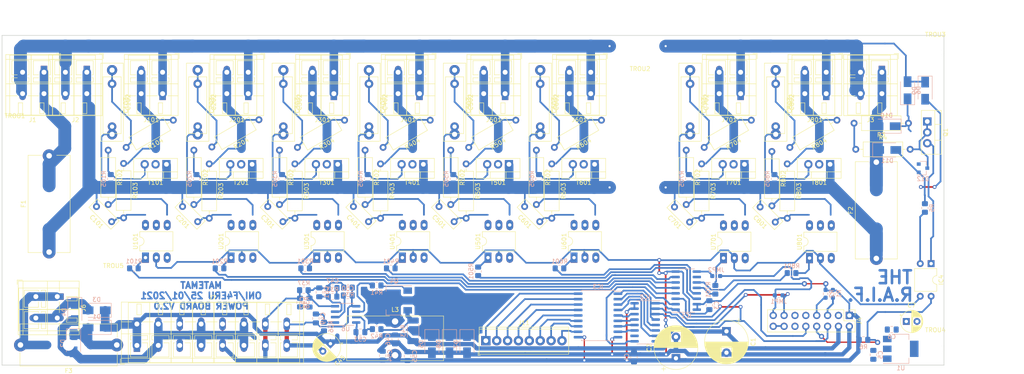
<source format=kicad_pcb>
(kicad_pcb (version 20171130) (host pcbnew 5.99.0+really5.1.10+dfsg1-1+b1)

  (general
    (thickness 1.6)
    (drawings 9)
    (tracks 1731)
    (zones 0)
    (modules 157)
    (nets 111)
  )

  (page A3)
  (title_block
    (date "21 may 2013")
  )

  (layers
    (0 F.Cu mixed)
    (31 B.Cu mixed)
    (32 B.Adhes user)
    (33 F.Adhes user)
    (34 B.Paste user)
    (35 F.Paste user)
    (36 B.SilkS user)
    (37 F.SilkS user)
    (38 B.Mask user)
    (39 F.Mask user)
    (40 Dwgs.User user)
    (41 Cmts.User user)
    (42 Eco1.User user)
    (43 Eco2.User user)
    (44 Edge.Cuts user)
    (45 Margin user)
    (46 B.CrtYd user hide)
    (47 F.CrtYd user hide)
    (48 B.Fab user hide)
    (49 F.Fab user hide)
  )

  (setup
    (last_trace_width 0.4)
    (user_trace_width 0.3)
    (user_trace_width 0.4)
    (user_trace_width 0.6)
    (user_trace_width 1)
    (user_trace_width 2)
    (user_trace_width 3)
    (trace_clearance 0.254)
    (zone_clearance 0.6)
    (zone_45_only no)
    (trace_min 0.254)
    (via_size 0.9)
    (via_drill 0.5)
    (via_min_size 0.9)
    (via_min_drill 0.5)
    (user_via 0.9 0.5)
    (user_via 1.2 0.6)
    (user_via 3 1.2)
    (uvia_size 0.508)
    (uvia_drill 0.127)
    (uvias_allowed no)
    (uvia_min_size 0.508)
    (uvia_min_drill 0.127)
    (edge_width 0.15)
    (segment_width 0.2)
    (pcb_text_width 0.3)
    (pcb_text_size 1.2 1.2)
    (mod_edge_width 0.15)
    (mod_text_size 1 1)
    (mod_text_width 0.15)
    (pad_size 2 2)
    (pad_drill 0.8128)
    (pad_to_mask_clearance 0)
    (aux_axis_origin 0 0)
    (visible_elements 7FFFFFBF)
    (pcbplotparams
      (layerselection 0x00030_ffffffff)
      (usegerberextensions false)
      (usegerberattributes true)
      (usegerberadvancedattributes true)
      (creategerberjobfile true)
      (excludeedgelayer true)
      (linewidth 0.150000)
      (plotframeref true)
      (viasonmask false)
      (mode 1)
      (useauxorigin false)
      (hpglpennumber 1)
      (hpglpenspeed 20)
      (hpglpendiameter 15.000000)
      (psnegative false)
      (psa4output false)
      (plotreference true)
      (plotvalue true)
      (plotinvisibletext false)
      (padsonsilk false)
      (subtractmaskfromsilk false)
      (outputformat 2)
      (mirror false)
      (drillshape 1)
      (scaleselection 1)
      (outputdirectory "output/tmp/"))
  )

  (net 0 "")
  (net 1 +12V)
  (net 2 +5V)
  (net 3 /outputs/Din)
  (net 4 /outputs/Dout)
  (net 5 /outputs/Dout1_Din2)
  (net 6 /outputs/clk)
  (net 7 /outputs/strobe)
  (net 8 /outputs/triac_channel_1/In)
  (net 9 /outputs/triac_channel_2/In)
  (net 10 /outputs/triac_channel_3/In)
  (net 11 /outputs/triac_channel_4/In)
  (net 12 /outputs/triac_channel_5/In)
  (net 13 /outputs/triac_channel_6/In)
  (net 14 /outputs/triac_channel_7/In)
  (net 15 /outputs/triac_channel_8/In)
  (net 16 /outputs/zero_cross)
  (net 17 GND)
  (net 18 +28V)
  (net 19 "Net-(C47-Pad2)")
  (net 20 "Net-(C47-Pad1)")
  (net 21 "Net-(C49-Pad2)")
  (net 22 "Net-(C50-Pad2)")
  (net 23 "Net-(C51-Pad1)")
  (net 24 "Net-(C52-Pad2)")
  (net 25 "Net-(C53-Pad2)")
  (net 26 NEUT)
  (net 27 "Net-(C101-Pad1)")
  (net 28 "Net-(C102-Pad1)")
  (net 29 "Net-(C201-Pad1)")
  (net 30 "Net-(C202-Pad1)")
  (net 31 "Net-(C301-Pad1)")
  (net 32 "Net-(C302-Pad1)")
  (net 33 "Net-(C401-Pad1)")
  (net 34 "Net-(C402-Pad1)")
  (net 35 "Net-(C501-Pad1)")
  (net 36 "Net-(C502-Pad1)")
  (net 37 "Net-(C601-Pad1)")
  (net 38 "Net-(C602-Pad1)")
  (net 39 "Net-(C701-Pad1)")
  (net 40 "Net-(C702-Pad1)")
  (net 41 "Net-(C801-Pad1)")
  (net 42 "Net-(C802-Pad1)")
  (net 43 "Net-(D1-Pad2)")
  (net 44 "Net-(D3-Pad2)")
  (net 45 LINE)
  (net 46 "Net-(D10-Pad1)")
  (net 47 "Net-(D11-Pad2)")
  (net 48 AC)
  (net 49 "Net-(D12-Pad1)")
  (net 50 "Net-(F1-Pad2)")
  (net 51 "Net-(F3-Pad2)")
  (net 52 "Net-(IC2-Pad14)")
  (net 53 "Net-(IC2-Pad13)")
  (net 54 "Net-(IC2-Pad12)")
  (net 55 "Net-(IC2-Pad11)")
  (net 56 "Net-(IC2-Pad7)")
  (net 57 "Net-(IC2-Pad6)")
  (net 58 "Net-(IC2-Pad5)")
  (net 59 "Net-(IC2-Pad4)")
  (net 60 "Net-(IC3-Pad18)")
  (net 61 "Net-(IC3-Pad17)")
  (net 62 "Net-(IC3-Pad16)")
  (net 63 "Net-(IC3-Pad15)")
  (net 64 "Net-(IC3-Pad14)")
  (net 65 "Net-(IC3-Pad13)")
  (net 66 "Net-(IC3-Pad12)")
  (net 67 "Net-(IC3-Pad11)")
  (net 68 "Net-(IC4-Pad2)")
  (net 69 "Net-(IC4-Pad1)")
  (net 70 "Net-(J4-Pad14)")
  (net 71 "Net-(J4-Pad15)")
  (net 72 "Net-(J4-Pad7)")
  (net 73 "Net-(J4-Pad5)")
  (net 74 "Net-(J101-Pad2)")
  (net 75 "Net-(J201-Pad2)")
  (net 76 "Net-(J301-Pad2)")
  (net 77 "Net-(J401-Pad2)")
  (net 78 "Net-(J501-Pad2)")
  (net 79 "Net-(J601-Pad2)")
  (net 80 "Net-(J701-Pad2)")
  (net 81 "Net-(J801-Pad2)")
  (net 82 "Net-(Q4-Pad1)")
  (net 83 "Net-(Q4-Pad3)")
  (net 84 "Net-(R3-Pad2)")
  (net 85 "Net-(R41-Pad1)")
  (net 86 "Net-(R101-Pad1)")
  (net 87 "Net-(R102-Pad2)")
  (net 88 "Net-(R102-Pad1)")
  (net 89 "Net-(R201-Pad1)")
  (net 90 "Net-(R202-Pad2)")
  (net 91 "Net-(R202-Pad1)")
  (net 92 "Net-(R301-Pad1)")
  (net 93 "Net-(R302-Pad2)")
  (net 94 "Net-(R302-Pad1)")
  (net 95 "Net-(R401-Pad1)")
  (net 96 "Net-(R402-Pad2)")
  (net 97 "Net-(R402-Pad1)")
  (net 98 "Net-(R501-Pad1)")
  (net 99 "Net-(R502-Pad2)")
  (net 100 "Net-(R502-Pad1)")
  (net 101 "Net-(R601-Pad1)")
  (net 102 "Net-(R602-Pad2)")
  (net 103 "Net-(R602-Pad1)")
  (net 104 "Net-(R701-Pad1)")
  (net 105 "Net-(R702-Pad2)")
  (net 106 "Net-(R702-Pad1)")
  (net 107 "Net-(R801-Pad1)")
  (net 108 "Net-(R802-Pad2)")
  (net 109 "Net-(R802-Pad1)")
  (net 110 /logic_psu/PFET_DRAIN)

  (net_class Default "Ceci est la Netclass par défaut"
    (clearance 0.254)
    (trace_width 0.254)
    (via_dia 0.9)
    (via_drill 0.5)
    (uvia_dia 0.508)
    (uvia_drill 0.127)
    (diff_pair_width 0.254)
    (diff_pair_gap 0.254)
    (add_net +12V)
    (add_net +28V)
    (add_net +5V)
    (add_net /logic_psu/PFET_DRAIN)
    (add_net /outputs/Din)
    (add_net /outputs/Dout)
    (add_net /outputs/Dout1_Din2)
    (add_net /outputs/clk)
    (add_net /outputs/strobe)
    (add_net /outputs/triac_channel_1/In)
    (add_net /outputs/triac_channel_2/In)
    (add_net /outputs/triac_channel_3/In)
    (add_net /outputs/triac_channel_4/In)
    (add_net /outputs/triac_channel_5/In)
    (add_net /outputs/triac_channel_6/In)
    (add_net /outputs/triac_channel_7/In)
    (add_net /outputs/triac_channel_8/In)
    (add_net /outputs/zero_cross)
    (add_net AC)
    (add_net GND)
    (add_net LINE)
    (add_net NEUT)
    (add_net "Net-(C101-Pad1)")
    (add_net "Net-(C102-Pad1)")
    (add_net "Net-(C201-Pad1)")
    (add_net "Net-(C202-Pad1)")
    (add_net "Net-(C301-Pad1)")
    (add_net "Net-(C302-Pad1)")
    (add_net "Net-(C401-Pad1)")
    (add_net "Net-(C402-Pad1)")
    (add_net "Net-(C47-Pad1)")
    (add_net "Net-(C47-Pad2)")
    (add_net "Net-(C49-Pad2)")
    (add_net "Net-(C50-Pad2)")
    (add_net "Net-(C501-Pad1)")
    (add_net "Net-(C502-Pad1)")
    (add_net "Net-(C51-Pad1)")
    (add_net "Net-(C52-Pad2)")
    (add_net "Net-(C53-Pad2)")
    (add_net "Net-(C601-Pad1)")
    (add_net "Net-(C602-Pad1)")
    (add_net "Net-(C701-Pad1)")
    (add_net "Net-(C702-Pad1)")
    (add_net "Net-(C801-Pad1)")
    (add_net "Net-(C802-Pad1)")
    (add_net "Net-(D1-Pad2)")
    (add_net "Net-(D10-Pad1)")
    (add_net "Net-(D11-Pad2)")
    (add_net "Net-(D12-Pad1)")
    (add_net "Net-(D3-Pad2)")
    (add_net "Net-(F1-Pad2)")
    (add_net "Net-(F3-Pad2)")
    (add_net "Net-(IC2-Pad11)")
    (add_net "Net-(IC2-Pad12)")
    (add_net "Net-(IC2-Pad13)")
    (add_net "Net-(IC2-Pad14)")
    (add_net "Net-(IC2-Pad4)")
    (add_net "Net-(IC2-Pad5)")
    (add_net "Net-(IC2-Pad6)")
    (add_net "Net-(IC2-Pad7)")
    (add_net "Net-(IC3-Pad11)")
    (add_net "Net-(IC3-Pad12)")
    (add_net "Net-(IC3-Pad13)")
    (add_net "Net-(IC3-Pad14)")
    (add_net "Net-(IC3-Pad15)")
    (add_net "Net-(IC3-Pad16)")
    (add_net "Net-(IC3-Pad17)")
    (add_net "Net-(IC3-Pad18)")
    (add_net "Net-(IC4-Pad1)")
    (add_net "Net-(IC4-Pad2)")
    (add_net "Net-(J101-Pad2)")
    (add_net "Net-(J201-Pad2)")
    (add_net "Net-(J301-Pad2)")
    (add_net "Net-(J4-Pad14)")
    (add_net "Net-(J4-Pad15)")
    (add_net "Net-(J4-Pad5)")
    (add_net "Net-(J4-Pad7)")
    (add_net "Net-(J401-Pad2)")
    (add_net "Net-(J501-Pad2)")
    (add_net "Net-(J601-Pad2)")
    (add_net "Net-(J701-Pad2)")
    (add_net "Net-(J801-Pad2)")
    (add_net "Net-(Q4-Pad1)")
    (add_net "Net-(Q4-Pad3)")
    (add_net "Net-(R101-Pad1)")
    (add_net "Net-(R102-Pad1)")
    (add_net "Net-(R102-Pad2)")
    (add_net "Net-(R201-Pad1)")
    (add_net "Net-(R202-Pad1)")
    (add_net "Net-(R202-Pad2)")
    (add_net "Net-(R3-Pad2)")
    (add_net "Net-(R301-Pad1)")
    (add_net "Net-(R302-Pad1)")
    (add_net "Net-(R302-Pad2)")
    (add_net "Net-(R401-Pad1)")
    (add_net "Net-(R402-Pad1)")
    (add_net "Net-(R402-Pad2)")
    (add_net "Net-(R41-Pad1)")
    (add_net "Net-(R501-Pad1)")
    (add_net "Net-(R502-Pad1)")
    (add_net "Net-(R502-Pad2)")
    (add_net "Net-(R601-Pad1)")
    (add_net "Net-(R602-Pad1)")
    (add_net "Net-(R602-Pad2)")
    (add_net "Net-(R701-Pad1)")
    (add_net "Net-(R702-Pad1)")
    (add_net "Net-(R702-Pad2)")
    (add_net "Net-(R801-Pad1)")
    (add_net "Net-(R802-Pad1)")
    (add_net "Net-(R802-Pad2)")
  )

  (module Package_TO_SOT_SMD:SOT-223-3_TabPin2 (layer B.Cu) (tedit 5A02FF57) (tstamp 600E6BB8)
    (at 310.9 161.2)
    (descr "module CMS SOT223 4 pins")
    (tags "CMS SOT")
    (path /50FF13A8/60125424)
    (attr smd)
    (fp_text reference U1 (at 0 4.5) (layer B.SilkS)
      (effects (font (size 1 1) (thickness 0.15)) (justify mirror))
    )
    (fp_text value LM7805 (at 0 -4.5) (layer B.Fab)
      (effects (font (size 1 1) (thickness 0.15)) (justify mirror))
    )
    (fp_line (start 1.85 3.35) (end 1.85 -3.35) (layer B.Fab) (width 0.1))
    (fp_line (start -1.85 -3.35) (end 1.85 -3.35) (layer B.Fab) (width 0.1))
    (fp_line (start -4.1 3.41) (end 1.91 3.41) (layer B.SilkS) (width 0.12))
    (fp_line (start -0.85 3.35) (end 1.85 3.35) (layer B.Fab) (width 0.1))
    (fp_line (start -1.85 -3.41) (end 1.91 -3.41) (layer B.SilkS) (width 0.12))
    (fp_line (start -1.85 2.35) (end -1.85 -3.35) (layer B.Fab) (width 0.1))
    (fp_line (start -1.85 2.35) (end -0.85 3.35) (layer B.Fab) (width 0.1))
    (fp_line (start -4.4 3.6) (end -4.4 -3.6) (layer B.CrtYd) (width 0.05))
    (fp_line (start -4.4 -3.6) (end 4.4 -3.6) (layer B.CrtYd) (width 0.05))
    (fp_line (start 4.4 -3.6) (end 4.4 3.6) (layer B.CrtYd) (width 0.05))
    (fp_line (start 4.4 3.6) (end -4.4 3.6) (layer B.CrtYd) (width 0.05))
    (fp_line (start 1.91 3.41) (end 1.91 2.15) (layer B.SilkS) (width 0.12))
    (fp_line (start 1.91 -3.41) (end 1.91 -2.15) (layer B.SilkS) (width 0.12))
    (fp_text user %R (at 0 0 -90) (layer B.Fab)
      (effects (font (size 0.8 0.8) (thickness 0.12)) (justify mirror))
    )
    (pad 1 smd rect (at -3.15 2.3) (size 2 1.5) (layers B.Cu B.Paste B.Mask)
      (net 1 +12V))
    (pad 3 smd rect (at -3.15 -2.3) (size 2 1.5) (layers B.Cu B.Paste B.Mask)
      (net 2 +5V))
    (pad 2 smd rect (at -3.15 0) (size 2 1.5) (layers B.Cu B.Paste B.Mask)
      (net 17 GND))
    (pad 2 smd rect (at 3.15 0) (size 2 3.8) (layers B.Cu B.Paste B.Mask)
      (net 17 GND))
    (model ${KISYS3DMOD}/Package_TO_SOT_SMD.3dshapes/SOT-223.wrl
      (at (xyz 0 0 0))
      (scale (xyz 1 1 1))
      (rotate (xyz 0 0 0))
    )
  )

  (module Capacitor_THT:CP_Radial_D5.0mm_P2.50mm (layer F.Cu) (tedit 5AE50EF0) (tstamp 600E4B24)
    (at 312.2 154.8)
    (descr "CP, Radial series, Radial, pin pitch=2.50mm, , diameter=5mm, Electrolytic Capacitor")
    (tags "CP Radial series Radial pin pitch 2.50mm  diameter 5mm Electrolytic Capacitor")
    (path /50FF13A8/6012703D)
    (fp_text reference C7 (at 1.25 -3.75) (layer F.SilkS)
      (effects (font (size 1 1) (thickness 0.15)))
    )
    (fp_text value 10u (at 1.25 3.75) (layer F.Fab)
      (effects (font (size 1 1) (thickness 0.15)))
    )
    (fp_line (start -1.304775 -1.725) (end -1.304775 -1.225) (layer F.SilkS) (width 0.12))
    (fp_line (start -1.554775 -1.475) (end -1.054775 -1.475) (layer F.SilkS) (width 0.12))
    (fp_line (start 3.851 -0.284) (end 3.851 0.284) (layer F.SilkS) (width 0.12))
    (fp_line (start 3.811 -0.518) (end 3.811 0.518) (layer F.SilkS) (width 0.12))
    (fp_line (start 3.771 -0.677) (end 3.771 0.677) (layer F.SilkS) (width 0.12))
    (fp_line (start 3.731 -0.805) (end 3.731 0.805) (layer F.SilkS) (width 0.12))
    (fp_line (start 3.691 -0.915) (end 3.691 0.915) (layer F.SilkS) (width 0.12))
    (fp_line (start 3.651 -1.011) (end 3.651 1.011) (layer F.SilkS) (width 0.12))
    (fp_line (start 3.611 -1.098) (end 3.611 1.098) (layer F.SilkS) (width 0.12))
    (fp_line (start 3.571 -1.178) (end 3.571 1.178) (layer F.SilkS) (width 0.12))
    (fp_line (start 3.531 1.04) (end 3.531 1.251) (layer F.SilkS) (width 0.12))
    (fp_line (start 3.531 -1.251) (end 3.531 -1.04) (layer F.SilkS) (width 0.12))
    (fp_line (start 3.491 1.04) (end 3.491 1.319) (layer F.SilkS) (width 0.12))
    (fp_line (start 3.491 -1.319) (end 3.491 -1.04) (layer F.SilkS) (width 0.12))
    (fp_line (start 3.451 1.04) (end 3.451 1.383) (layer F.SilkS) (width 0.12))
    (fp_line (start 3.451 -1.383) (end 3.451 -1.04) (layer F.SilkS) (width 0.12))
    (fp_line (start 3.411 1.04) (end 3.411 1.443) (layer F.SilkS) (width 0.12))
    (fp_line (start 3.411 -1.443) (end 3.411 -1.04) (layer F.SilkS) (width 0.12))
    (fp_line (start 3.371 1.04) (end 3.371 1.5) (layer F.SilkS) (width 0.12))
    (fp_line (start 3.371 -1.5) (end 3.371 -1.04) (layer F.SilkS) (width 0.12))
    (fp_line (start 3.331 1.04) (end 3.331 1.554) (layer F.SilkS) (width 0.12))
    (fp_line (start 3.331 -1.554) (end 3.331 -1.04) (layer F.SilkS) (width 0.12))
    (fp_line (start 3.291 1.04) (end 3.291 1.605) (layer F.SilkS) (width 0.12))
    (fp_line (start 3.291 -1.605) (end 3.291 -1.04) (layer F.SilkS) (width 0.12))
    (fp_line (start 3.251 1.04) (end 3.251 1.653) (layer F.SilkS) (width 0.12))
    (fp_line (start 3.251 -1.653) (end 3.251 -1.04) (layer F.SilkS) (width 0.12))
    (fp_line (start 3.211 1.04) (end 3.211 1.699) (layer F.SilkS) (width 0.12))
    (fp_line (start 3.211 -1.699) (end 3.211 -1.04) (layer F.SilkS) (width 0.12))
    (fp_line (start 3.171 1.04) (end 3.171 1.743) (layer F.SilkS) (width 0.12))
    (fp_line (start 3.171 -1.743) (end 3.171 -1.04) (layer F.SilkS) (width 0.12))
    (fp_line (start 3.131 1.04) (end 3.131 1.785) (layer F.SilkS) (width 0.12))
    (fp_line (start 3.131 -1.785) (end 3.131 -1.04) (layer F.SilkS) (width 0.12))
    (fp_line (start 3.091 1.04) (end 3.091 1.826) (layer F.SilkS) (width 0.12))
    (fp_line (start 3.091 -1.826) (end 3.091 -1.04) (layer F.SilkS) (width 0.12))
    (fp_line (start 3.051 1.04) (end 3.051 1.864) (layer F.SilkS) (width 0.12))
    (fp_line (start 3.051 -1.864) (end 3.051 -1.04) (layer F.SilkS) (width 0.12))
    (fp_line (start 3.011 1.04) (end 3.011 1.901) (layer F.SilkS) (width 0.12))
    (fp_line (start 3.011 -1.901) (end 3.011 -1.04) (layer F.SilkS) (width 0.12))
    (fp_line (start 2.971 1.04) (end 2.971 1.937) (layer F.SilkS) (width 0.12))
    (fp_line (start 2.971 -1.937) (end 2.971 -1.04) (layer F.SilkS) (width 0.12))
    (fp_line (start 2.931 1.04) (end 2.931 1.971) (layer F.SilkS) (width 0.12))
    (fp_line (start 2.931 -1.971) (end 2.931 -1.04) (layer F.SilkS) (width 0.12))
    (fp_line (start 2.891 1.04) (end 2.891 2.004) (layer F.SilkS) (width 0.12))
    (fp_line (start 2.891 -2.004) (end 2.891 -1.04) (layer F.SilkS) (width 0.12))
    (fp_line (start 2.851 1.04) (end 2.851 2.035) (layer F.SilkS) (width 0.12))
    (fp_line (start 2.851 -2.035) (end 2.851 -1.04) (layer F.SilkS) (width 0.12))
    (fp_line (start 2.811 1.04) (end 2.811 2.065) (layer F.SilkS) (width 0.12))
    (fp_line (start 2.811 -2.065) (end 2.811 -1.04) (layer F.SilkS) (width 0.12))
    (fp_line (start 2.771 1.04) (end 2.771 2.095) (layer F.SilkS) (width 0.12))
    (fp_line (start 2.771 -2.095) (end 2.771 -1.04) (layer F.SilkS) (width 0.12))
    (fp_line (start 2.731 1.04) (end 2.731 2.122) (layer F.SilkS) (width 0.12))
    (fp_line (start 2.731 -2.122) (end 2.731 -1.04) (layer F.SilkS) (width 0.12))
    (fp_line (start 2.691 1.04) (end 2.691 2.149) (layer F.SilkS) (width 0.12))
    (fp_line (start 2.691 -2.149) (end 2.691 -1.04) (layer F.SilkS) (width 0.12))
    (fp_line (start 2.651 1.04) (end 2.651 2.175) (layer F.SilkS) (width 0.12))
    (fp_line (start 2.651 -2.175) (end 2.651 -1.04) (layer F.SilkS) (width 0.12))
    (fp_line (start 2.611 1.04) (end 2.611 2.2) (layer F.SilkS) (width 0.12))
    (fp_line (start 2.611 -2.2) (end 2.611 -1.04) (layer F.SilkS) (width 0.12))
    (fp_line (start 2.571 1.04) (end 2.571 2.224) (layer F.SilkS) (width 0.12))
    (fp_line (start 2.571 -2.224) (end 2.571 -1.04) (layer F.SilkS) (width 0.12))
    (fp_line (start 2.531 1.04) (end 2.531 2.247) (layer F.SilkS) (width 0.12))
    (fp_line (start 2.531 -2.247) (end 2.531 -1.04) (layer F.SilkS) (width 0.12))
    (fp_line (start 2.491 1.04) (end 2.491 2.268) (layer F.SilkS) (width 0.12))
    (fp_line (start 2.491 -2.268) (end 2.491 -1.04) (layer F.SilkS) (width 0.12))
    (fp_line (start 2.451 1.04) (end 2.451 2.29) (layer F.SilkS) (width 0.12))
    (fp_line (start 2.451 -2.29) (end 2.451 -1.04) (layer F.SilkS) (width 0.12))
    (fp_line (start 2.411 1.04) (end 2.411 2.31) (layer F.SilkS) (width 0.12))
    (fp_line (start 2.411 -2.31) (end 2.411 -1.04) (layer F.SilkS) (width 0.12))
    (fp_line (start 2.371 1.04) (end 2.371 2.329) (layer F.SilkS) (width 0.12))
    (fp_line (start 2.371 -2.329) (end 2.371 -1.04) (layer F.SilkS) (width 0.12))
    (fp_line (start 2.331 1.04) (end 2.331 2.348) (layer F.SilkS) (width 0.12))
    (fp_line (start 2.331 -2.348) (end 2.331 -1.04) (layer F.SilkS) (width 0.12))
    (fp_line (start 2.291 1.04) (end 2.291 2.365) (layer F.SilkS) (width 0.12))
    (fp_line (start 2.291 -2.365) (end 2.291 -1.04) (layer F.SilkS) (width 0.12))
    (fp_line (start 2.251 1.04) (end 2.251 2.382) (layer F.SilkS) (width 0.12))
    (fp_line (start 2.251 -2.382) (end 2.251 -1.04) (layer F.SilkS) (width 0.12))
    (fp_line (start 2.211 1.04) (end 2.211 2.398) (layer F.SilkS) (width 0.12))
    (fp_line (start 2.211 -2.398) (end 2.211 -1.04) (layer F.SilkS) (width 0.12))
    (fp_line (start 2.171 1.04) (end 2.171 2.414) (layer F.SilkS) (width 0.12))
    (fp_line (start 2.171 -2.414) (end 2.171 -1.04) (layer F.SilkS) (width 0.12))
    (fp_line (start 2.131 1.04) (end 2.131 2.428) (layer F.SilkS) (width 0.12))
    (fp_line (start 2.131 -2.428) (end 2.131 -1.04) (layer F.SilkS) (width 0.12))
    (fp_line (start 2.091 1.04) (end 2.091 2.442) (layer F.SilkS) (width 0.12))
    (fp_line (start 2.091 -2.442) (end 2.091 -1.04) (layer F.SilkS) (width 0.12))
    (fp_line (start 2.051 1.04) (end 2.051 2.455) (layer F.SilkS) (width 0.12))
    (fp_line (start 2.051 -2.455) (end 2.051 -1.04) (layer F.SilkS) (width 0.12))
    (fp_line (start 2.011 1.04) (end 2.011 2.468) (layer F.SilkS) (width 0.12))
    (fp_line (start 2.011 -2.468) (end 2.011 -1.04) (layer F.SilkS) (width 0.12))
    (fp_line (start 1.971 1.04) (end 1.971 2.48) (layer F.SilkS) (width 0.12))
    (fp_line (start 1.971 -2.48) (end 1.971 -1.04) (layer F.SilkS) (width 0.12))
    (fp_line (start 1.93 1.04) (end 1.93 2.491) (layer F.SilkS) (width 0.12))
    (fp_line (start 1.93 -2.491) (end 1.93 -1.04) (layer F.SilkS) (width 0.12))
    (fp_line (start 1.89 1.04) (end 1.89 2.501) (layer F.SilkS) (width 0.12))
    (fp_line (start 1.89 -2.501) (end 1.89 -1.04) (layer F.SilkS) (width 0.12))
    (fp_line (start 1.85 1.04) (end 1.85 2.511) (layer F.SilkS) (width 0.12))
    (fp_line (start 1.85 -2.511) (end 1.85 -1.04) (layer F.SilkS) (width 0.12))
    (fp_line (start 1.81 1.04) (end 1.81 2.52) (layer F.SilkS) (width 0.12))
    (fp_line (start 1.81 -2.52) (end 1.81 -1.04) (layer F.SilkS) (width 0.12))
    (fp_line (start 1.77 1.04) (end 1.77 2.528) (layer F.SilkS) (width 0.12))
    (fp_line (start 1.77 -2.528) (end 1.77 -1.04) (layer F.SilkS) (width 0.12))
    (fp_line (start 1.73 1.04) (end 1.73 2.536) (layer F.SilkS) (width 0.12))
    (fp_line (start 1.73 -2.536) (end 1.73 -1.04) (layer F.SilkS) (width 0.12))
    (fp_line (start 1.69 1.04) (end 1.69 2.543) (layer F.SilkS) (width 0.12))
    (fp_line (start 1.69 -2.543) (end 1.69 -1.04) (layer F.SilkS) (width 0.12))
    (fp_line (start 1.65 1.04) (end 1.65 2.55) (layer F.SilkS) (width 0.12))
    (fp_line (start 1.65 -2.55) (end 1.65 -1.04) (layer F.SilkS) (width 0.12))
    (fp_line (start 1.61 1.04) (end 1.61 2.556) (layer F.SilkS) (width 0.12))
    (fp_line (start 1.61 -2.556) (end 1.61 -1.04) (layer F.SilkS) (width 0.12))
    (fp_line (start 1.57 1.04) (end 1.57 2.561) (layer F.SilkS) (width 0.12))
    (fp_line (start 1.57 -2.561) (end 1.57 -1.04) (layer F.SilkS) (width 0.12))
    (fp_line (start 1.53 1.04) (end 1.53 2.565) (layer F.SilkS) (width 0.12))
    (fp_line (start 1.53 -2.565) (end 1.53 -1.04) (layer F.SilkS) (width 0.12))
    (fp_line (start 1.49 1.04) (end 1.49 2.569) (layer F.SilkS) (width 0.12))
    (fp_line (start 1.49 -2.569) (end 1.49 -1.04) (layer F.SilkS) (width 0.12))
    (fp_line (start 1.45 -2.573) (end 1.45 2.573) (layer F.SilkS) (width 0.12))
    (fp_line (start 1.41 -2.576) (end 1.41 2.576) (layer F.SilkS) (width 0.12))
    (fp_line (start 1.37 -2.578) (end 1.37 2.578) (layer F.SilkS) (width 0.12))
    (fp_line (start 1.33 -2.579) (end 1.33 2.579) (layer F.SilkS) (width 0.12))
    (fp_line (start 1.29 -2.58) (end 1.29 2.58) (layer F.SilkS) (width 0.12))
    (fp_line (start 1.25 -2.58) (end 1.25 2.58) (layer F.SilkS) (width 0.12))
    (fp_line (start -0.633605 -1.3375) (end -0.633605 -0.8375) (layer F.Fab) (width 0.1))
    (fp_line (start -0.883605 -1.0875) (end -0.383605 -1.0875) (layer F.Fab) (width 0.1))
    (fp_circle (center 1.25 0) (end 4 0) (layer F.CrtYd) (width 0.05))
    (fp_circle (center 1.25 0) (end 3.87 0) (layer F.SilkS) (width 0.12))
    (fp_circle (center 1.25 0) (end 3.75 0) (layer F.Fab) (width 0.1))
    (fp_text user %R (at 1.25 0) (layer F.Fab)
      (effects (font (size 1 1) (thickness 0.15)))
    )
    (pad 2 thru_hole circle (at 2.5 0) (size 1.6 1.6) (drill 0.8) (layers *.Cu *.Mask)
      (net 17 GND))
    (pad 1 thru_hole rect (at 0 0) (size 1.6 1.6) (drill 0.8) (layers *.Cu *.Mask)
      (net 2 +5V))
    (model ${KISYS3DMOD}/Capacitor_THT.3dshapes/CP_Radial_D5.0mm_P2.50mm.wrl
      (at (xyz 0 0 0))
      (scale (xyz 1 1 1))
      (rotate (xyz 0 0 0))
    )
  )

  (module Capacitor_SMD:C_0805_2012Metric_Pad1.18x1.45mm_HandSolder (layer B.Cu) (tedit 5F68FEEF) (tstamp 600E4A58)
    (at 308.8 156.7)
    (descr "Capacitor SMD 0805 (2012 Metric), square (rectangular) end terminal, IPC_7351 nominal with elongated pad for handsoldering. (Body size source: IPC-SM-782 page 76, https://www.pcb-3d.com/wordpress/wp-content/uploads/ipc-sm-782a_amendment_1_and_2.pdf, https://docs.google.com/spreadsheets/d/1BsfQQcO9C6DZCsRaXUlFlo91Tg2WpOkGARC1WS5S8t0/edit?usp=sharing), generated with kicad-footprint-generator")
    (tags "capacitor handsolder")
    (path /50FF13A8/6012763F)
    (attr smd)
    (fp_text reference C6 (at 0 1.68) (layer B.SilkS)
      (effects (font (size 1 1) (thickness 0.15)) (justify mirror))
    )
    (fp_text value 100n (at 0 -1.68) (layer B.Fab)
      (effects (font (size 1 1) (thickness 0.15)) (justify mirror))
    )
    (fp_line (start 1.88 -0.98) (end -1.88 -0.98) (layer B.CrtYd) (width 0.05))
    (fp_line (start 1.88 0.98) (end 1.88 -0.98) (layer B.CrtYd) (width 0.05))
    (fp_line (start -1.88 0.98) (end 1.88 0.98) (layer B.CrtYd) (width 0.05))
    (fp_line (start -1.88 -0.98) (end -1.88 0.98) (layer B.CrtYd) (width 0.05))
    (fp_line (start -0.261252 -0.735) (end 0.261252 -0.735) (layer B.SilkS) (width 0.12))
    (fp_line (start -0.261252 0.735) (end 0.261252 0.735) (layer B.SilkS) (width 0.12))
    (fp_line (start 1 -0.625) (end -1 -0.625) (layer B.Fab) (width 0.1))
    (fp_line (start 1 0.625) (end 1 -0.625) (layer B.Fab) (width 0.1))
    (fp_line (start -1 0.625) (end 1 0.625) (layer B.Fab) (width 0.1))
    (fp_line (start -1 -0.625) (end -1 0.625) (layer B.Fab) (width 0.1))
    (fp_text user %R (at 0 0) (layer B.Fab)
      (effects (font (size 0.5 0.5) (thickness 0.08)) (justify mirror))
    )
    (pad 2 smd roundrect (at 1.0375 0) (size 1.175 1.45) (layers B.Cu B.Paste B.Mask) (roundrect_rratio 0.212766)
      (net 17 GND))
    (pad 1 smd roundrect (at -1.0375 0) (size 1.175 1.45) (layers B.Cu B.Paste B.Mask) (roundrect_rratio 0.212766)
      (net 2 +5V))
    (model ${KISYS3DMOD}/Capacitor_SMD.3dshapes/C_0805_2012Metric.wrl
      (at (xyz 0 0 0))
      (scale (xyz 1 1 1))
      (rotate (xyz 0 0 0))
    )
  )

  (module Capacitor_SMD:C_0805_2012Metric_Pad1.18x1.45mm_HandSolder (layer B.Cu) (tedit 5F68FEEF) (tstamp 600E4A47)
    (at 304.5 162.6 90)
    (descr "Capacitor SMD 0805 (2012 Metric), square (rectangular) end terminal, IPC_7351 nominal with elongated pad for handsoldering. (Body size source: IPC-SM-782 page 76, https://www.pcb-3d.com/wordpress/wp-content/uploads/ipc-sm-782a_amendment_1_and_2.pdf, https://docs.google.com/spreadsheets/d/1BsfQQcO9C6DZCsRaXUlFlo91Tg2WpOkGARC1WS5S8t0/edit?usp=sharing), generated with kicad-footprint-generator")
    (tags "capacitor handsolder")
    (path /50FF13A8/60127A01)
    (attr smd)
    (fp_text reference C5 (at 0 1.68 90) (layer B.SilkS)
      (effects (font (size 1 1) (thickness 0.15)) (justify mirror))
    )
    (fp_text value 100n (at 0 -1.68 90) (layer B.Fab)
      (effects (font (size 1 1) (thickness 0.15)) (justify mirror))
    )
    (fp_line (start 1.88 -0.98) (end -1.88 -0.98) (layer B.CrtYd) (width 0.05))
    (fp_line (start 1.88 0.98) (end 1.88 -0.98) (layer B.CrtYd) (width 0.05))
    (fp_line (start -1.88 0.98) (end 1.88 0.98) (layer B.CrtYd) (width 0.05))
    (fp_line (start -1.88 -0.98) (end -1.88 0.98) (layer B.CrtYd) (width 0.05))
    (fp_line (start -0.261252 -0.735) (end 0.261252 -0.735) (layer B.SilkS) (width 0.12))
    (fp_line (start -0.261252 0.735) (end 0.261252 0.735) (layer B.SilkS) (width 0.12))
    (fp_line (start 1 -0.625) (end -1 -0.625) (layer B.Fab) (width 0.1))
    (fp_line (start 1 0.625) (end 1 -0.625) (layer B.Fab) (width 0.1))
    (fp_line (start -1 0.625) (end 1 0.625) (layer B.Fab) (width 0.1))
    (fp_line (start -1 -0.625) (end -1 0.625) (layer B.Fab) (width 0.1))
    (fp_text user %R (at 0 0 90) (layer B.Fab)
      (effects (font (size 0.5 0.5) (thickness 0.08)) (justify mirror))
    )
    (pad 2 smd roundrect (at 1.0375 0 90) (size 1.175 1.45) (layers B.Cu B.Paste B.Mask) (roundrect_rratio 0.212766)
      (net 17 GND))
    (pad 1 smd roundrect (at -1.0375 0 90) (size 1.175 1.45) (layers B.Cu B.Paste B.Mask) (roundrect_rratio 0.212766)
      (net 1 +12V))
    (model ${KISYS3DMOD}/Capacitor_SMD.3dshapes/C_0805_2012Metric.wrl
      (at (xyz 0 0 0))
      (scale (xyz 1 1 1))
      (rotate (xyz 0 0 0))
    )
  )

  (module Capacitor_THT:CP_Radial_D6.3mm_P2.50mm (layer F.Cu) (tedit 5AE50EF0) (tstamp 51056A8E)
    (at 177.7 160 225)
    (descr "CP, Radial series, Radial, pin pitch=2.50mm, , diameter=6.3mm, Electrolytic Capacitor")
    (tags "CP Radial series Radial pin pitch 2.50mm  diameter 6.3mm Electrolytic Capacitor")
    (path /50FF13A8/502210CB)
    (fp_text reference C45 (at 1.25 -4.4 45) (layer F.SilkS)
      (effects (font (size 1 1) (thickness 0.15)))
    )
    (fp_text value "10uF/50V - 125°C" (at 1.25 4.4 45) (layer F.Fab)
      (effects (font (size 1 1) (thickness 0.15)))
    )
    (fp_circle (center 1.25 0) (end 4.4 0) (layer F.Fab) (width 0.1))
    (fp_circle (center 1.25 0) (end 4.52 0) (layer F.SilkS) (width 0.12))
    (fp_circle (center 1.25 0) (end 4.65 0) (layer F.CrtYd) (width 0.05))
    (fp_line (start -1.443972 -1.3735) (end -0.813972 -1.3735) (layer F.Fab) (width 0.1))
    (fp_line (start -1.128972 -1.6885) (end -1.128972 -1.0585) (layer F.Fab) (width 0.1))
    (fp_line (start 1.25 -3.23) (end 1.25 3.23) (layer F.SilkS) (width 0.12))
    (fp_line (start 1.29 -3.23) (end 1.29 3.23) (layer F.SilkS) (width 0.12))
    (fp_line (start 1.33 -3.23) (end 1.33 3.23) (layer F.SilkS) (width 0.12))
    (fp_line (start 1.37 -3.228) (end 1.37 3.228) (layer F.SilkS) (width 0.12))
    (fp_line (start 1.41 -3.227) (end 1.41 3.227) (layer F.SilkS) (width 0.12))
    (fp_line (start 1.45 -3.224) (end 1.45 3.224) (layer F.SilkS) (width 0.12))
    (fp_line (start 1.49 -3.222) (end 1.49 -1.04) (layer F.SilkS) (width 0.12))
    (fp_line (start 1.49 1.04) (end 1.49 3.222) (layer F.SilkS) (width 0.12))
    (fp_line (start 1.53 -3.218) (end 1.53 -1.04) (layer F.SilkS) (width 0.12))
    (fp_line (start 1.53 1.04) (end 1.53 3.218) (layer F.SilkS) (width 0.12))
    (fp_line (start 1.57 -3.215) (end 1.57 -1.04) (layer F.SilkS) (width 0.12))
    (fp_line (start 1.57 1.04) (end 1.57 3.215) (layer F.SilkS) (width 0.12))
    (fp_line (start 1.61 -3.211) (end 1.61 -1.04) (layer F.SilkS) (width 0.12))
    (fp_line (start 1.61 1.04) (end 1.61 3.211) (layer F.SilkS) (width 0.12))
    (fp_line (start 1.65 -3.206) (end 1.65 -1.04) (layer F.SilkS) (width 0.12))
    (fp_line (start 1.65 1.04) (end 1.65 3.206) (layer F.SilkS) (width 0.12))
    (fp_line (start 1.69 -3.201) (end 1.69 -1.04) (layer F.SilkS) (width 0.12))
    (fp_line (start 1.69 1.04) (end 1.69 3.201) (layer F.SilkS) (width 0.12))
    (fp_line (start 1.73 -3.195) (end 1.73 -1.04) (layer F.SilkS) (width 0.12))
    (fp_line (start 1.73 1.04) (end 1.73 3.195) (layer F.SilkS) (width 0.12))
    (fp_line (start 1.77 -3.189) (end 1.77 -1.04) (layer F.SilkS) (width 0.12))
    (fp_line (start 1.77 1.04) (end 1.77 3.189) (layer F.SilkS) (width 0.12))
    (fp_line (start 1.81 -3.182) (end 1.81 -1.04) (layer F.SilkS) (width 0.12))
    (fp_line (start 1.81 1.04) (end 1.81 3.182) (layer F.SilkS) (width 0.12))
    (fp_line (start 1.85 -3.175) (end 1.85 -1.04) (layer F.SilkS) (width 0.12))
    (fp_line (start 1.85 1.04) (end 1.85 3.175) (layer F.SilkS) (width 0.12))
    (fp_line (start 1.89 -3.167) (end 1.89 -1.04) (layer F.SilkS) (width 0.12))
    (fp_line (start 1.89 1.04) (end 1.89 3.167) (layer F.SilkS) (width 0.12))
    (fp_line (start 1.93 -3.159) (end 1.93 -1.04) (layer F.SilkS) (width 0.12))
    (fp_line (start 1.93 1.04) (end 1.93 3.159) (layer F.SilkS) (width 0.12))
    (fp_line (start 1.971 -3.15) (end 1.971 -1.04) (layer F.SilkS) (width 0.12))
    (fp_line (start 1.971 1.04) (end 1.971 3.15) (layer F.SilkS) (width 0.12))
    (fp_line (start 2.011 -3.141) (end 2.011 -1.04) (layer F.SilkS) (width 0.12))
    (fp_line (start 2.011 1.04) (end 2.011 3.141) (layer F.SilkS) (width 0.12))
    (fp_line (start 2.051 -3.131) (end 2.051 -1.04) (layer F.SilkS) (width 0.12))
    (fp_line (start 2.051 1.04) (end 2.051 3.131) (layer F.SilkS) (width 0.12))
    (fp_line (start 2.091 -3.121) (end 2.091 -1.04) (layer F.SilkS) (width 0.12))
    (fp_line (start 2.091 1.04) (end 2.091 3.121) (layer F.SilkS) (width 0.12))
    (fp_line (start 2.131 -3.11) (end 2.131 -1.04) (layer F.SilkS) (width 0.12))
    (fp_line (start 2.131 1.04) (end 2.131 3.11) (layer F.SilkS) (width 0.12))
    (fp_line (start 2.171 -3.098) (end 2.171 -1.04) (layer F.SilkS) (width 0.12))
    (fp_line (start 2.171 1.04) (end 2.171 3.098) (layer F.SilkS) (width 0.12))
    (fp_line (start 2.211 -3.086) (end 2.211 -1.04) (layer F.SilkS) (width 0.12))
    (fp_line (start 2.211 1.04) (end 2.211 3.086) (layer F.SilkS) (width 0.12))
    (fp_line (start 2.251 -3.074) (end 2.251 -1.04) (layer F.SilkS) (width 0.12))
    (fp_line (start 2.251 1.04) (end 2.251 3.074) (layer F.SilkS) (width 0.12))
    (fp_line (start 2.291 -3.061) (end 2.291 -1.04) (layer F.SilkS) (width 0.12))
    (fp_line (start 2.291 1.04) (end 2.291 3.061) (layer F.SilkS) (width 0.12))
    (fp_line (start 2.331 -3.047) (end 2.331 -1.04) (layer F.SilkS) (width 0.12))
    (fp_line (start 2.331 1.04) (end 2.331 3.047) (layer F.SilkS) (width 0.12))
    (fp_line (start 2.371 -3.033) (end 2.371 -1.04) (layer F.SilkS) (width 0.12))
    (fp_line (start 2.371 1.04) (end 2.371 3.033) (layer F.SilkS) (width 0.12))
    (fp_line (start 2.411 -3.018) (end 2.411 -1.04) (layer F.SilkS) (width 0.12))
    (fp_line (start 2.411 1.04) (end 2.411 3.018) (layer F.SilkS) (width 0.12))
    (fp_line (start 2.451 -3.002) (end 2.451 -1.04) (layer F.SilkS) (width 0.12))
    (fp_line (start 2.451 1.04) (end 2.451 3.002) (layer F.SilkS) (width 0.12))
    (fp_line (start 2.491 -2.986) (end 2.491 -1.04) (layer F.SilkS) (width 0.12))
    (fp_line (start 2.491 1.04) (end 2.491 2.986) (layer F.SilkS) (width 0.12))
    (fp_line (start 2.531 -2.97) (end 2.531 -1.04) (layer F.SilkS) (width 0.12))
    (fp_line (start 2.531 1.04) (end 2.531 2.97) (layer F.SilkS) (width 0.12))
    (fp_line (start 2.571 -2.952) (end 2.571 -1.04) (layer F.SilkS) (width 0.12))
    (fp_line (start 2.571 1.04) (end 2.571 2.952) (layer F.SilkS) (width 0.12))
    (fp_line (start 2.611 -2.934) (end 2.611 -1.04) (layer F.SilkS) (width 0.12))
    (fp_line (start 2.611 1.04) (end 2.611 2.934) (layer F.SilkS) (width 0.12))
    (fp_line (start 2.651 -2.916) (end 2.651 -1.04) (layer F.SilkS) (width 0.12))
    (fp_line (start 2.651 1.04) (end 2.651 2.916) (layer F.SilkS) (width 0.12))
    (fp_line (start 2.691 -2.896) (end 2.691 -1.04) (layer F.SilkS) (width 0.12))
    (fp_line (start 2.691 1.04) (end 2.691 2.896) (layer F.SilkS) (width 0.12))
    (fp_line (start 2.731 -2.876) (end 2.731 -1.04) (layer F.SilkS) (width 0.12))
    (fp_line (start 2.731 1.04) (end 2.731 2.876) (layer F.SilkS) (width 0.12))
    (fp_line (start 2.771 -2.856) (end 2.771 -1.04) (layer F.SilkS) (width 0.12))
    (fp_line (start 2.771 1.04) (end 2.771 2.856) (layer F.SilkS) (width 0.12))
    (fp_line (start 2.811 -2.834) (end 2.811 -1.04) (layer F.SilkS) (width 0.12))
    (fp_line (start 2.811 1.04) (end 2.811 2.834) (layer F.SilkS) (width 0.12))
    (fp_line (start 2.851 -2.812) (end 2.851 -1.04) (layer F.SilkS) (width 0.12))
    (fp_line (start 2.851 1.04) (end 2.851 2.812) (layer F.SilkS) (width 0.12))
    (fp_line (start 2.891 -2.79) (end 2.891 -1.04) (layer F.SilkS) (width 0.12))
    (fp_line (start 2.891 1.04) (end 2.891 2.79) (layer F.SilkS) (width 0.12))
    (fp_line (start 2.931 -2.766) (end 2.931 -1.04) (layer F.SilkS) (width 0.12))
    (fp_line (start 2.931 1.04) (end 2.931 2.766) (layer F.SilkS) (width 0.12))
    (fp_line (start 2.971 -2.742) (end 2.971 -1.04) (layer F.SilkS) (width 0.12))
    (fp_line (start 2.971 1.04) (end 2.971 2.742) (layer F.SilkS) (width 0.12))
    (fp_line (start 3.011 -2.716) (end 3.011 -1.04) (layer F.SilkS) (width 0.12))
    (fp_line (start 3.011 1.04) (end 3.011 2.716) (layer F.SilkS) (width 0.12))
    (fp_line (start 3.051 -2.69) (end 3.051 -1.04) (layer F.SilkS) (width 0.12))
    (fp_line (start 3.051 1.04) (end 3.051 2.69) (layer F.SilkS) (width 0.12))
    (fp_line (start 3.091 -2.664) (end 3.091 -1.04) (layer F.SilkS) (width 0.12))
    (fp_line (start 3.091 1.04) (end 3.091 2.664) (layer F.SilkS) (width 0.12))
    (fp_line (start 3.131 -2.636) (end 3.131 -1.04) (layer F.SilkS) (width 0.12))
    (fp_line (start 3.131 1.04) (end 3.131 2.636) (layer F.SilkS) (width 0.12))
    (fp_line (start 3.171 -2.607) (end 3.171 -1.04) (layer F.SilkS) (width 0.12))
    (fp_line (start 3.171 1.04) (end 3.171 2.607) (layer F.SilkS) (width 0.12))
    (fp_line (start 3.211 -2.578) (end 3.211 -1.04) (layer F.SilkS) (width 0.12))
    (fp_line (start 3.211 1.04) (end 3.211 2.578) (layer F.SilkS) (width 0.12))
    (fp_line (start 3.251 -2.548) (end 3.251 -1.04) (layer F.SilkS) (width 0.12))
    (fp_line (start 3.251 1.04) (end 3.251 2.548) (layer F.SilkS) (width 0.12))
    (fp_line (start 3.291 -2.516) (end 3.291 -1.04) (layer F.SilkS) (width 0.12))
    (fp_line (start 3.291 1.04) (end 3.291 2.516) (layer F.SilkS) (width 0.12))
    (fp_line (start 3.331 -2.484) (end 3.331 -1.04) (layer F.SilkS) (width 0.12))
    (fp_line (start 3.331 1.04) (end 3.331 2.484) (layer F.SilkS) (width 0.12))
    (fp_line (start 3.371 -2.45) (end 3.371 -1.04) (layer F.SilkS) (width 0.12))
    (fp_line (start 3.371 1.04) (end 3.371 2.45) (layer F.SilkS) (width 0.12))
    (fp_line (start 3.411 -2.416) (end 3.411 -1.04) (layer F.SilkS) (width 0.12))
    (fp_line (start 3.411 1.04) (end 3.411 2.416) (layer F.SilkS) (width 0.12))
    (fp_line (start 3.451 -2.38) (end 3.451 -1.04) (layer F.SilkS) (width 0.12))
    (fp_line (start 3.451 1.04) (end 3.451 2.38) (layer F.SilkS) (width 0.12))
    (fp_line (start 3.491 -2.343) (end 3.491 -1.04) (layer F.SilkS) (width 0.12))
    (fp_line (start 3.491 1.04) (end 3.491 2.343) (layer F.SilkS) (width 0.12))
    (fp_line (start 3.531 -2.305) (end 3.531 -1.04) (layer F.SilkS) (width 0.12))
    (fp_line (start 3.531 1.04) (end 3.531 2.305) (layer F.SilkS) (width 0.12))
    (fp_line (start 3.571 -2.265) (end 3.571 2.265) (layer F.SilkS) (width 0.12))
    (fp_line (start 3.611 -2.224) (end 3.611 2.224) (layer F.SilkS) (width 0.12))
    (fp_line (start 3.651 -2.182) (end 3.651 2.182) (layer F.SilkS) (width 0.12))
    (fp_line (start 3.691 -2.137) (end 3.691 2.137) (layer F.SilkS) (width 0.12))
    (fp_line (start 3.731 -2.092) (end 3.731 2.092) (layer F.SilkS) (width 0.12))
    (fp_line (start 3.771 -2.044) (end 3.771 2.044) (layer F.SilkS) (width 0.12))
    (fp_line (start 3.811 -1.995) (end 3.811 1.995) (layer F.SilkS) (width 0.12))
    (fp_line (start 3.851 -1.944) (end 3.851 1.944) (layer F.SilkS) (width 0.12))
    (fp_line (start 3.891 -1.89) (end 3.891 1.89) (layer F.SilkS) (width 0.12))
    (fp_line (start 3.931 -1.834) (end 3.931 1.834) (layer F.SilkS) (width 0.12))
    (fp_line (start 3.971 -1.776) (end 3.971 1.776) (layer F.SilkS) (width 0.12))
    (fp_line (start 4.011 -1.714) (end 4.011 1.714) (layer F.SilkS) (width 0.12))
    (fp_line (start 4.051 -1.65) (end 4.051 1.65) (layer F.SilkS) (width 0.12))
    (fp_line (start 4.091 -1.581) (end 4.091 1.581) (layer F.SilkS) (width 0.12))
    (fp_line (start 4.131 -1.509) (end 4.131 1.509) (layer F.SilkS) (width 0.12))
    (fp_line (start 4.171 -1.432) (end 4.171 1.432) (layer F.SilkS) (width 0.12))
    (fp_line (start 4.211 -1.35) (end 4.211 1.35) (layer F.SilkS) (width 0.12))
    (fp_line (start 4.251 -1.262) (end 4.251 1.262) (layer F.SilkS) (width 0.12))
    (fp_line (start 4.291 -1.165) (end 4.291 1.165) (layer F.SilkS) (width 0.12))
    (fp_line (start 4.331 -1.059) (end 4.331 1.059) (layer F.SilkS) (width 0.12))
    (fp_line (start 4.371 -0.94) (end 4.371 0.94) (layer F.SilkS) (width 0.12))
    (fp_line (start 4.411 -0.802) (end 4.411 0.802) (layer F.SilkS) (width 0.12))
    (fp_line (start 4.451 -0.633) (end 4.451 0.633) (layer F.SilkS) (width 0.12))
    (fp_line (start 4.491 -0.402) (end 4.491 0.402) (layer F.SilkS) (width 0.12))
    (fp_line (start -2.250241 -1.839) (end -1.620241 -1.839) (layer F.SilkS) (width 0.12))
    (fp_line (start -1.935241 -2.154) (end -1.935241 -1.524) (layer F.SilkS) (width 0.12))
    (fp_text user %R (at 1.25 0 45) (layer F.Fab)
      (effects (font (size 1 1) (thickness 0.15)))
    )
    (pad 2 thru_hole circle (at 2.5 0 225) (size 1.6 1.6) (drill 0.8) (layers *.Cu *.Mask)
      (net 17 GND))
    (pad 1 thru_hole rect (at 0 0 225) (size 1.6 1.6) (drill 0.8) (layers *.Cu *.Mask)
      (net 18 +28V))
    (model ${KISYS3DMOD}/Capacitor_THT.3dshapes/CP_Radial_D6.3mm_P2.50mm.wrl
      (at (xyz 0 0 0))
      (scale (xyz 1 1 1))
      (rotate (xyz 0 0 0))
    )
  )

  (module Diode_SMD:D_SMA (layer B.Cu) (tedit 586432E5) (tstamp 511A99DD)
    (at 307.75 114.75)
    (descr "Diode SMA (DO-214AC)")
    (tags "Diode SMA (DO-214AC)")
    (path /50F5F19D/51097EED)
    (attr smd)
    (fp_text reference D11 (at 0 2.5) (layer B.SilkS)
      (effects (font (size 1 1) (thickness 0.15)) (justify mirror))
    )
    (fp_text value CDBA2100-G (at 0 -2.6) (layer B.Fab)
      (effects (font (size 1 1) (thickness 0.15)) (justify mirror))
    )
    (fp_line (start -3.4 1.65) (end 2 1.65) (layer B.SilkS) (width 0.12))
    (fp_line (start -3.4 -1.65) (end 2 -1.65) (layer B.SilkS) (width 0.12))
    (fp_line (start -0.64944 -0.00102) (end 0.50118 0.79908) (layer B.Fab) (width 0.1))
    (fp_line (start -0.64944 -0.00102) (end 0.50118 -0.75032) (layer B.Fab) (width 0.1))
    (fp_line (start 0.50118 -0.75032) (end 0.50118 0.79908) (layer B.Fab) (width 0.1))
    (fp_line (start -0.64944 0.79908) (end -0.64944 -0.80112) (layer B.Fab) (width 0.1))
    (fp_line (start 0.50118 -0.00102) (end 1.4994 -0.00102) (layer B.Fab) (width 0.1))
    (fp_line (start -0.64944 -0.00102) (end -1.55114 -0.00102) (layer B.Fab) (width 0.1))
    (fp_line (start -3.5 -1.75) (end -3.5 1.75) (layer B.CrtYd) (width 0.05))
    (fp_line (start 3.5 -1.75) (end -3.5 -1.75) (layer B.CrtYd) (width 0.05))
    (fp_line (start 3.5 1.75) (end 3.5 -1.75) (layer B.CrtYd) (width 0.05))
    (fp_line (start -3.5 1.75) (end 3.5 1.75) (layer B.CrtYd) (width 0.05))
    (fp_line (start 2.3 1.5) (end -2.3 1.5) (layer B.Fab) (width 0.1))
    (fp_line (start 2.3 1.5) (end 2.3 -1.5) (layer B.Fab) (width 0.1))
    (fp_line (start -2.3 -1.5) (end -2.3 1.5) (layer B.Fab) (width 0.1))
    (fp_line (start 2.3 -1.5) (end -2.3 -1.5) (layer B.Fab) (width 0.1))
    (fp_line (start -3.4 1.65) (end -3.4 -1.65) (layer B.SilkS) (width 0.12))
    (fp_text user %R (at 0 2.5) (layer B.Fab)
      (effects (font (size 1 1) (thickness 0.15)) (justify mirror))
    )
    (pad 2 smd rect (at 2 0) (size 2.5 1.8) (layers B.Cu B.Paste B.Mask)
      (net 47 "Net-(D11-Pad2)"))
    (pad 1 smd rect (at -2 0) (size 2.5 1.8) (layers B.Cu B.Paste B.Mask)
      (net 48 AC))
    (model ${KISYS3DMOD}/Diode_SMD.3dshapes/D_SMA.wrl
      (at (xyz 0 0 0))
      (scale (xyz 1 1 1))
      (rotate (xyz 0 0 0))
    )
  )

  (module Diode_SMD:D_SMA (layer B.Cu) (tedit 586432E5) (tstamp 511A99C5)
    (at 307.6 109.2 180)
    (descr "Diode SMA (DO-214AC)")
    (tags "Diode SMA (DO-214AC)")
    (path /50F5F19D/51097EE5)
    (attr smd)
    (fp_text reference D10 (at 0 2.5) (layer B.SilkS)
      (effects (font (size 1 1) (thickness 0.15)) (justify mirror))
    )
    (fp_text value CDBA2100-G (at 0 -2.6) (layer B.Fab)
      (effects (font (size 1 1) (thickness 0.15)) (justify mirror))
    )
    (fp_line (start -3.4 1.65) (end 2 1.65) (layer B.SilkS) (width 0.12))
    (fp_line (start -3.4 -1.65) (end 2 -1.65) (layer B.SilkS) (width 0.12))
    (fp_line (start -0.64944 -0.00102) (end 0.50118 0.79908) (layer B.Fab) (width 0.1))
    (fp_line (start -0.64944 -0.00102) (end 0.50118 -0.75032) (layer B.Fab) (width 0.1))
    (fp_line (start 0.50118 -0.75032) (end 0.50118 0.79908) (layer B.Fab) (width 0.1))
    (fp_line (start -0.64944 0.79908) (end -0.64944 -0.80112) (layer B.Fab) (width 0.1))
    (fp_line (start 0.50118 -0.00102) (end 1.4994 -0.00102) (layer B.Fab) (width 0.1))
    (fp_line (start -0.64944 -0.00102) (end -1.55114 -0.00102) (layer B.Fab) (width 0.1))
    (fp_line (start -3.5 -1.75) (end -3.5 1.75) (layer B.CrtYd) (width 0.05))
    (fp_line (start 3.5 -1.75) (end -3.5 -1.75) (layer B.CrtYd) (width 0.05))
    (fp_line (start 3.5 1.75) (end 3.5 -1.75) (layer B.CrtYd) (width 0.05))
    (fp_line (start -3.5 1.75) (end 3.5 1.75) (layer B.CrtYd) (width 0.05))
    (fp_line (start 2.3 1.5) (end -2.3 1.5) (layer B.Fab) (width 0.1))
    (fp_line (start 2.3 1.5) (end 2.3 -1.5) (layer B.Fab) (width 0.1))
    (fp_line (start -2.3 -1.5) (end -2.3 1.5) (layer B.Fab) (width 0.1))
    (fp_line (start 2.3 -1.5) (end -2.3 -1.5) (layer B.Fab) (width 0.1))
    (fp_line (start -3.4 1.65) (end -3.4 -1.65) (layer B.SilkS) (width 0.12))
    (fp_text user %R (at 0 2.5) (layer B.Fab)
      (effects (font (size 1 1) (thickness 0.15)) (justify mirror))
    )
    (pad 2 smd rect (at 2 0 180) (size 2.5 1.8) (layers B.Cu B.Paste B.Mask)
      (net 48 AC))
    (pad 1 smd rect (at -2 0 180) (size 2.5 1.8) (layers B.Cu B.Paste B.Mask)
      (net 46 "Net-(D10-Pad1)"))
    (model ${KISYS3DMOD}/Diode_SMD.3dshapes/D_SMA.wrl
      (at (xyz 0 0 0))
      (scale (xyz 1 1 1))
      (rotate (xyz 0 0 0))
    )
  )

  (module Diode_SMD:D_SMA (layer B.Cu) (tedit 586432E5) (tstamp 511A99AD)
    (at 316.6 100.9 270)
    (descr "Diode SMA (DO-214AC)")
    (tags "Diode SMA (DO-214AC)")
    (path /50F5F19D/51097EDD)
    (attr smd)
    (fp_text reference D9 (at 0 2.5 90) (layer B.SilkS)
      (effects (font (size 1 1) (thickness 0.15)) (justify mirror))
    )
    (fp_text value CDBA2100-G (at 0 -2.6 90) (layer B.Fab)
      (effects (font (size 1 1) (thickness 0.15)) (justify mirror))
    )
    (fp_line (start -3.4 1.65) (end 2 1.65) (layer B.SilkS) (width 0.12))
    (fp_line (start -3.4 -1.65) (end 2 -1.65) (layer B.SilkS) (width 0.12))
    (fp_line (start -0.64944 -0.00102) (end 0.50118 0.79908) (layer B.Fab) (width 0.1))
    (fp_line (start -0.64944 -0.00102) (end 0.50118 -0.75032) (layer B.Fab) (width 0.1))
    (fp_line (start 0.50118 -0.75032) (end 0.50118 0.79908) (layer B.Fab) (width 0.1))
    (fp_line (start -0.64944 0.79908) (end -0.64944 -0.80112) (layer B.Fab) (width 0.1))
    (fp_line (start 0.50118 -0.00102) (end 1.4994 -0.00102) (layer B.Fab) (width 0.1))
    (fp_line (start -0.64944 -0.00102) (end -1.55114 -0.00102) (layer B.Fab) (width 0.1))
    (fp_line (start -3.5 -1.75) (end -3.5 1.75) (layer B.CrtYd) (width 0.05))
    (fp_line (start 3.5 -1.75) (end -3.5 -1.75) (layer B.CrtYd) (width 0.05))
    (fp_line (start 3.5 1.75) (end 3.5 -1.75) (layer B.CrtYd) (width 0.05))
    (fp_line (start -3.5 1.75) (end 3.5 1.75) (layer B.CrtYd) (width 0.05))
    (fp_line (start 2.3 1.5) (end -2.3 1.5) (layer B.Fab) (width 0.1))
    (fp_line (start 2.3 1.5) (end 2.3 -1.5) (layer B.Fab) (width 0.1))
    (fp_line (start -2.3 -1.5) (end -2.3 1.5) (layer B.Fab) (width 0.1))
    (fp_line (start 2.3 -1.5) (end -2.3 -1.5) (layer B.Fab) (width 0.1))
    (fp_line (start -3.4 1.65) (end -3.4 -1.65) (layer B.SilkS) (width 0.12))
    (fp_text user %R (at 0 2.5 90) (layer B.Fab)
      (effects (font (size 1 1) (thickness 0.15)) (justify mirror))
    )
    (pad 2 smd rect (at 2 0 270) (size 2.5 1.8) (layers B.Cu B.Paste B.Mask)
      (net 47 "Net-(D11-Pad2)"))
    (pad 1 smd rect (at -2 0 270) (size 2.5 1.8) (layers B.Cu B.Paste B.Mask)
      (net 45 LINE))
    (model ${KISYS3DMOD}/Diode_SMD.3dshapes/D_SMA.wrl
      (at (xyz 0 0 0))
      (scale (xyz 1 1 1))
      (rotate (xyz 0 0 0))
    )
  )

  (module Diode_SMD:D_SMA (layer B.Cu) (tedit 586432E5) (tstamp 50FF0F01)
    (at 205.5 160.1 270)
    (descr "Diode SMA (DO-214AC)")
    (tags "Diode SMA (DO-214AC)")
    (path /50FF13A8/50212A96)
    (attr smd)
    (fp_text reference D8 (at 0 2.5 90) (layer B.SilkS)
      (effects (font (size 1 1) (thickness 0.15)) (justify mirror))
    )
    (fp_text value CDBA2100-G (at 0 -2.6 90) (layer B.Fab)
      (effects (font (size 1 1) (thickness 0.15)) (justify mirror))
    )
    (fp_line (start -3.4 1.65) (end 2 1.65) (layer B.SilkS) (width 0.12))
    (fp_line (start -3.4 -1.65) (end 2 -1.65) (layer B.SilkS) (width 0.12))
    (fp_line (start -0.64944 -0.00102) (end 0.50118 0.79908) (layer B.Fab) (width 0.1))
    (fp_line (start -0.64944 -0.00102) (end 0.50118 -0.75032) (layer B.Fab) (width 0.1))
    (fp_line (start 0.50118 -0.75032) (end 0.50118 0.79908) (layer B.Fab) (width 0.1))
    (fp_line (start -0.64944 0.79908) (end -0.64944 -0.80112) (layer B.Fab) (width 0.1))
    (fp_line (start 0.50118 -0.00102) (end 1.4994 -0.00102) (layer B.Fab) (width 0.1))
    (fp_line (start -0.64944 -0.00102) (end -1.55114 -0.00102) (layer B.Fab) (width 0.1))
    (fp_line (start -3.5 -1.75) (end -3.5 1.75) (layer B.CrtYd) (width 0.05))
    (fp_line (start 3.5 -1.75) (end -3.5 -1.75) (layer B.CrtYd) (width 0.05))
    (fp_line (start 3.5 1.75) (end 3.5 -1.75) (layer B.CrtYd) (width 0.05))
    (fp_line (start -3.5 1.75) (end 3.5 1.75) (layer B.CrtYd) (width 0.05))
    (fp_line (start 2.3 1.5) (end -2.3 1.5) (layer B.Fab) (width 0.1))
    (fp_line (start 2.3 1.5) (end 2.3 -1.5) (layer B.Fab) (width 0.1))
    (fp_line (start -2.3 -1.5) (end -2.3 1.5) (layer B.Fab) (width 0.1))
    (fp_line (start 2.3 -1.5) (end -2.3 -1.5) (layer B.Fab) (width 0.1))
    (fp_line (start -3.4 1.65) (end -3.4 -1.65) (layer B.SilkS) (width 0.12))
    (fp_text user %R (at 0 2.5 90) (layer B.Fab)
      (effects (font (size 1 1) (thickness 0.15)) (justify mirror))
    )
    (pad 2 smd rect (at 2 0 270) (size 2.5 1.8) (layers B.Cu B.Paste B.Mask)
      (net 17 GND))
    (pad 1 smd rect (at -2 0 270) (size 2.5 1.8) (layers B.Cu B.Paste B.Mask)
      (net 110 /logic_psu/PFET_DRAIN))
    (model ${KISYS3DMOD}/Diode_SMD.3dshapes/D_SMA.wrl
      (at (xyz 0 0 0))
      (scale (xyz 1 1 1))
      (rotate (xyz 0 0 0))
    )
  )

  (module Diode_SMD:D_SMA (layer B.Cu) (tedit 586432E5) (tstamp 50FF0F79)
    (at 209.6 160.1 270)
    (descr "Diode SMA (DO-214AC)")
    (tags "Diode SMA (DO-214AC)")
    (path /50FF13A8/50212D7E)
    (attr smd)
    (fp_text reference D7 (at 0 2.5 90) (layer B.SilkS)
      (effects (font (size 1 1) (thickness 0.15)) (justify mirror))
    )
    (fp_text value CDBA2100-G (at 0 -2.6 90) (layer B.Fab)
      (effects (font (size 1 1) (thickness 0.15)) (justify mirror))
    )
    (fp_line (start -3.4 1.65) (end 2 1.65) (layer B.SilkS) (width 0.12))
    (fp_line (start -3.4 -1.65) (end 2 -1.65) (layer B.SilkS) (width 0.12))
    (fp_line (start -0.64944 -0.00102) (end 0.50118 0.79908) (layer B.Fab) (width 0.1))
    (fp_line (start -0.64944 -0.00102) (end 0.50118 -0.75032) (layer B.Fab) (width 0.1))
    (fp_line (start 0.50118 -0.75032) (end 0.50118 0.79908) (layer B.Fab) (width 0.1))
    (fp_line (start -0.64944 0.79908) (end -0.64944 -0.80112) (layer B.Fab) (width 0.1))
    (fp_line (start 0.50118 -0.00102) (end 1.4994 -0.00102) (layer B.Fab) (width 0.1))
    (fp_line (start -0.64944 -0.00102) (end -1.55114 -0.00102) (layer B.Fab) (width 0.1))
    (fp_line (start -3.5 -1.75) (end -3.5 1.75) (layer B.CrtYd) (width 0.05))
    (fp_line (start 3.5 -1.75) (end -3.5 -1.75) (layer B.CrtYd) (width 0.05))
    (fp_line (start 3.5 1.75) (end 3.5 -1.75) (layer B.CrtYd) (width 0.05))
    (fp_line (start -3.5 1.75) (end 3.5 1.75) (layer B.CrtYd) (width 0.05))
    (fp_line (start 2.3 1.5) (end -2.3 1.5) (layer B.Fab) (width 0.1))
    (fp_line (start 2.3 1.5) (end 2.3 -1.5) (layer B.Fab) (width 0.1))
    (fp_line (start -2.3 -1.5) (end -2.3 1.5) (layer B.Fab) (width 0.1))
    (fp_line (start 2.3 -1.5) (end -2.3 -1.5) (layer B.Fab) (width 0.1))
    (fp_line (start -3.4 1.65) (end -3.4 -1.65) (layer B.SilkS) (width 0.12))
    (fp_text user %R (at 0 2.5 90) (layer B.Fab)
      (effects (font (size 1 1) (thickness 0.15)) (justify mirror))
    )
    (pad 2 smd rect (at 2 0 270) (size 2.5 1.8) (layers B.Cu B.Paste B.Mask)
      (net 17 GND))
    (pad 1 smd rect (at -2 0 270) (size 2.5 1.8) (layers B.Cu B.Paste B.Mask)
      (net 110 /logic_psu/PFET_DRAIN))
    (model ${KISYS3DMOD}/Diode_SMD.3dshapes/D_SMA.wrl
      (at (xyz 0 0 0))
      (scale (xyz 1 1 1))
      (rotate (xyz 0 0 0))
    )
  )

  (module Diode_SMD:D_SMA (layer B.Cu) (tedit 586432E5) (tstamp 511A9995)
    (at 312.5 100.8 90)
    (descr "Diode SMA (DO-214AC)")
    (tags "Diode SMA (DO-214AC)")
    (path /50F5F19D/51097ED5)
    (attr smd)
    (fp_text reference D6 (at 0 2.5 90) (layer B.SilkS)
      (effects (font (size 1 1) (thickness 0.15)) (justify mirror))
    )
    (fp_text value CDBA2100-G (at 0 -2.6 90) (layer B.Fab)
      (effects (font (size 1 1) (thickness 0.15)) (justify mirror))
    )
    (fp_line (start -3.4 1.65) (end 2 1.65) (layer B.SilkS) (width 0.12))
    (fp_line (start -3.4 -1.65) (end 2 -1.65) (layer B.SilkS) (width 0.12))
    (fp_line (start -0.64944 -0.00102) (end 0.50118 0.79908) (layer B.Fab) (width 0.1))
    (fp_line (start -0.64944 -0.00102) (end 0.50118 -0.75032) (layer B.Fab) (width 0.1))
    (fp_line (start 0.50118 -0.75032) (end 0.50118 0.79908) (layer B.Fab) (width 0.1))
    (fp_line (start -0.64944 0.79908) (end -0.64944 -0.80112) (layer B.Fab) (width 0.1))
    (fp_line (start 0.50118 -0.00102) (end 1.4994 -0.00102) (layer B.Fab) (width 0.1))
    (fp_line (start -0.64944 -0.00102) (end -1.55114 -0.00102) (layer B.Fab) (width 0.1))
    (fp_line (start -3.5 -1.75) (end -3.5 1.75) (layer B.CrtYd) (width 0.05))
    (fp_line (start 3.5 -1.75) (end -3.5 -1.75) (layer B.CrtYd) (width 0.05))
    (fp_line (start 3.5 1.75) (end 3.5 -1.75) (layer B.CrtYd) (width 0.05))
    (fp_line (start -3.5 1.75) (end 3.5 1.75) (layer B.CrtYd) (width 0.05))
    (fp_line (start 2.3 1.5) (end -2.3 1.5) (layer B.Fab) (width 0.1))
    (fp_line (start 2.3 1.5) (end 2.3 -1.5) (layer B.Fab) (width 0.1))
    (fp_line (start -2.3 -1.5) (end -2.3 1.5) (layer B.Fab) (width 0.1))
    (fp_line (start 2.3 -1.5) (end -2.3 -1.5) (layer B.Fab) (width 0.1))
    (fp_line (start -3.4 1.65) (end -3.4 -1.65) (layer B.SilkS) (width 0.12))
    (fp_text user %R (at 0 2.5 90) (layer B.Fab)
      (effects (font (size 1 1) (thickness 0.15)) (justify mirror))
    )
    (pad 2 smd rect (at 2 0 90) (size 2.5 1.8) (layers B.Cu B.Paste B.Mask)
      (net 45 LINE))
    (pad 1 smd rect (at -2 0 90) (size 2.5 1.8) (layers B.Cu B.Paste B.Mask)
      (net 46 "Net-(D10-Pad1)"))
    (model ${KISYS3DMOD}/Diode_SMD.3dshapes/D_SMA.wrl
      (at (xyz 0 0 0))
      (scale (xyz 1 1 1))
      (rotate (xyz 0 0 0))
    )
  )

  (module Diode_SMD:D_SMA (layer B.Cu) (tedit 586432E5) (tstamp 50FF0F19)
    (at 201.4 160.1 270)
    (descr "Diode SMA (DO-214AC)")
    (tags "Diode SMA (DO-214AC)")
    (path /50FF13A8/50F5B814)
    (attr smd)
    (fp_text reference D5 (at 0 2.5 90) (layer B.SilkS)
      (effects (font (size 1 1) (thickness 0.15)) (justify mirror))
    )
    (fp_text value CDBA2100-G (at 0 -2.6 90) (layer B.Fab)
      (effects (font (size 1 1) (thickness 0.15)) (justify mirror))
    )
    (fp_line (start -3.4 1.65) (end 2 1.65) (layer B.SilkS) (width 0.12))
    (fp_line (start -3.4 -1.65) (end 2 -1.65) (layer B.SilkS) (width 0.12))
    (fp_line (start -0.64944 -0.00102) (end 0.50118 0.79908) (layer B.Fab) (width 0.1))
    (fp_line (start -0.64944 -0.00102) (end 0.50118 -0.75032) (layer B.Fab) (width 0.1))
    (fp_line (start 0.50118 -0.75032) (end 0.50118 0.79908) (layer B.Fab) (width 0.1))
    (fp_line (start -0.64944 0.79908) (end -0.64944 -0.80112) (layer B.Fab) (width 0.1))
    (fp_line (start 0.50118 -0.00102) (end 1.4994 -0.00102) (layer B.Fab) (width 0.1))
    (fp_line (start -0.64944 -0.00102) (end -1.55114 -0.00102) (layer B.Fab) (width 0.1))
    (fp_line (start -3.5 -1.75) (end -3.5 1.75) (layer B.CrtYd) (width 0.05))
    (fp_line (start 3.5 -1.75) (end -3.5 -1.75) (layer B.CrtYd) (width 0.05))
    (fp_line (start 3.5 1.75) (end 3.5 -1.75) (layer B.CrtYd) (width 0.05))
    (fp_line (start -3.5 1.75) (end 3.5 1.75) (layer B.CrtYd) (width 0.05))
    (fp_line (start 2.3 1.5) (end -2.3 1.5) (layer B.Fab) (width 0.1))
    (fp_line (start 2.3 1.5) (end 2.3 -1.5) (layer B.Fab) (width 0.1))
    (fp_line (start -2.3 -1.5) (end -2.3 1.5) (layer B.Fab) (width 0.1))
    (fp_line (start 2.3 -1.5) (end -2.3 -1.5) (layer B.Fab) (width 0.1))
    (fp_line (start -3.4 1.65) (end -3.4 -1.65) (layer B.SilkS) (width 0.12))
    (fp_text user %R (at 0 2.5 90) (layer B.Fab)
      (effects (font (size 1 1) (thickness 0.15)) (justify mirror))
    )
    (pad 2 smd rect (at 2 0 270) (size 2.5 1.8) (layers B.Cu B.Paste B.Mask)
      (net 17 GND))
    (pad 1 smd rect (at -2 0 270) (size 2.5 1.8) (layers B.Cu B.Paste B.Mask)
      (net 110 /logic_psu/PFET_DRAIN))
    (model ${KISYS3DMOD}/Diode_SMD.3dshapes/D_SMA.wrl
      (at (xyz 0 0 0))
      (scale (xyz 1 1 1))
      (rotate (xyz 0 0 0))
    )
  )

  (module Diode_SMD:D_SMA (layer B.Cu) (tedit 586432E5) (tstamp 60098A79)
    (at 118 152.6 270)
    (descr "Diode SMA (DO-214AC)")
    (tags "Diode SMA (DO-214AC)")
    (path /50FF13A8/50F5B834)
    (attr smd)
    (fp_text reference D4 (at 0 2.5 90) (layer B.SilkS)
      (effects (font (size 1 1) (thickness 0.15)) (justify mirror))
    )
    (fp_text value CDBA2100-G (at 0 -2.6 90) (layer B.Fab)
      (effects (font (size 1 1) (thickness 0.15)) (justify mirror))
    )
    (fp_line (start -3.4 1.65) (end 2 1.65) (layer B.SilkS) (width 0.12))
    (fp_line (start -3.4 -1.65) (end 2 -1.65) (layer B.SilkS) (width 0.12))
    (fp_line (start -0.64944 -0.00102) (end 0.50118 0.79908) (layer B.Fab) (width 0.1))
    (fp_line (start -0.64944 -0.00102) (end 0.50118 -0.75032) (layer B.Fab) (width 0.1))
    (fp_line (start 0.50118 -0.75032) (end 0.50118 0.79908) (layer B.Fab) (width 0.1))
    (fp_line (start -0.64944 0.79908) (end -0.64944 -0.80112) (layer B.Fab) (width 0.1))
    (fp_line (start 0.50118 -0.00102) (end 1.4994 -0.00102) (layer B.Fab) (width 0.1))
    (fp_line (start -0.64944 -0.00102) (end -1.55114 -0.00102) (layer B.Fab) (width 0.1))
    (fp_line (start -3.5 -1.75) (end -3.5 1.75) (layer B.CrtYd) (width 0.05))
    (fp_line (start 3.5 -1.75) (end -3.5 -1.75) (layer B.CrtYd) (width 0.05))
    (fp_line (start 3.5 1.75) (end 3.5 -1.75) (layer B.CrtYd) (width 0.05))
    (fp_line (start -3.5 1.75) (end 3.5 1.75) (layer B.CrtYd) (width 0.05))
    (fp_line (start 2.3 1.5) (end -2.3 1.5) (layer B.Fab) (width 0.1))
    (fp_line (start 2.3 1.5) (end 2.3 -1.5) (layer B.Fab) (width 0.1))
    (fp_line (start -2.3 -1.5) (end -2.3 1.5) (layer B.Fab) (width 0.1))
    (fp_line (start 2.3 -1.5) (end -2.3 -1.5) (layer B.Fab) (width 0.1))
    (fp_line (start -3.4 1.65) (end -3.4 -1.65) (layer B.SilkS) (width 0.12))
    (fp_text user %R (at 0 2.5 90) (layer B.Fab)
      (effects (font (size 1 1) (thickness 0.15)) (justify mirror))
    )
    (pad 2 smd rect (at 2 0 270) (size 2.5 1.8) (layers B.Cu B.Paste B.Mask)
      (net 17 GND))
    (pad 1 smd rect (at -2 0 270) (size 2.5 1.8) (layers B.Cu B.Paste B.Mask)
      (net 44 "Net-(D3-Pad2)"))
    (model ${KISYS3DMOD}/Diode_SMD.3dshapes/D_SMA.wrl
      (at (xyz 0 0 0))
      (scale (xyz 1 1 1))
      (rotate (xyz 0 0 0))
    )
  )

  (module Diode_SMD:D_SMA (layer B.Cu) (tedit 586432E5) (tstamp 60098A07)
    (at 123.1 152.2 180)
    (descr "Diode SMA (DO-214AC)")
    (tags "Diode SMA (DO-214AC)")
    (path /50FF13A8/50F5B82C)
    (attr smd)
    (fp_text reference D3 (at 0 2.5) (layer B.SilkS)
      (effects (font (size 1 1) (thickness 0.15)) (justify mirror))
    )
    (fp_text value CDBA2100-G (at 0 -2.6) (layer B.Fab)
      (effects (font (size 1 1) (thickness 0.15)) (justify mirror))
    )
    (fp_line (start -3.4 1.65) (end 2 1.65) (layer B.SilkS) (width 0.12))
    (fp_line (start -3.4 -1.65) (end 2 -1.65) (layer B.SilkS) (width 0.12))
    (fp_line (start -0.64944 -0.00102) (end 0.50118 0.79908) (layer B.Fab) (width 0.1))
    (fp_line (start -0.64944 -0.00102) (end 0.50118 -0.75032) (layer B.Fab) (width 0.1))
    (fp_line (start 0.50118 -0.75032) (end 0.50118 0.79908) (layer B.Fab) (width 0.1))
    (fp_line (start -0.64944 0.79908) (end -0.64944 -0.80112) (layer B.Fab) (width 0.1))
    (fp_line (start 0.50118 -0.00102) (end 1.4994 -0.00102) (layer B.Fab) (width 0.1))
    (fp_line (start -0.64944 -0.00102) (end -1.55114 -0.00102) (layer B.Fab) (width 0.1))
    (fp_line (start -3.5 -1.75) (end -3.5 1.75) (layer B.CrtYd) (width 0.05))
    (fp_line (start 3.5 -1.75) (end -3.5 -1.75) (layer B.CrtYd) (width 0.05))
    (fp_line (start 3.5 1.75) (end 3.5 -1.75) (layer B.CrtYd) (width 0.05))
    (fp_line (start -3.5 1.75) (end 3.5 1.75) (layer B.CrtYd) (width 0.05))
    (fp_line (start 2.3 1.5) (end -2.3 1.5) (layer B.Fab) (width 0.1))
    (fp_line (start 2.3 1.5) (end 2.3 -1.5) (layer B.Fab) (width 0.1))
    (fp_line (start -2.3 -1.5) (end -2.3 1.5) (layer B.Fab) (width 0.1))
    (fp_line (start 2.3 -1.5) (end -2.3 -1.5) (layer B.Fab) (width 0.1))
    (fp_line (start -3.4 1.65) (end -3.4 -1.65) (layer B.SilkS) (width 0.12))
    (fp_text user %R (at 0 2.5) (layer B.Fab)
      (effects (font (size 1 1) (thickness 0.15)) (justify mirror))
    )
    (pad 2 smd rect (at 2 0 180) (size 2.5 1.8) (layers B.Cu B.Paste B.Mask)
      (net 44 "Net-(D3-Pad2)"))
    (pad 1 smd rect (at -2 0 180) (size 2.5 1.8) (layers B.Cu B.Paste B.Mask)
      (net 18 +28V))
    (model ${KISYS3DMOD}/Diode_SMD.3dshapes/D_SMA.wrl
      (at (xyz 0 0 0))
      (scale (xyz 1 1 1))
      (rotate (xyz 0 0 0))
    )
  )

  (module Diode_SMD:D_SMA (layer B.Cu) (tedit 586432E5) (tstamp 60098AEB)
    (at 117.7 159.9 270)
    (descr "Diode SMA (DO-214AC)")
    (tags "Diode SMA (DO-214AC)")
    (path /50FF13A8/50F5B824)
    (attr smd)
    (fp_text reference D2 (at 0 2.5 90) (layer B.SilkS)
      (effects (font (size 1 1) (thickness 0.15)) (justify mirror))
    )
    (fp_text value CDBA2100-G (at 0 -2.6 90) (layer B.Fab)
      (effects (font (size 1 1) (thickness 0.15)) (justify mirror))
    )
    (fp_line (start -3.4 1.65) (end 2 1.65) (layer B.SilkS) (width 0.12))
    (fp_line (start -3.4 -1.65) (end 2 -1.65) (layer B.SilkS) (width 0.12))
    (fp_line (start -0.64944 -0.00102) (end 0.50118 0.79908) (layer B.Fab) (width 0.1))
    (fp_line (start -0.64944 -0.00102) (end 0.50118 -0.75032) (layer B.Fab) (width 0.1))
    (fp_line (start 0.50118 -0.75032) (end 0.50118 0.79908) (layer B.Fab) (width 0.1))
    (fp_line (start -0.64944 0.79908) (end -0.64944 -0.80112) (layer B.Fab) (width 0.1))
    (fp_line (start 0.50118 -0.00102) (end 1.4994 -0.00102) (layer B.Fab) (width 0.1))
    (fp_line (start -0.64944 -0.00102) (end -1.55114 -0.00102) (layer B.Fab) (width 0.1))
    (fp_line (start -3.5 -1.75) (end -3.5 1.75) (layer B.CrtYd) (width 0.05))
    (fp_line (start 3.5 -1.75) (end -3.5 -1.75) (layer B.CrtYd) (width 0.05))
    (fp_line (start 3.5 1.75) (end 3.5 -1.75) (layer B.CrtYd) (width 0.05))
    (fp_line (start -3.5 1.75) (end 3.5 1.75) (layer B.CrtYd) (width 0.05))
    (fp_line (start 2.3 1.5) (end -2.3 1.5) (layer B.Fab) (width 0.1))
    (fp_line (start 2.3 1.5) (end 2.3 -1.5) (layer B.Fab) (width 0.1))
    (fp_line (start -2.3 -1.5) (end -2.3 1.5) (layer B.Fab) (width 0.1))
    (fp_line (start 2.3 -1.5) (end -2.3 -1.5) (layer B.Fab) (width 0.1))
    (fp_line (start -3.4 1.65) (end -3.4 -1.65) (layer B.SilkS) (width 0.12))
    (fp_text user %R (at 0 2.5 90) (layer B.Fab)
      (effects (font (size 1 1) (thickness 0.15)) (justify mirror))
    )
    (pad 2 smd rect (at 2 0 270) (size 2.5 1.8) (layers B.Cu B.Paste B.Mask)
      (net 17 GND))
    (pad 1 smd rect (at -2 0 270) (size 2.5 1.8) (layers B.Cu B.Paste B.Mask)
      (net 43 "Net-(D1-Pad2)"))
    (model ${KISYS3DMOD}/Diode_SMD.3dshapes/D_SMA.wrl
      (at (xyz 0 0 0))
      (scale (xyz 1 1 1))
      (rotate (xyz 0 0 0))
    )
  )

  (module Diode_SMD:D_SMA (layer B.Cu) (tedit 586432E5) (tstamp 50FF0F31)
    (at 123.1 156.2 180)
    (descr "Diode SMA (DO-214AC)")
    (tags "Diode SMA (DO-214AC)")
    (path /50FF13A8/50F5B81C)
    (attr smd)
    (fp_text reference D1 (at 0 2.5) (layer B.SilkS)
      (effects (font (size 1 1) (thickness 0.15)) (justify mirror))
    )
    (fp_text value CDBA2100-G (at 0 -2.6) (layer B.Fab)
      (effects (font (size 1 1) (thickness 0.15)) (justify mirror))
    )
    (fp_line (start -3.4 1.65) (end 2 1.65) (layer B.SilkS) (width 0.12))
    (fp_line (start -3.4 -1.65) (end 2 -1.65) (layer B.SilkS) (width 0.12))
    (fp_line (start -0.64944 -0.00102) (end 0.50118 0.79908) (layer B.Fab) (width 0.1))
    (fp_line (start -0.64944 -0.00102) (end 0.50118 -0.75032) (layer B.Fab) (width 0.1))
    (fp_line (start 0.50118 -0.75032) (end 0.50118 0.79908) (layer B.Fab) (width 0.1))
    (fp_line (start -0.64944 0.79908) (end -0.64944 -0.80112) (layer B.Fab) (width 0.1))
    (fp_line (start 0.50118 -0.00102) (end 1.4994 -0.00102) (layer B.Fab) (width 0.1))
    (fp_line (start -0.64944 -0.00102) (end -1.55114 -0.00102) (layer B.Fab) (width 0.1))
    (fp_line (start -3.5 -1.75) (end -3.5 1.75) (layer B.CrtYd) (width 0.05))
    (fp_line (start 3.5 -1.75) (end -3.5 -1.75) (layer B.CrtYd) (width 0.05))
    (fp_line (start 3.5 1.75) (end 3.5 -1.75) (layer B.CrtYd) (width 0.05))
    (fp_line (start -3.5 1.75) (end 3.5 1.75) (layer B.CrtYd) (width 0.05))
    (fp_line (start 2.3 1.5) (end -2.3 1.5) (layer B.Fab) (width 0.1))
    (fp_line (start 2.3 1.5) (end 2.3 -1.5) (layer B.Fab) (width 0.1))
    (fp_line (start -2.3 -1.5) (end -2.3 1.5) (layer B.Fab) (width 0.1))
    (fp_line (start 2.3 -1.5) (end -2.3 -1.5) (layer B.Fab) (width 0.1))
    (fp_line (start -3.4 1.65) (end -3.4 -1.65) (layer B.SilkS) (width 0.12))
    (fp_text user %R (at 0 2.5) (layer B.Fab)
      (effects (font (size 1 1) (thickness 0.15)) (justify mirror))
    )
    (pad 2 smd rect (at 2 0 180) (size 2.5 1.8) (layers B.Cu B.Paste B.Mask)
      (net 43 "Net-(D1-Pad2)"))
    (pad 1 smd rect (at -2 0 180) (size 2.5 1.8) (layers B.Cu B.Paste B.Mask)
      (net 18 +28V))
    (model ${KISYS3DMOD}/Diode_SMD.3dshapes/D_SMA.wrl
      (at (xyz 0 0 0))
      (scale (xyz 1 1 1))
      (rotate (xyz 0 0 0))
    )
  )

  (module TerminalBlock_Phoenix:TerminalBlock_Phoenix_MPT-0,5-8-2.54_1x08_P2.54mm_Horizontal (layer F.Cu) (tedit 5B294F9B) (tstamp 5111EF15)
    (at 214 159.3)
    (descr "Terminal Block Phoenix MPT-0,5-8-2.54, 8 pins, pitch 2.54mm, size 20.8x6.2mm^2, drill diamater 1.1mm, pad diameter 2.2mm, see http://www.mouser.com/ds/2/324/ItemDetail_1725672-916605.pdf, script-generated using https://github.com/pointhi/kicad-footprint-generator/scripts/TerminalBlock_Phoenix")
    (tags "THT Terminal Block Phoenix MPT-0,5-8-2.54 pitch 2.54mm size 20.8x6.2mm^2 drill 1.1mm pad 2.2mm")
    (path /50F5F19D/5108C0AA)
    (fp_text reference J11 (at 8.89 -4.16) (layer F.SilkS)
      (effects (font (size 1 1) (thickness 0.15)))
    )
    (fp_text value CONN_8 (at 8.89 4.16) (layer F.Fab)
      (effects (font (size 1 1) (thickness 0.15)))
    )
    (fp_circle (center 0 0) (end 1.1 0) (layer F.Fab) (width 0.1))
    (fp_circle (center 2.54 0) (end 3.64 0) (layer F.Fab) (width 0.1))
    (fp_circle (center 5.08 0) (end 6.18 0) (layer F.Fab) (width 0.1))
    (fp_circle (center 7.62 0) (end 8.72 0) (layer F.Fab) (width 0.1))
    (fp_circle (center 10.16 0) (end 11.26 0) (layer F.Fab) (width 0.1))
    (fp_circle (center 12.7 0) (end 13.8 0) (layer F.Fab) (width 0.1))
    (fp_circle (center 15.24 0) (end 16.34 0) (layer F.Fab) (width 0.1))
    (fp_circle (center 17.78 0) (end 18.88 0) (layer F.Fab) (width 0.1))
    (fp_line (start -1.5 -3.1) (end 19.28 -3.1) (layer F.Fab) (width 0.1))
    (fp_line (start 19.28 -3.1) (end 19.28 3.1) (layer F.Fab) (width 0.1))
    (fp_line (start 19.28 3.1) (end -1 3.1) (layer F.Fab) (width 0.1))
    (fp_line (start -1 3.1) (end -1.5 2.6) (layer F.Fab) (width 0.1))
    (fp_line (start -1.5 2.6) (end -1.5 -3.1) (layer F.Fab) (width 0.1))
    (fp_line (start -1.5 2.6) (end 19.28 2.6) (layer F.Fab) (width 0.1))
    (fp_line (start -1.56 2.6) (end 19.341 2.6) (layer F.SilkS) (width 0.12))
    (fp_line (start -1.5 -2.7) (end 19.28 -2.7) (layer F.Fab) (width 0.1))
    (fp_line (start -1.56 -2.7) (end 19.341 -2.7) (layer F.SilkS) (width 0.12))
    (fp_line (start -1.56 -3.16) (end 19.341 -3.16) (layer F.SilkS) (width 0.12))
    (fp_line (start -1.56 3.16) (end 19.341 3.16) (layer F.SilkS) (width 0.12))
    (fp_line (start -1.56 -3.16) (end -1.56 3.16) (layer F.SilkS) (width 0.12))
    (fp_line (start 19.341 -3.16) (end 19.341 3.16) (layer F.SilkS) (width 0.12))
    (fp_line (start 0.835 -0.7) (end -0.701 0.835) (layer F.Fab) (width 0.1))
    (fp_line (start 0.701 -0.835) (end -0.835 0.7) (layer F.Fab) (width 0.1))
    (fp_line (start 3.375 -0.7) (end 1.84 0.835) (layer F.Fab) (width 0.1))
    (fp_line (start 3.241 -0.835) (end 1.706 0.7) (layer F.Fab) (width 0.1))
    (fp_line (start 5.915 -0.7) (end 4.38 0.835) (layer F.Fab) (width 0.1))
    (fp_line (start 5.781 -0.835) (end 4.246 0.7) (layer F.Fab) (width 0.1))
    (fp_line (start 8.455 -0.7) (end 6.92 0.835) (layer F.Fab) (width 0.1))
    (fp_line (start 8.321 -0.835) (end 6.786 0.7) (layer F.Fab) (width 0.1))
    (fp_line (start 10.995 -0.7) (end 9.46 0.835) (layer F.Fab) (width 0.1))
    (fp_line (start 10.861 -0.835) (end 9.326 0.7) (layer F.Fab) (width 0.1))
    (fp_line (start 13.535 -0.7) (end 12 0.835) (layer F.Fab) (width 0.1))
    (fp_line (start 13.401 -0.835) (end 11.866 0.7) (layer F.Fab) (width 0.1))
    (fp_line (start 16.075 -0.7) (end 14.54 0.835) (layer F.Fab) (width 0.1))
    (fp_line (start 15.941 -0.835) (end 14.406 0.7) (layer F.Fab) (width 0.1))
    (fp_line (start 18.615 -0.7) (end 17.08 0.835) (layer F.Fab) (width 0.1))
    (fp_line (start 18.481 -0.835) (end 16.946 0.7) (layer F.Fab) (width 0.1))
    (fp_line (start -1.8 2.66) (end -1.8 3.4) (layer F.SilkS) (width 0.12))
    (fp_line (start -1.8 3.4) (end -1.3 3.4) (layer F.SilkS) (width 0.12))
    (fp_line (start -2 -3.6) (end -2 3.6) (layer F.CrtYd) (width 0.05))
    (fp_line (start -2 3.6) (end 19.78 3.6) (layer F.CrtYd) (width 0.05))
    (fp_line (start 19.78 3.6) (end 19.78 -3.6) (layer F.CrtYd) (width 0.05))
    (fp_line (start 19.78 -3.6) (end -2 -3.6) (layer F.CrtYd) (width 0.05))
    (fp_text user %R (at 8.89 2) (layer F.Fab)
      (effects (font (size 1 1) (thickness 0.15)))
    )
    (pad 8 thru_hole circle (at 17.78 0) (size 2.2 2.2) (drill 1.1) (layers *.Cu *.Mask)
      (net 67 "Net-(IC3-Pad11)"))
    (pad 7 thru_hole circle (at 15.24 0) (size 2.2 2.2) (drill 1.1) (layers *.Cu *.Mask)
      (net 66 "Net-(IC3-Pad12)"))
    (pad 6 thru_hole circle (at 12.7 0) (size 2.2 2.2) (drill 1.1) (layers *.Cu *.Mask)
      (net 65 "Net-(IC3-Pad13)"))
    (pad 5 thru_hole circle (at 10.16 0) (size 2.2 2.2) (drill 1.1) (layers *.Cu *.Mask)
      (net 64 "Net-(IC3-Pad14)"))
    (pad 4 thru_hole circle (at 7.62 0) (size 2.2 2.2) (drill 1.1) (layers *.Cu *.Mask)
      (net 63 "Net-(IC3-Pad15)"))
    (pad 3 thru_hole circle (at 5.08 0) (size 2.2 2.2) (drill 1.1) (layers *.Cu *.Mask)
      (net 62 "Net-(IC3-Pad16)"))
    (pad 2 thru_hole circle (at 2.54 0) (size 2.2 2.2) (drill 1.1) (layers *.Cu *.Mask)
      (net 61 "Net-(IC3-Pad17)"))
    (pad 1 thru_hole rect (at 0 0) (size 2.2 2.2) (drill 1.1) (layers *.Cu *.Mask)
      (net 60 "Net-(IC3-Pad18)"))
    (model ${KISYS3DMOD}/TerminalBlock_Phoenix.3dshapes/TerminalBlock_Phoenix_MPT-0,5-8-2.54_1x08_P2.54mm_Horizontal.wrl
      (at (xyz 0 0 0))
      (scale (xyz 1 1 1))
      (rotate (xyz 0 0 0))
    )
  )

  (module Package_DIP:DIP-6_W7.62mm_LongPads (layer F.Cu) (tedit 5A02E8C5) (tstamp 510C21F8)
    (at 289.6 140 90)
    (descr "6-lead though-hole mounted DIP package, row spacing 7.62 mm (300 mils), LongPads")
    (tags "THT DIP DIL PDIP 2.54mm 7.62mm 300mil LongPads")
    (path /50F5F19D/50FF16D6/50FB1912)
    (fp_text reference U801 (at 3.81 -2.33 90) (layer F.SilkS)
      (effects (font (size 1 1) (thickness 0.15)))
    )
    (fp_text value MOC3022M (at 3.81 7.41 90) (layer F.Fab)
      (effects (font (size 1 1) (thickness 0.15)))
    )
    (fp_line (start 1.635 -1.27) (end 6.985 -1.27) (layer F.Fab) (width 0.1))
    (fp_line (start 6.985 -1.27) (end 6.985 6.35) (layer F.Fab) (width 0.1))
    (fp_line (start 6.985 6.35) (end 0.635 6.35) (layer F.Fab) (width 0.1))
    (fp_line (start 0.635 6.35) (end 0.635 -0.27) (layer F.Fab) (width 0.1))
    (fp_line (start 0.635 -0.27) (end 1.635 -1.27) (layer F.Fab) (width 0.1))
    (fp_line (start 2.81 -1.33) (end 1.56 -1.33) (layer F.SilkS) (width 0.12))
    (fp_line (start 1.56 -1.33) (end 1.56 6.41) (layer F.SilkS) (width 0.12))
    (fp_line (start 1.56 6.41) (end 6.06 6.41) (layer F.SilkS) (width 0.12))
    (fp_line (start 6.06 6.41) (end 6.06 -1.33) (layer F.SilkS) (width 0.12))
    (fp_line (start 6.06 -1.33) (end 4.81 -1.33) (layer F.SilkS) (width 0.12))
    (fp_line (start -1.45 -1.55) (end -1.45 6.6) (layer F.CrtYd) (width 0.05))
    (fp_line (start -1.45 6.6) (end 9.1 6.6) (layer F.CrtYd) (width 0.05))
    (fp_line (start 9.1 6.6) (end 9.1 -1.55) (layer F.CrtYd) (width 0.05))
    (fp_line (start 9.1 -1.55) (end -1.45 -1.55) (layer F.CrtYd) (width 0.05))
    (fp_text user %R (at 3.81 2.54 90) (layer F.Fab)
      (effects (font (size 1 1) (thickness 0.15)))
    )
    (fp_arc (start 3.81 -1.33) (end 2.81 -1.33) (angle -180) (layer F.SilkS) (width 0.12))
    (pad 6 thru_hole oval (at 7.62 0 90) (size 2.4 1.6) (drill 0.8) (layers *.Cu *.Mask)
      (net 41 "Net-(C801-Pad1)"))
    (pad 3 thru_hole oval (at 0 5.08 90) (size 2.4 1.6) (drill 0.8) (layers *.Cu *.Mask))
    (pad 5 thru_hole oval (at 7.62 2.54 90) (size 2.4 1.6) (drill 0.8) (layers *.Cu *.Mask))
    (pad 2 thru_hole oval (at 0 2.54 90) (size 2.4 1.6) (drill 0.8) (layers *.Cu *.Mask)
      (net 17 GND))
    (pad 4 thru_hole oval (at 7.62 5.08 90) (size 2.4 1.6) (drill 0.8) (layers *.Cu *.Mask)
      (net 108 "Net-(R802-Pad2)"))
    (pad 1 thru_hole rect (at 0 0 90) (size 2.4 1.6) (drill 0.8) (layers *.Cu *.Mask)
      (net 107 "Net-(R801-Pad1)"))
    (model ${KISYS3DMOD}/Package_DIP.3dshapes/DIP-6_W7.62mm.wrl
      (at (xyz 0 0 0))
      (scale (xyz 1 1 1))
      (rotate (xyz 0 0 0))
    )
  )

  (module Package_DIP:DIP-6_W7.62mm_LongPads (layer F.Cu) (tedit 5A02E8C5) (tstamp 510C21F8)
    (at 269.5 140 90)
    (descr "6-lead though-hole mounted DIP package, row spacing 7.62 mm (300 mils), LongPads")
    (tags "THT DIP DIL PDIP 2.54mm 7.62mm 300mil LongPads")
    (path /50F5F19D/50FF16D3/50FB1912)
    (fp_text reference U701 (at 3.81 -2.33 90) (layer F.SilkS)
      (effects (font (size 1 1) (thickness 0.15)))
    )
    (fp_text value MOC3022M (at 3.81 7.41 90) (layer F.Fab)
      (effects (font (size 1 1) (thickness 0.15)))
    )
    (fp_line (start 1.635 -1.27) (end 6.985 -1.27) (layer F.Fab) (width 0.1))
    (fp_line (start 6.985 -1.27) (end 6.985 6.35) (layer F.Fab) (width 0.1))
    (fp_line (start 6.985 6.35) (end 0.635 6.35) (layer F.Fab) (width 0.1))
    (fp_line (start 0.635 6.35) (end 0.635 -0.27) (layer F.Fab) (width 0.1))
    (fp_line (start 0.635 -0.27) (end 1.635 -1.27) (layer F.Fab) (width 0.1))
    (fp_line (start 2.81 -1.33) (end 1.56 -1.33) (layer F.SilkS) (width 0.12))
    (fp_line (start 1.56 -1.33) (end 1.56 6.41) (layer F.SilkS) (width 0.12))
    (fp_line (start 1.56 6.41) (end 6.06 6.41) (layer F.SilkS) (width 0.12))
    (fp_line (start 6.06 6.41) (end 6.06 -1.33) (layer F.SilkS) (width 0.12))
    (fp_line (start 6.06 -1.33) (end 4.81 -1.33) (layer F.SilkS) (width 0.12))
    (fp_line (start -1.45 -1.55) (end -1.45 6.6) (layer F.CrtYd) (width 0.05))
    (fp_line (start -1.45 6.6) (end 9.1 6.6) (layer F.CrtYd) (width 0.05))
    (fp_line (start 9.1 6.6) (end 9.1 -1.55) (layer F.CrtYd) (width 0.05))
    (fp_line (start 9.1 -1.55) (end -1.45 -1.55) (layer F.CrtYd) (width 0.05))
    (fp_text user %R (at 3.81 2.54 90) (layer F.Fab)
      (effects (font (size 1 1) (thickness 0.15)))
    )
    (fp_arc (start 3.81 -1.33) (end 2.81 -1.33) (angle -180) (layer F.SilkS) (width 0.12))
    (pad 6 thru_hole oval (at 7.62 0 90) (size 2.4 1.6) (drill 0.8) (layers *.Cu *.Mask)
      (net 39 "Net-(C701-Pad1)"))
    (pad 3 thru_hole oval (at 0 5.08 90) (size 2.4 1.6) (drill 0.8) (layers *.Cu *.Mask))
    (pad 5 thru_hole oval (at 7.62 2.54 90) (size 2.4 1.6) (drill 0.8) (layers *.Cu *.Mask))
    (pad 2 thru_hole oval (at 0 2.54 90) (size 2.4 1.6) (drill 0.8) (layers *.Cu *.Mask)
      (net 17 GND))
    (pad 4 thru_hole oval (at 7.62 5.08 90) (size 2.4 1.6) (drill 0.8) (layers *.Cu *.Mask)
      (net 105 "Net-(R702-Pad2)"))
    (pad 1 thru_hole rect (at 0 0 90) (size 2.4 1.6) (drill 0.8) (layers *.Cu *.Mask)
      (net 104 "Net-(R701-Pad1)"))
    (model ${KISYS3DMOD}/Package_DIP.3dshapes/DIP-6_W7.62mm.wrl
      (at (xyz 0 0 0))
      (scale (xyz 1 1 1))
      (rotate (xyz 0 0 0))
    )
  )

  (module Package_DIP:DIP-6_W7.62mm_LongPads (layer F.Cu) (tedit 5A02E8C5) (tstamp 510C21F8)
    (at 234.6 139.9 90)
    (descr "6-lead though-hole mounted DIP package, row spacing 7.62 mm (300 mils), LongPads")
    (tags "THT DIP DIL PDIP 2.54mm 7.62mm 300mil LongPads")
    (path /50F5F19D/50FF16D0/50FB1912)
    (fp_text reference U601 (at 3.81 -2.33 90) (layer F.SilkS)
      (effects (font (size 1 1) (thickness 0.15)))
    )
    (fp_text value MOC3022M (at 3.81 7.41 90) (layer F.Fab)
      (effects (font (size 1 1) (thickness 0.15)))
    )
    (fp_line (start 1.635 -1.27) (end 6.985 -1.27) (layer F.Fab) (width 0.1))
    (fp_line (start 6.985 -1.27) (end 6.985 6.35) (layer F.Fab) (width 0.1))
    (fp_line (start 6.985 6.35) (end 0.635 6.35) (layer F.Fab) (width 0.1))
    (fp_line (start 0.635 6.35) (end 0.635 -0.27) (layer F.Fab) (width 0.1))
    (fp_line (start 0.635 -0.27) (end 1.635 -1.27) (layer F.Fab) (width 0.1))
    (fp_line (start 2.81 -1.33) (end 1.56 -1.33) (layer F.SilkS) (width 0.12))
    (fp_line (start 1.56 -1.33) (end 1.56 6.41) (layer F.SilkS) (width 0.12))
    (fp_line (start 1.56 6.41) (end 6.06 6.41) (layer F.SilkS) (width 0.12))
    (fp_line (start 6.06 6.41) (end 6.06 -1.33) (layer F.SilkS) (width 0.12))
    (fp_line (start 6.06 -1.33) (end 4.81 -1.33) (layer F.SilkS) (width 0.12))
    (fp_line (start -1.45 -1.55) (end -1.45 6.6) (layer F.CrtYd) (width 0.05))
    (fp_line (start -1.45 6.6) (end 9.1 6.6) (layer F.CrtYd) (width 0.05))
    (fp_line (start 9.1 6.6) (end 9.1 -1.55) (layer F.CrtYd) (width 0.05))
    (fp_line (start 9.1 -1.55) (end -1.45 -1.55) (layer F.CrtYd) (width 0.05))
    (fp_text user %R (at 3.81 2.54 90) (layer F.Fab)
      (effects (font (size 1 1) (thickness 0.15)))
    )
    (fp_arc (start 3.81 -1.33) (end 2.81 -1.33) (angle -180) (layer F.SilkS) (width 0.12))
    (pad 6 thru_hole oval (at 7.62 0 90) (size 2.4 1.6) (drill 0.8) (layers *.Cu *.Mask)
      (net 37 "Net-(C601-Pad1)"))
    (pad 3 thru_hole oval (at 0 5.08 90) (size 2.4 1.6) (drill 0.8) (layers *.Cu *.Mask))
    (pad 5 thru_hole oval (at 7.62 2.54 90) (size 2.4 1.6) (drill 0.8) (layers *.Cu *.Mask))
    (pad 2 thru_hole oval (at 0 2.54 90) (size 2.4 1.6) (drill 0.8) (layers *.Cu *.Mask)
      (net 17 GND))
    (pad 4 thru_hole oval (at 7.62 5.08 90) (size 2.4 1.6) (drill 0.8) (layers *.Cu *.Mask)
      (net 102 "Net-(R602-Pad2)"))
    (pad 1 thru_hole rect (at 0 0 90) (size 2.4 1.6) (drill 0.8) (layers *.Cu *.Mask)
      (net 101 "Net-(R601-Pad1)"))
    (model ${KISYS3DMOD}/Package_DIP.3dshapes/DIP-6_W7.62mm.wrl
      (at (xyz 0 0 0))
      (scale (xyz 1 1 1))
      (rotate (xyz 0 0 0))
    )
  )

  (module Package_DIP:DIP-6_W7.62mm_LongPads (layer F.Cu) (tedit 5A02E8C5) (tstamp 510C21F8)
    (at 214.5 139.9 90)
    (descr "6-lead though-hole mounted DIP package, row spacing 7.62 mm (300 mils), LongPads")
    (tags "THT DIP DIL PDIP 2.54mm 7.62mm 300mil LongPads")
    (path /50F5F19D/50FF16CD/50FB1912)
    (fp_text reference U501 (at 3.81 -2.33 90) (layer F.SilkS)
      (effects (font (size 1 1) (thickness 0.15)))
    )
    (fp_text value MOC3022M (at 3.81 7.41 90) (layer F.Fab)
      (effects (font (size 1 1) (thickness 0.15)))
    )
    (fp_line (start 1.635 -1.27) (end 6.985 -1.27) (layer F.Fab) (width 0.1))
    (fp_line (start 6.985 -1.27) (end 6.985 6.35) (layer F.Fab) (width 0.1))
    (fp_line (start 6.985 6.35) (end 0.635 6.35) (layer F.Fab) (width 0.1))
    (fp_line (start 0.635 6.35) (end 0.635 -0.27) (layer F.Fab) (width 0.1))
    (fp_line (start 0.635 -0.27) (end 1.635 -1.27) (layer F.Fab) (width 0.1))
    (fp_line (start 2.81 -1.33) (end 1.56 -1.33) (layer F.SilkS) (width 0.12))
    (fp_line (start 1.56 -1.33) (end 1.56 6.41) (layer F.SilkS) (width 0.12))
    (fp_line (start 1.56 6.41) (end 6.06 6.41) (layer F.SilkS) (width 0.12))
    (fp_line (start 6.06 6.41) (end 6.06 -1.33) (layer F.SilkS) (width 0.12))
    (fp_line (start 6.06 -1.33) (end 4.81 -1.33) (layer F.SilkS) (width 0.12))
    (fp_line (start -1.45 -1.55) (end -1.45 6.6) (layer F.CrtYd) (width 0.05))
    (fp_line (start -1.45 6.6) (end 9.1 6.6) (layer F.CrtYd) (width 0.05))
    (fp_line (start 9.1 6.6) (end 9.1 -1.55) (layer F.CrtYd) (width 0.05))
    (fp_line (start 9.1 -1.55) (end -1.45 -1.55) (layer F.CrtYd) (width 0.05))
    (fp_text user %R (at 3.81 2.54 90) (layer F.Fab)
      (effects (font (size 1 1) (thickness 0.15)))
    )
    (fp_arc (start 3.81 -1.33) (end 2.81 -1.33) (angle -180) (layer F.SilkS) (width 0.12))
    (pad 6 thru_hole oval (at 7.62 0 90) (size 2.4 1.6) (drill 0.8) (layers *.Cu *.Mask)
      (net 35 "Net-(C501-Pad1)"))
    (pad 3 thru_hole oval (at 0 5.08 90) (size 2.4 1.6) (drill 0.8) (layers *.Cu *.Mask))
    (pad 5 thru_hole oval (at 7.62 2.54 90) (size 2.4 1.6) (drill 0.8) (layers *.Cu *.Mask))
    (pad 2 thru_hole oval (at 0 2.54 90) (size 2.4 1.6) (drill 0.8) (layers *.Cu *.Mask)
      (net 17 GND))
    (pad 4 thru_hole oval (at 7.62 5.08 90) (size 2.4 1.6) (drill 0.8) (layers *.Cu *.Mask)
      (net 99 "Net-(R502-Pad2)"))
    (pad 1 thru_hole rect (at 0 0 90) (size 2.4 1.6) (drill 0.8) (layers *.Cu *.Mask)
      (net 98 "Net-(R501-Pad1)"))
    (model ${KISYS3DMOD}/Package_DIP.3dshapes/DIP-6_W7.62mm.wrl
      (at (xyz 0 0 0))
      (scale (xyz 1 1 1))
      (rotate (xyz 0 0 0))
    )
  )

  (module Package_DIP:DIP-6_W7.62mm_LongPads (layer F.Cu) (tedit 5A02E8C5) (tstamp 510C21F8)
    (at 194.5 139.9 90)
    (descr "6-lead though-hole mounted DIP package, row spacing 7.62 mm (300 mils), LongPads")
    (tags "THT DIP DIL PDIP 2.54mm 7.62mm 300mil LongPads")
    (path /50F5F19D/50FF0E5A/50FB1912)
    (fp_text reference U401 (at 3.81 -2.33 90) (layer F.SilkS)
      (effects (font (size 1 1) (thickness 0.15)))
    )
    (fp_text value MOC3022M (at 3.81 7.41 90) (layer F.Fab)
      (effects (font (size 1 1) (thickness 0.15)))
    )
    (fp_line (start 1.635 -1.27) (end 6.985 -1.27) (layer F.Fab) (width 0.1))
    (fp_line (start 6.985 -1.27) (end 6.985 6.35) (layer F.Fab) (width 0.1))
    (fp_line (start 6.985 6.35) (end 0.635 6.35) (layer F.Fab) (width 0.1))
    (fp_line (start 0.635 6.35) (end 0.635 -0.27) (layer F.Fab) (width 0.1))
    (fp_line (start 0.635 -0.27) (end 1.635 -1.27) (layer F.Fab) (width 0.1))
    (fp_line (start 2.81 -1.33) (end 1.56 -1.33) (layer F.SilkS) (width 0.12))
    (fp_line (start 1.56 -1.33) (end 1.56 6.41) (layer F.SilkS) (width 0.12))
    (fp_line (start 1.56 6.41) (end 6.06 6.41) (layer F.SilkS) (width 0.12))
    (fp_line (start 6.06 6.41) (end 6.06 -1.33) (layer F.SilkS) (width 0.12))
    (fp_line (start 6.06 -1.33) (end 4.81 -1.33) (layer F.SilkS) (width 0.12))
    (fp_line (start -1.45 -1.55) (end -1.45 6.6) (layer F.CrtYd) (width 0.05))
    (fp_line (start -1.45 6.6) (end 9.1 6.6) (layer F.CrtYd) (width 0.05))
    (fp_line (start 9.1 6.6) (end 9.1 -1.55) (layer F.CrtYd) (width 0.05))
    (fp_line (start 9.1 -1.55) (end -1.45 -1.55) (layer F.CrtYd) (width 0.05))
    (fp_text user %R (at 3.81 2.54 90) (layer F.Fab)
      (effects (font (size 1 1) (thickness 0.15)))
    )
    (fp_arc (start 3.81 -1.33) (end 2.81 -1.33) (angle -180) (layer F.SilkS) (width 0.12))
    (pad 6 thru_hole oval (at 7.62 0 90) (size 2.4 1.6) (drill 0.8) (layers *.Cu *.Mask)
      (net 33 "Net-(C401-Pad1)"))
    (pad 3 thru_hole oval (at 0 5.08 90) (size 2.4 1.6) (drill 0.8) (layers *.Cu *.Mask))
    (pad 5 thru_hole oval (at 7.62 2.54 90) (size 2.4 1.6) (drill 0.8) (layers *.Cu *.Mask))
    (pad 2 thru_hole oval (at 0 2.54 90) (size 2.4 1.6) (drill 0.8) (layers *.Cu *.Mask)
      (net 17 GND))
    (pad 4 thru_hole oval (at 7.62 5.08 90) (size 2.4 1.6) (drill 0.8) (layers *.Cu *.Mask)
      (net 96 "Net-(R402-Pad2)"))
    (pad 1 thru_hole rect (at 0 0 90) (size 2.4 1.6) (drill 0.8) (layers *.Cu *.Mask)
      (net 95 "Net-(R401-Pad1)"))
    (model ${KISYS3DMOD}/Package_DIP.3dshapes/DIP-6_W7.62mm.wrl
      (at (xyz 0 0 0))
      (scale (xyz 1 1 1))
      (rotate (xyz 0 0 0))
    )
  )

  (module Package_DIP:DIP-6_W7.62mm_LongPads (layer F.Cu) (tedit 5A02E8C5) (tstamp 510C21F8)
    (at 174.5 139.9 90)
    (descr "6-lead though-hole mounted DIP package, row spacing 7.62 mm (300 mils), LongPads")
    (tags "THT DIP DIL PDIP 2.54mm 7.62mm 300mil LongPads")
    (path /50F5F19D/50FF0E57/50FB1912)
    (fp_text reference U301 (at 3.81 -2.33 90) (layer F.SilkS)
      (effects (font (size 1 1) (thickness 0.15)))
    )
    (fp_text value MOC3022M (at 3.81 7.41 90) (layer F.Fab)
      (effects (font (size 1 1) (thickness 0.15)))
    )
    (fp_line (start 1.635 -1.27) (end 6.985 -1.27) (layer F.Fab) (width 0.1))
    (fp_line (start 6.985 -1.27) (end 6.985 6.35) (layer F.Fab) (width 0.1))
    (fp_line (start 6.985 6.35) (end 0.635 6.35) (layer F.Fab) (width 0.1))
    (fp_line (start 0.635 6.35) (end 0.635 -0.27) (layer F.Fab) (width 0.1))
    (fp_line (start 0.635 -0.27) (end 1.635 -1.27) (layer F.Fab) (width 0.1))
    (fp_line (start 2.81 -1.33) (end 1.56 -1.33) (layer F.SilkS) (width 0.12))
    (fp_line (start 1.56 -1.33) (end 1.56 6.41) (layer F.SilkS) (width 0.12))
    (fp_line (start 1.56 6.41) (end 6.06 6.41) (layer F.SilkS) (width 0.12))
    (fp_line (start 6.06 6.41) (end 6.06 -1.33) (layer F.SilkS) (width 0.12))
    (fp_line (start 6.06 -1.33) (end 4.81 -1.33) (layer F.SilkS) (width 0.12))
    (fp_line (start -1.45 -1.55) (end -1.45 6.6) (layer F.CrtYd) (width 0.05))
    (fp_line (start -1.45 6.6) (end 9.1 6.6) (layer F.CrtYd) (width 0.05))
    (fp_line (start 9.1 6.6) (end 9.1 -1.55) (layer F.CrtYd) (width 0.05))
    (fp_line (start 9.1 -1.55) (end -1.45 -1.55) (layer F.CrtYd) (width 0.05))
    (fp_text user %R (at 3.81 2.54 90) (layer F.Fab)
      (effects (font (size 1 1) (thickness 0.15)))
    )
    (fp_arc (start 3.81 -1.33) (end 2.81 -1.33) (angle -180) (layer F.SilkS) (width 0.12))
    (pad 6 thru_hole oval (at 7.62 0 90) (size 2.4 1.6) (drill 0.8) (layers *.Cu *.Mask)
      (net 31 "Net-(C301-Pad1)"))
    (pad 3 thru_hole oval (at 0 5.08 90) (size 2.4 1.6) (drill 0.8) (layers *.Cu *.Mask))
    (pad 5 thru_hole oval (at 7.62 2.54 90) (size 2.4 1.6) (drill 0.8) (layers *.Cu *.Mask))
    (pad 2 thru_hole oval (at 0 2.54 90) (size 2.4 1.6) (drill 0.8) (layers *.Cu *.Mask)
      (net 17 GND))
    (pad 4 thru_hole oval (at 7.62 5.08 90) (size 2.4 1.6) (drill 0.8) (layers *.Cu *.Mask)
      (net 93 "Net-(R302-Pad2)"))
    (pad 1 thru_hole rect (at 0 0 90) (size 2.4 1.6) (drill 0.8) (layers *.Cu *.Mask)
      (net 92 "Net-(R301-Pad1)"))
    (model ${KISYS3DMOD}/Package_DIP.3dshapes/DIP-6_W7.62mm.wrl
      (at (xyz 0 0 0))
      (scale (xyz 1 1 1))
      (rotate (xyz 0 0 0))
    )
  )

  (module Package_DIP:DIP-6_W7.62mm_LongPads (layer F.Cu) (tedit 5A02E8C5) (tstamp 60092EC0)
    (at 154.5 139.9 90)
    (descr "6-lead though-hole mounted DIP package, row spacing 7.62 mm (300 mils), LongPads")
    (tags "THT DIP DIL PDIP 2.54mm 7.62mm 300mil LongPads")
    (path /50F5F19D/50FF0BB4/50FB1912)
    (fp_text reference U201 (at 3.81 -2.33 90) (layer F.SilkS)
      (effects (font (size 1 1) (thickness 0.15)))
    )
    (fp_text value MOC3022M (at 3.81 7.41 90) (layer F.Fab)
      (effects (font (size 1 1) (thickness 0.15)))
    )
    (fp_line (start 1.635 -1.27) (end 6.985 -1.27) (layer F.Fab) (width 0.1))
    (fp_line (start 6.985 -1.27) (end 6.985 6.35) (layer F.Fab) (width 0.1))
    (fp_line (start 6.985 6.35) (end 0.635 6.35) (layer F.Fab) (width 0.1))
    (fp_line (start 0.635 6.35) (end 0.635 -0.27) (layer F.Fab) (width 0.1))
    (fp_line (start 0.635 -0.27) (end 1.635 -1.27) (layer F.Fab) (width 0.1))
    (fp_line (start 2.81 -1.33) (end 1.56 -1.33) (layer F.SilkS) (width 0.12))
    (fp_line (start 1.56 -1.33) (end 1.56 6.41) (layer F.SilkS) (width 0.12))
    (fp_line (start 1.56 6.41) (end 6.06 6.41) (layer F.SilkS) (width 0.12))
    (fp_line (start 6.06 6.41) (end 6.06 -1.33) (layer F.SilkS) (width 0.12))
    (fp_line (start 6.06 -1.33) (end 4.81 -1.33) (layer F.SilkS) (width 0.12))
    (fp_line (start -1.45 -1.55) (end -1.45 6.6) (layer F.CrtYd) (width 0.05))
    (fp_line (start -1.45 6.6) (end 9.1 6.6) (layer F.CrtYd) (width 0.05))
    (fp_line (start 9.1 6.6) (end 9.1 -1.55) (layer F.CrtYd) (width 0.05))
    (fp_line (start 9.1 -1.55) (end -1.45 -1.55) (layer F.CrtYd) (width 0.05))
    (fp_text user %R (at 3.81 2.54 90) (layer F.Fab)
      (effects (font (size 1 1) (thickness 0.15)))
    )
    (fp_arc (start 3.81 -1.33) (end 2.81 -1.33) (angle -180) (layer F.SilkS) (width 0.12))
    (pad 6 thru_hole oval (at 7.62 0 90) (size 2.4 1.6) (drill 0.8) (layers *.Cu *.Mask)
      (net 29 "Net-(C201-Pad1)"))
    (pad 3 thru_hole oval (at 0 5.08 90) (size 2.4 1.6) (drill 0.8) (layers *.Cu *.Mask))
    (pad 5 thru_hole oval (at 7.62 2.54 90) (size 2.4 1.6) (drill 0.8) (layers *.Cu *.Mask))
    (pad 2 thru_hole oval (at 0 2.54 90) (size 2.4 1.6) (drill 0.8) (layers *.Cu *.Mask)
      (net 17 GND))
    (pad 4 thru_hole oval (at 7.62 5.08 90) (size 2.4 1.6) (drill 0.8) (layers *.Cu *.Mask)
      (net 90 "Net-(R202-Pad2)"))
    (pad 1 thru_hole rect (at 0 0 90) (size 2.4 1.6) (drill 0.8) (layers *.Cu *.Mask)
      (net 89 "Net-(R201-Pad1)"))
    (model ${KISYS3DMOD}/Package_DIP.3dshapes/DIP-6_W7.62mm.wrl
      (at (xyz 0 0 0))
      (scale (xyz 1 1 1))
      (rotate (xyz 0 0 0))
    )
  )

  (module Package_DIP:DIP-6_W7.62mm_LongPads (layer F.Cu) (tedit 5A02E8C5) (tstamp 514763D7)
    (at 134.5 139.9 90)
    (descr "6-lead though-hole mounted DIP package, row spacing 7.62 mm (300 mils), LongPads")
    (tags "THT DIP DIL PDIP 2.54mm 7.62mm 300mil LongPads")
    (path /50F5F19D/50FEF9E2/50FB1912)
    (fp_text reference U101 (at 3.81 -2.33 90) (layer F.SilkS)
      (effects (font (size 1 1) (thickness 0.15)))
    )
    (fp_text value MOC3022M (at 3.81 7.41 90) (layer F.Fab)
      (effects (font (size 1 1) (thickness 0.15)))
    )
    (fp_line (start 1.635 -1.27) (end 6.985 -1.27) (layer F.Fab) (width 0.1))
    (fp_line (start 6.985 -1.27) (end 6.985 6.35) (layer F.Fab) (width 0.1))
    (fp_line (start 6.985 6.35) (end 0.635 6.35) (layer F.Fab) (width 0.1))
    (fp_line (start 0.635 6.35) (end 0.635 -0.27) (layer F.Fab) (width 0.1))
    (fp_line (start 0.635 -0.27) (end 1.635 -1.27) (layer F.Fab) (width 0.1))
    (fp_line (start 2.81 -1.33) (end 1.56 -1.33) (layer F.SilkS) (width 0.12))
    (fp_line (start 1.56 -1.33) (end 1.56 6.41) (layer F.SilkS) (width 0.12))
    (fp_line (start 1.56 6.41) (end 6.06 6.41) (layer F.SilkS) (width 0.12))
    (fp_line (start 6.06 6.41) (end 6.06 -1.33) (layer F.SilkS) (width 0.12))
    (fp_line (start 6.06 -1.33) (end 4.81 -1.33) (layer F.SilkS) (width 0.12))
    (fp_line (start -1.45 -1.55) (end -1.45 6.6) (layer F.CrtYd) (width 0.05))
    (fp_line (start -1.45 6.6) (end 9.1 6.6) (layer F.CrtYd) (width 0.05))
    (fp_line (start 9.1 6.6) (end 9.1 -1.55) (layer F.CrtYd) (width 0.05))
    (fp_line (start 9.1 -1.55) (end -1.45 -1.55) (layer F.CrtYd) (width 0.05))
    (fp_text user %R (at 3.81 2.54 90) (layer F.Fab)
      (effects (font (size 1 1) (thickness 0.15)))
    )
    (fp_arc (start 3.81 -1.33) (end 2.81 -1.33) (angle -180) (layer F.SilkS) (width 0.12))
    (pad 6 thru_hole oval (at 7.62 0 90) (size 2.4 1.6) (drill 0.8) (layers *.Cu *.Mask)
      (net 27 "Net-(C101-Pad1)"))
    (pad 3 thru_hole oval (at 0 5.08 90) (size 2.4 1.6) (drill 0.8) (layers *.Cu *.Mask))
    (pad 5 thru_hole oval (at 7.62 2.54 90) (size 2.4 1.6) (drill 0.8) (layers *.Cu *.Mask))
    (pad 2 thru_hole oval (at 0 2.54 90) (size 2.4 1.6) (drill 0.8) (layers *.Cu *.Mask)
      (net 17 GND))
    (pad 4 thru_hole oval (at 7.62 5.08 90) (size 2.4 1.6) (drill 0.8) (layers *.Cu *.Mask)
      (net 87 "Net-(R102-Pad2)"))
    (pad 1 thru_hole rect (at 0 0 90) (size 2.4 1.6) (drill 0.8) (layers *.Cu *.Mask)
      (net 86 "Net-(R101-Pad1)"))
    (model ${KISYS3DMOD}/Package_DIP.3dshapes/DIP-6_W7.62mm.wrl
      (at (xyz 0 0 0))
      (scale (xyz 1 1 1))
      (rotate (xyz 0 0 0))
    )
  )

  (module Package_SO:SOIC-8_3.9x4.9mm_P1.27mm (layer B.Cu) (tedit 5D9F72B1) (tstamp 51035D23)
    (at 181.25 153.15)
    (descr "SOIC, 8 Pin (JEDEC MS-012AA, https://www.analog.com/media/en/package-pcb-resources/package/pkg_pdf/soic_narrow-r/r_8.pdf), generated with kicad-footprint-generator ipc_gullwing_generator.py")
    (tags "SOIC SO")
    (path /50FF13A8/502128DB)
    (attr smd)
    (fp_text reference U6 (at 0 3.4) (layer B.SilkS)
      (effects (font (size 1 1) (thickness 0.15)) (justify mirror))
    )
    (fp_text value TPS40200D (at 0 -3.4) (layer B.Fab)
      (effects (font (size 1 1) (thickness 0.15)) (justify mirror))
    )
    (fp_line (start 0 -2.56) (end 1.95 -2.56) (layer B.SilkS) (width 0.12))
    (fp_line (start 0 -2.56) (end -1.95 -2.56) (layer B.SilkS) (width 0.12))
    (fp_line (start 0 2.56) (end 1.95 2.56) (layer B.SilkS) (width 0.12))
    (fp_line (start 0 2.56) (end -3.45 2.56) (layer B.SilkS) (width 0.12))
    (fp_line (start -0.975 2.45) (end 1.95 2.45) (layer B.Fab) (width 0.1))
    (fp_line (start 1.95 2.45) (end 1.95 -2.45) (layer B.Fab) (width 0.1))
    (fp_line (start 1.95 -2.45) (end -1.95 -2.45) (layer B.Fab) (width 0.1))
    (fp_line (start -1.95 -2.45) (end -1.95 1.475) (layer B.Fab) (width 0.1))
    (fp_line (start -1.95 1.475) (end -0.975 2.45) (layer B.Fab) (width 0.1))
    (fp_line (start -3.7 2.7) (end -3.7 -2.7) (layer B.CrtYd) (width 0.05))
    (fp_line (start -3.7 -2.7) (end 3.7 -2.7) (layer B.CrtYd) (width 0.05))
    (fp_line (start 3.7 -2.7) (end 3.7 2.7) (layer B.CrtYd) (width 0.05))
    (fp_line (start 3.7 2.7) (end -3.7 2.7) (layer B.CrtYd) (width 0.05))
    (fp_text user %R (at 0 0) (layer B.Fab)
      (effects (font (size 0.98 0.98) (thickness 0.15)) (justify mirror))
    )
    (pad 8 smd roundrect (at 2.475 1.905) (size 1.95 0.6) (layers B.Cu B.Paste B.Mask) (roundrect_rratio 0.25)
      (net 18 +28V))
    (pad 7 smd roundrect (at 2.475 0.635) (size 1.95 0.6) (layers B.Cu B.Paste B.Mask) (roundrect_rratio 0.25)
      (net 25 "Net-(C53-Pad2)"))
    (pad 6 smd roundrect (at 2.475 -0.635) (size 1.95 0.6) (layers B.Cu B.Paste B.Mask) (roundrect_rratio 0.25)
      (net 85 "Net-(R41-Pad1)"))
    (pad 5 smd roundrect (at 2.475 -1.905) (size 1.95 0.6) (layers B.Cu B.Paste B.Mask) (roundrect_rratio 0.25)
      (net 17 GND))
    (pad 4 smd roundrect (at -2.475 -1.905) (size 1.95 0.6) (layers B.Cu B.Paste B.Mask) (roundrect_rratio 0.25)
      (net 19 "Net-(C47-Pad2)"))
    (pad 3 smd roundrect (at -2.475 -0.635) (size 1.95 0.6) (layers B.Cu B.Paste B.Mask) (roundrect_rratio 0.25)
      (net 23 "Net-(C51-Pad1)"))
    (pad 2 smd roundrect (at -2.475 0.635) (size 1.95 0.6) (layers B.Cu B.Paste B.Mask) (roundrect_rratio 0.25)
      (net 22 "Net-(C50-Pad2)"))
    (pad 1 smd roundrect (at -2.475 1.905) (size 1.95 0.6) (layers B.Cu B.Paste B.Mask) (roundrect_rratio 0.25)
      (net 21 "Net-(C49-Pad2)"))
    (model ${KISYS3DMOD}/Package_SO.3dshapes/SOIC-8_3.9x4.9mm_P1.27mm.wrl
      (at (xyz 0 0 0))
      (scale (xyz 1 1 1))
      (rotate (xyz 0 0 0))
    )
  )

  (module MountingHole:MountingHole_3.2mm_M3 (layer F.Cu) (tedit 56D1B4CB) (tstamp 511AC1EA)
    (at 127 146)
    (descr "Mounting Hole 3.2mm, no annular, M3")
    (tags "mounting hole 3.2mm no annular m3")
    (path /511AC93D)
    (attr virtual)
    (fp_text reference TROU5 (at 0 -4.2) (layer F.SilkS)
      (effects (font (size 1 1) (thickness 0.15)))
    )
    (fp_text value 3mm (at 0 4.2) (layer F.Fab)
      (effects (font (size 1 1) (thickness 0.15)))
    )
    (fp_circle (center 0 0) (end 3.2 0) (layer Cmts.User) (width 0.15))
    (fp_circle (center 0 0) (end 3.45 0) (layer F.CrtYd) (width 0.05))
    (fp_text user %R (at 0.3 0) (layer F.Fab)
      (effects (font (size 1 1) (thickness 0.15)))
    )
    (pad 1 np_thru_hole circle (at 0 0) (size 3.2 3.2) (drill 3.2) (layers *.Cu *.Mask))
  )

  (module MountingHole:MountingHole_3.2mm_M3 (layer F.Cu) (tedit 56D1B4CB) (tstamp 511AC0A2)
    (at 319 161)
    (descr "Mounting Hole 3.2mm, no annular, M3")
    (tags "mounting hole 3.2mm no annular m3")
    (path /511ADD25)
    (attr virtual)
    (fp_text reference TROU4 (at 0 -4.2) (layer F.SilkS)
      (effects (font (size 1 1) (thickness 0.15)))
    )
    (fp_text value 3mm (at 0 4.2) (layer F.Fab)
      (effects (font (size 1 1) (thickness 0.15)))
    )
    (fp_circle (center 0 0) (end 3.2 0) (layer Cmts.User) (width 0.15))
    (fp_circle (center 0 0) (end 3.45 0) (layer F.CrtYd) (width 0.05))
    (fp_text user %R (at 0.3 0) (layer F.Fab)
      (effects (font (size 1 1) (thickness 0.15)))
    )
    (pad 1 np_thru_hole circle (at 0 0) (size 3.2 3.2) (drill 3.2) (layers *.Cu *.Mask))
  )

  (module MountingHole:MountingHole_3.2mm_M3 (layer F.Cu) (tedit 56D1B4CB) (tstamp 511AC09B)
    (at 319 92)
    (descr "Mounting Hole 3.2mm, no annular, M3")
    (tags "mounting hole 3.2mm no annular m3")
    (path /511ADD1F)
    (attr virtual)
    (fp_text reference TROU3 (at 0 -4.2) (layer F.SilkS)
      (effects (font (size 1 1) (thickness 0.15)))
    )
    (fp_text value 3mm (at 0 4.2) (layer F.Fab)
      (effects (font (size 1 1) (thickness 0.15)))
    )
    (fp_circle (center 0 0) (end 3.2 0) (layer Cmts.User) (width 0.15))
    (fp_circle (center 0 0) (end 3.45 0) (layer F.CrtYd) (width 0.05))
    (fp_text user %R (at 0.3 0) (layer F.Fab)
      (effects (font (size 1 1) (thickness 0.15)))
    )
    (pad 1 np_thru_hole circle (at 0 0) (size 3.2 3.2) (drill 3.2) (layers *.Cu *.Mask))
  )

  (module MountingHole:MountingHole_3.2mm_M3 (layer F.Cu) (tedit 56D1B4CB) (tstamp 511AC094)
    (at 250 100)
    (descr "Mounting Hole 3.2mm, no annular, M3")
    (tags "mounting hole 3.2mm no annular m3")
    (path /511ADD19)
    (attr virtual)
    (fp_text reference TROU2 (at 0 -4.2) (layer F.SilkS)
      (effects (font (size 1 1) (thickness 0.15)))
    )
    (fp_text value 3mm (at 0 4.2) (layer F.Fab)
      (effects (font (size 1 1) (thickness 0.15)))
    )
    (fp_circle (center 0 0) (end 3.2 0) (layer Cmts.User) (width 0.15))
    (fp_circle (center 0 0) (end 3.45 0) (layer F.CrtYd) (width 0.05))
    (fp_text user %R (at 0.3 0) (layer F.Fab)
      (effects (font (size 1 1) (thickness 0.15)))
    )
    (pad 1 np_thru_hole circle (at 0 0) (size 3.2 3.2) (drill 3.2) (layers *.Cu *.Mask))
  )

  (module MountingHole:MountingHole_3.2mm_M3 (layer F.Cu) (tedit 56D1B4CB) (tstamp 511AC08D)
    (at 104 111)
    (descr "Mounting Hole 3.2mm, no annular, M3")
    (tags "mounting hole 3.2mm no annular m3")
    (path /511ADD13)
    (attr virtual)
    (fp_text reference TROU1 (at 0 -4.2) (layer F.SilkS)
      (effects (font (size 1 1) (thickness 0.15)))
    )
    (fp_text value 3mm (at 0 4.2) (layer F.Fab)
      (effects (font (size 1 1) (thickness 0.15)))
    )
    (fp_circle (center 0 0) (end 3.2 0) (layer Cmts.User) (width 0.15))
    (fp_circle (center 0 0) (end 3.45 0) (layer F.CrtYd) (width 0.05))
    (fp_text user %R (at 0.3 0) (layer F.Fab)
      (effects (font (size 1 1) (thickness 0.15)))
    )
    (pad 1 np_thru_hole circle (at 0 0) (size 3.2 3.2) (drill 3.2) (layers *.Cu *.Mask))
  )

  (module Package_TO_SOT_THT:TO-220-3_Vertical (layer F.Cu) (tedit 5AC8BA0D) (tstamp 5107D4B5)
    (at 294.4 118.1 180)
    (descr "TO-220-3, Vertical, RM 2.54mm, see https://www.vishay.com/docs/66542/to-220-1.pdf")
    (tags "TO-220-3 Vertical RM 2.54mm")
    (path /50F5F19D/50FF16D6/50FB18FA)
    (fp_text reference T801 (at 2.54 -4.27) (layer F.SilkS)
      (effects (font (size 1 1) (thickness 0.15)))
    )
    (fp_text value BT136 (at 2.54 2.5) (layer F.Fab)
      (effects (font (size 1 1) (thickness 0.15)))
    )
    (fp_line (start -2.46 -3.15) (end -2.46 1.25) (layer F.Fab) (width 0.1))
    (fp_line (start -2.46 1.25) (end 7.54 1.25) (layer F.Fab) (width 0.1))
    (fp_line (start 7.54 1.25) (end 7.54 -3.15) (layer F.Fab) (width 0.1))
    (fp_line (start 7.54 -3.15) (end -2.46 -3.15) (layer F.Fab) (width 0.1))
    (fp_line (start -2.46 -1.88) (end 7.54 -1.88) (layer F.Fab) (width 0.1))
    (fp_line (start 0.69 -3.15) (end 0.69 -1.88) (layer F.Fab) (width 0.1))
    (fp_line (start 4.39 -3.15) (end 4.39 -1.88) (layer F.Fab) (width 0.1))
    (fp_line (start -2.58 -3.27) (end 7.66 -3.27) (layer F.SilkS) (width 0.12))
    (fp_line (start -2.58 1.371) (end 7.66 1.371) (layer F.SilkS) (width 0.12))
    (fp_line (start -2.58 -3.27) (end -2.58 1.371) (layer F.SilkS) (width 0.12))
    (fp_line (start 7.66 -3.27) (end 7.66 1.371) (layer F.SilkS) (width 0.12))
    (fp_line (start -2.58 -1.76) (end 7.66 -1.76) (layer F.SilkS) (width 0.12))
    (fp_line (start 0.69 -3.27) (end 0.69 -1.76) (layer F.SilkS) (width 0.12))
    (fp_line (start 4.391 -3.27) (end 4.391 -1.76) (layer F.SilkS) (width 0.12))
    (fp_line (start -2.71 -3.4) (end -2.71 1.51) (layer F.CrtYd) (width 0.05))
    (fp_line (start -2.71 1.51) (end 7.79 1.51) (layer F.CrtYd) (width 0.05))
    (fp_line (start 7.79 1.51) (end 7.79 -3.4) (layer F.CrtYd) (width 0.05))
    (fp_line (start 7.79 -3.4) (end -2.71 -3.4) (layer F.CrtYd) (width 0.05))
    (fp_text user %R (at 2.54 -4.27) (layer F.Fab)
      (effects (font (size 1 1) (thickness 0.15)))
    )
    (pad 3 thru_hole oval (at 5.08 0 180) (size 1.905 2) (drill 1.1) (layers *.Cu *.Mask)
      (net 109 "Net-(R802-Pad1)"))
    (pad 2 thru_hole oval (at 2.54 0 180) (size 1.905 2) (drill 1.1) (layers *.Cu *.Mask)
      (net 81 "Net-(J801-Pad2)"))
    (pad 1 thru_hole rect (at 0 0 180) (size 1.905 2) (drill 1.1) (layers *.Cu *.Mask)
      (net 26 NEUT))
    (model ${KISYS3DMOD}/Package_TO_SOT_THT.3dshapes/TO-220-3_Vertical.wrl
      (at (xyz 0 0 0))
      (scale (xyz 1 1 1))
      (rotate (xyz 0 0 0))
    )
  )

  (module Package_TO_SOT_THT:TO-220-3_Vertical (layer F.Cu) (tedit 5AC8BA0D) (tstamp 5107D4B5)
    (at 274.4 118.1 180)
    (descr "TO-220-3, Vertical, RM 2.54mm, see https://www.vishay.com/docs/66542/to-220-1.pdf")
    (tags "TO-220-3 Vertical RM 2.54mm")
    (path /50F5F19D/50FF16D3/50FB18FA)
    (fp_text reference T701 (at 2.54 -4.27) (layer F.SilkS)
      (effects (font (size 1 1) (thickness 0.15)))
    )
    (fp_text value BT136 (at 2.54 2.5) (layer F.Fab)
      (effects (font (size 1 1) (thickness 0.15)))
    )
    (fp_line (start -2.46 -3.15) (end -2.46 1.25) (layer F.Fab) (width 0.1))
    (fp_line (start -2.46 1.25) (end 7.54 1.25) (layer F.Fab) (width 0.1))
    (fp_line (start 7.54 1.25) (end 7.54 -3.15) (layer F.Fab) (width 0.1))
    (fp_line (start 7.54 -3.15) (end -2.46 -3.15) (layer F.Fab) (width 0.1))
    (fp_line (start -2.46 -1.88) (end 7.54 -1.88) (layer F.Fab) (width 0.1))
    (fp_line (start 0.69 -3.15) (end 0.69 -1.88) (layer F.Fab) (width 0.1))
    (fp_line (start 4.39 -3.15) (end 4.39 -1.88) (layer F.Fab) (width 0.1))
    (fp_line (start -2.58 -3.27) (end 7.66 -3.27) (layer F.SilkS) (width 0.12))
    (fp_line (start -2.58 1.371) (end 7.66 1.371) (layer F.SilkS) (width 0.12))
    (fp_line (start -2.58 -3.27) (end -2.58 1.371) (layer F.SilkS) (width 0.12))
    (fp_line (start 7.66 -3.27) (end 7.66 1.371) (layer F.SilkS) (width 0.12))
    (fp_line (start -2.58 -1.76) (end 7.66 -1.76) (layer F.SilkS) (width 0.12))
    (fp_line (start 0.69 -3.27) (end 0.69 -1.76) (layer F.SilkS) (width 0.12))
    (fp_line (start 4.391 -3.27) (end 4.391 -1.76) (layer F.SilkS) (width 0.12))
    (fp_line (start -2.71 -3.4) (end -2.71 1.51) (layer F.CrtYd) (width 0.05))
    (fp_line (start -2.71 1.51) (end 7.79 1.51) (layer F.CrtYd) (width 0.05))
    (fp_line (start 7.79 1.51) (end 7.79 -3.4) (layer F.CrtYd) (width 0.05))
    (fp_line (start 7.79 -3.4) (end -2.71 -3.4) (layer F.CrtYd) (width 0.05))
    (fp_text user %R (at 2.54 -4.27) (layer F.Fab)
      (effects (font (size 1 1) (thickness 0.15)))
    )
    (pad 3 thru_hole oval (at 5.08 0 180) (size 1.905 2) (drill 1.1) (layers *.Cu *.Mask)
      (net 106 "Net-(R702-Pad1)"))
    (pad 2 thru_hole oval (at 2.54 0 180) (size 1.905 2) (drill 1.1) (layers *.Cu *.Mask)
      (net 80 "Net-(J701-Pad2)"))
    (pad 1 thru_hole rect (at 0 0 180) (size 1.905 2) (drill 1.1) (layers *.Cu *.Mask)
      (net 26 NEUT))
    (model ${KISYS3DMOD}/Package_TO_SOT_THT.3dshapes/TO-220-3_Vertical.wrl
      (at (xyz 0 0 0))
      (scale (xyz 1 1 1))
      (rotate (xyz 0 0 0))
    )
  )

  (module Package_TO_SOT_THT:TO-220-3_Vertical (layer F.Cu) (tedit 5AC8BA0D) (tstamp 5107D4B5)
    (at 239.4 118.1 180)
    (descr "TO-220-3, Vertical, RM 2.54mm, see https://www.vishay.com/docs/66542/to-220-1.pdf")
    (tags "TO-220-3 Vertical RM 2.54mm")
    (path /50F5F19D/50FF16D0/50FB18FA)
    (fp_text reference T601 (at 2.54 -4.27) (layer F.SilkS)
      (effects (font (size 1 1) (thickness 0.15)))
    )
    (fp_text value BT136 (at 2.54 2.5) (layer F.Fab)
      (effects (font (size 1 1) (thickness 0.15)))
    )
    (fp_line (start -2.46 -3.15) (end -2.46 1.25) (layer F.Fab) (width 0.1))
    (fp_line (start -2.46 1.25) (end 7.54 1.25) (layer F.Fab) (width 0.1))
    (fp_line (start 7.54 1.25) (end 7.54 -3.15) (layer F.Fab) (width 0.1))
    (fp_line (start 7.54 -3.15) (end -2.46 -3.15) (layer F.Fab) (width 0.1))
    (fp_line (start -2.46 -1.88) (end 7.54 -1.88) (layer F.Fab) (width 0.1))
    (fp_line (start 0.69 -3.15) (end 0.69 -1.88) (layer F.Fab) (width 0.1))
    (fp_line (start 4.39 -3.15) (end 4.39 -1.88) (layer F.Fab) (width 0.1))
    (fp_line (start -2.58 -3.27) (end 7.66 -3.27) (layer F.SilkS) (width 0.12))
    (fp_line (start -2.58 1.371) (end 7.66 1.371) (layer F.SilkS) (width 0.12))
    (fp_line (start -2.58 -3.27) (end -2.58 1.371) (layer F.SilkS) (width 0.12))
    (fp_line (start 7.66 -3.27) (end 7.66 1.371) (layer F.SilkS) (width 0.12))
    (fp_line (start -2.58 -1.76) (end 7.66 -1.76) (layer F.SilkS) (width 0.12))
    (fp_line (start 0.69 -3.27) (end 0.69 -1.76) (layer F.SilkS) (width 0.12))
    (fp_line (start 4.391 -3.27) (end 4.391 -1.76) (layer F.SilkS) (width 0.12))
    (fp_line (start -2.71 -3.4) (end -2.71 1.51) (layer F.CrtYd) (width 0.05))
    (fp_line (start -2.71 1.51) (end 7.79 1.51) (layer F.CrtYd) (width 0.05))
    (fp_line (start 7.79 1.51) (end 7.79 -3.4) (layer F.CrtYd) (width 0.05))
    (fp_line (start 7.79 -3.4) (end -2.71 -3.4) (layer F.CrtYd) (width 0.05))
    (fp_text user %R (at 2.54 -4.27) (layer F.Fab)
      (effects (font (size 1 1) (thickness 0.15)))
    )
    (pad 3 thru_hole oval (at 5.08 0 180) (size 1.905 2) (drill 1.1) (layers *.Cu *.Mask)
      (net 103 "Net-(R602-Pad1)"))
    (pad 2 thru_hole oval (at 2.54 0 180) (size 1.905 2) (drill 1.1) (layers *.Cu *.Mask)
      (net 79 "Net-(J601-Pad2)"))
    (pad 1 thru_hole rect (at 0 0 180) (size 1.905 2) (drill 1.1) (layers *.Cu *.Mask)
      (net 26 NEUT))
    (model ${KISYS3DMOD}/Package_TO_SOT_THT.3dshapes/TO-220-3_Vertical.wrl
      (at (xyz 0 0 0))
      (scale (xyz 1 1 1))
      (rotate (xyz 0 0 0))
    )
  )

  (module Package_TO_SOT_THT:TO-220-3_Vertical (layer F.Cu) (tedit 5AC8BA0D) (tstamp 5107D4B5)
    (at 219.4 118.1 180)
    (descr "TO-220-3, Vertical, RM 2.54mm, see https://www.vishay.com/docs/66542/to-220-1.pdf")
    (tags "TO-220-3 Vertical RM 2.54mm")
    (path /50F5F19D/50FF16CD/50FB18FA)
    (fp_text reference T501 (at 2.54 -4.27) (layer F.SilkS)
      (effects (font (size 1 1) (thickness 0.15)))
    )
    (fp_text value BT136 (at 2.54 2.5) (layer F.Fab)
      (effects (font (size 1 1) (thickness 0.15)))
    )
    (fp_line (start -2.46 -3.15) (end -2.46 1.25) (layer F.Fab) (width 0.1))
    (fp_line (start -2.46 1.25) (end 7.54 1.25) (layer F.Fab) (width 0.1))
    (fp_line (start 7.54 1.25) (end 7.54 -3.15) (layer F.Fab) (width 0.1))
    (fp_line (start 7.54 -3.15) (end -2.46 -3.15) (layer F.Fab) (width 0.1))
    (fp_line (start -2.46 -1.88) (end 7.54 -1.88) (layer F.Fab) (width 0.1))
    (fp_line (start 0.69 -3.15) (end 0.69 -1.88) (layer F.Fab) (width 0.1))
    (fp_line (start 4.39 -3.15) (end 4.39 -1.88) (layer F.Fab) (width 0.1))
    (fp_line (start -2.58 -3.27) (end 7.66 -3.27) (layer F.SilkS) (width 0.12))
    (fp_line (start -2.58 1.371) (end 7.66 1.371) (layer F.SilkS) (width 0.12))
    (fp_line (start -2.58 -3.27) (end -2.58 1.371) (layer F.SilkS) (width 0.12))
    (fp_line (start 7.66 -3.27) (end 7.66 1.371) (layer F.SilkS) (width 0.12))
    (fp_line (start -2.58 -1.76) (end 7.66 -1.76) (layer F.SilkS) (width 0.12))
    (fp_line (start 0.69 -3.27) (end 0.69 -1.76) (layer F.SilkS) (width 0.12))
    (fp_line (start 4.391 -3.27) (end 4.391 -1.76) (layer F.SilkS) (width 0.12))
    (fp_line (start -2.71 -3.4) (end -2.71 1.51) (layer F.CrtYd) (width 0.05))
    (fp_line (start -2.71 1.51) (end 7.79 1.51) (layer F.CrtYd) (width 0.05))
    (fp_line (start 7.79 1.51) (end 7.79 -3.4) (layer F.CrtYd) (width 0.05))
    (fp_line (start 7.79 -3.4) (end -2.71 -3.4) (layer F.CrtYd) (width 0.05))
    (fp_text user %R (at 2.54 -4.27) (layer F.Fab)
      (effects (font (size 1 1) (thickness 0.15)))
    )
    (pad 3 thru_hole oval (at 5.08 0 180) (size 1.905 2) (drill 1.1) (layers *.Cu *.Mask)
      (net 100 "Net-(R502-Pad1)"))
    (pad 2 thru_hole oval (at 2.54 0 180) (size 1.905 2) (drill 1.1) (layers *.Cu *.Mask)
      (net 78 "Net-(J501-Pad2)"))
    (pad 1 thru_hole rect (at 0 0 180) (size 1.905 2) (drill 1.1) (layers *.Cu *.Mask)
      (net 26 NEUT))
    (model ${KISYS3DMOD}/Package_TO_SOT_THT.3dshapes/TO-220-3_Vertical.wrl
      (at (xyz 0 0 0))
      (scale (xyz 1 1 1))
      (rotate (xyz 0 0 0))
    )
  )

  (module Package_TO_SOT_THT:TO-220-3_Vertical (layer F.Cu) (tedit 5AC8BA0D) (tstamp 5107D4B5)
    (at 199.4 118.1 180)
    (descr "TO-220-3, Vertical, RM 2.54mm, see https://www.vishay.com/docs/66542/to-220-1.pdf")
    (tags "TO-220-3 Vertical RM 2.54mm")
    (path /50F5F19D/50FF0E5A/50FB18FA)
    (fp_text reference T401 (at 2.54 -4.27) (layer F.SilkS)
      (effects (font (size 1 1) (thickness 0.15)))
    )
    (fp_text value BT136 (at 2.54 2.5) (layer F.Fab)
      (effects (font (size 1 1) (thickness 0.15)))
    )
    (fp_line (start -2.46 -3.15) (end -2.46 1.25) (layer F.Fab) (width 0.1))
    (fp_line (start -2.46 1.25) (end 7.54 1.25) (layer F.Fab) (width 0.1))
    (fp_line (start 7.54 1.25) (end 7.54 -3.15) (layer F.Fab) (width 0.1))
    (fp_line (start 7.54 -3.15) (end -2.46 -3.15) (layer F.Fab) (width 0.1))
    (fp_line (start -2.46 -1.88) (end 7.54 -1.88) (layer F.Fab) (width 0.1))
    (fp_line (start 0.69 -3.15) (end 0.69 -1.88) (layer F.Fab) (width 0.1))
    (fp_line (start 4.39 -3.15) (end 4.39 -1.88) (layer F.Fab) (width 0.1))
    (fp_line (start -2.58 -3.27) (end 7.66 -3.27) (layer F.SilkS) (width 0.12))
    (fp_line (start -2.58 1.371) (end 7.66 1.371) (layer F.SilkS) (width 0.12))
    (fp_line (start -2.58 -3.27) (end -2.58 1.371) (layer F.SilkS) (width 0.12))
    (fp_line (start 7.66 -3.27) (end 7.66 1.371) (layer F.SilkS) (width 0.12))
    (fp_line (start -2.58 -1.76) (end 7.66 -1.76) (layer F.SilkS) (width 0.12))
    (fp_line (start 0.69 -3.27) (end 0.69 -1.76) (layer F.SilkS) (width 0.12))
    (fp_line (start 4.391 -3.27) (end 4.391 -1.76) (layer F.SilkS) (width 0.12))
    (fp_line (start -2.71 -3.4) (end -2.71 1.51) (layer F.CrtYd) (width 0.05))
    (fp_line (start -2.71 1.51) (end 7.79 1.51) (layer F.CrtYd) (width 0.05))
    (fp_line (start 7.79 1.51) (end 7.79 -3.4) (layer F.CrtYd) (width 0.05))
    (fp_line (start 7.79 -3.4) (end -2.71 -3.4) (layer F.CrtYd) (width 0.05))
    (fp_text user %R (at 2.54 -4.27) (layer F.Fab)
      (effects (font (size 1 1) (thickness 0.15)))
    )
    (pad 3 thru_hole oval (at 5.08 0 180) (size 1.905 2) (drill 1.1) (layers *.Cu *.Mask)
      (net 97 "Net-(R402-Pad1)"))
    (pad 2 thru_hole oval (at 2.54 0 180) (size 1.905 2) (drill 1.1) (layers *.Cu *.Mask)
      (net 77 "Net-(J401-Pad2)"))
    (pad 1 thru_hole rect (at 0 0 180) (size 1.905 2) (drill 1.1) (layers *.Cu *.Mask)
      (net 26 NEUT))
    (model ${KISYS3DMOD}/Package_TO_SOT_THT.3dshapes/TO-220-3_Vertical.wrl
      (at (xyz 0 0 0))
      (scale (xyz 1 1 1))
      (rotate (xyz 0 0 0))
    )
  )

  (module Package_TO_SOT_THT:TO-220-3_Vertical (layer F.Cu) (tedit 5AC8BA0D) (tstamp 5107D4B5)
    (at 179.4 118.1 180)
    (descr "TO-220-3, Vertical, RM 2.54mm, see https://www.vishay.com/docs/66542/to-220-1.pdf")
    (tags "TO-220-3 Vertical RM 2.54mm")
    (path /50F5F19D/50FF0E57/50FB18FA)
    (fp_text reference T301 (at 2.54 -4.27) (layer F.SilkS)
      (effects (font (size 1 1) (thickness 0.15)))
    )
    (fp_text value BT136 (at 2.54 2.5) (layer F.Fab)
      (effects (font (size 1 1) (thickness 0.15)))
    )
    (fp_line (start -2.46 -3.15) (end -2.46 1.25) (layer F.Fab) (width 0.1))
    (fp_line (start -2.46 1.25) (end 7.54 1.25) (layer F.Fab) (width 0.1))
    (fp_line (start 7.54 1.25) (end 7.54 -3.15) (layer F.Fab) (width 0.1))
    (fp_line (start 7.54 -3.15) (end -2.46 -3.15) (layer F.Fab) (width 0.1))
    (fp_line (start -2.46 -1.88) (end 7.54 -1.88) (layer F.Fab) (width 0.1))
    (fp_line (start 0.69 -3.15) (end 0.69 -1.88) (layer F.Fab) (width 0.1))
    (fp_line (start 4.39 -3.15) (end 4.39 -1.88) (layer F.Fab) (width 0.1))
    (fp_line (start -2.58 -3.27) (end 7.66 -3.27) (layer F.SilkS) (width 0.12))
    (fp_line (start -2.58 1.371) (end 7.66 1.371) (layer F.SilkS) (width 0.12))
    (fp_line (start -2.58 -3.27) (end -2.58 1.371) (layer F.SilkS) (width 0.12))
    (fp_line (start 7.66 -3.27) (end 7.66 1.371) (layer F.SilkS) (width 0.12))
    (fp_line (start -2.58 -1.76) (end 7.66 -1.76) (layer F.SilkS) (width 0.12))
    (fp_line (start 0.69 -3.27) (end 0.69 -1.76) (layer F.SilkS) (width 0.12))
    (fp_line (start 4.391 -3.27) (end 4.391 -1.76) (layer F.SilkS) (width 0.12))
    (fp_line (start -2.71 -3.4) (end -2.71 1.51) (layer F.CrtYd) (width 0.05))
    (fp_line (start -2.71 1.51) (end 7.79 1.51) (layer F.CrtYd) (width 0.05))
    (fp_line (start 7.79 1.51) (end 7.79 -3.4) (layer F.CrtYd) (width 0.05))
    (fp_line (start 7.79 -3.4) (end -2.71 -3.4) (layer F.CrtYd) (width 0.05))
    (fp_text user %R (at 2.54 -4.27) (layer F.Fab)
      (effects (font (size 1 1) (thickness 0.15)))
    )
    (pad 3 thru_hole oval (at 5.08 0 180) (size 1.905 2) (drill 1.1) (layers *.Cu *.Mask)
      (net 94 "Net-(R302-Pad1)"))
    (pad 2 thru_hole oval (at 2.54 0 180) (size 1.905 2) (drill 1.1) (layers *.Cu *.Mask)
      (net 76 "Net-(J301-Pad2)"))
    (pad 1 thru_hole rect (at 0 0 180) (size 1.905 2) (drill 1.1) (layers *.Cu *.Mask)
      (net 26 NEUT))
    (model ${KISYS3DMOD}/Package_TO_SOT_THT.3dshapes/TO-220-3_Vertical.wrl
      (at (xyz 0 0 0))
      (scale (xyz 1 1 1))
      (rotate (xyz 0 0 0))
    )
  )

  (module Package_TO_SOT_THT:TO-220-3_Vertical (layer F.Cu) (tedit 5AC8BA0D) (tstamp 5107D4B5)
    (at 159.4 118.1 180)
    (descr "TO-220-3, Vertical, RM 2.54mm, see https://www.vishay.com/docs/66542/to-220-1.pdf")
    (tags "TO-220-3 Vertical RM 2.54mm")
    (path /50F5F19D/50FF0BB4/50FB18FA)
    (fp_text reference T201 (at 2.54 -4.27) (layer F.SilkS)
      (effects (font (size 1 1) (thickness 0.15)))
    )
    (fp_text value BT136 (at 2.54 2.5) (layer F.Fab)
      (effects (font (size 1 1) (thickness 0.15)))
    )
    (fp_line (start -2.46 -3.15) (end -2.46 1.25) (layer F.Fab) (width 0.1))
    (fp_line (start -2.46 1.25) (end 7.54 1.25) (layer F.Fab) (width 0.1))
    (fp_line (start 7.54 1.25) (end 7.54 -3.15) (layer F.Fab) (width 0.1))
    (fp_line (start 7.54 -3.15) (end -2.46 -3.15) (layer F.Fab) (width 0.1))
    (fp_line (start -2.46 -1.88) (end 7.54 -1.88) (layer F.Fab) (width 0.1))
    (fp_line (start 0.69 -3.15) (end 0.69 -1.88) (layer F.Fab) (width 0.1))
    (fp_line (start 4.39 -3.15) (end 4.39 -1.88) (layer F.Fab) (width 0.1))
    (fp_line (start -2.58 -3.27) (end 7.66 -3.27) (layer F.SilkS) (width 0.12))
    (fp_line (start -2.58 1.371) (end 7.66 1.371) (layer F.SilkS) (width 0.12))
    (fp_line (start -2.58 -3.27) (end -2.58 1.371) (layer F.SilkS) (width 0.12))
    (fp_line (start 7.66 -3.27) (end 7.66 1.371) (layer F.SilkS) (width 0.12))
    (fp_line (start -2.58 -1.76) (end 7.66 -1.76) (layer F.SilkS) (width 0.12))
    (fp_line (start 0.69 -3.27) (end 0.69 -1.76) (layer F.SilkS) (width 0.12))
    (fp_line (start 4.391 -3.27) (end 4.391 -1.76) (layer F.SilkS) (width 0.12))
    (fp_line (start -2.71 -3.4) (end -2.71 1.51) (layer F.CrtYd) (width 0.05))
    (fp_line (start -2.71 1.51) (end 7.79 1.51) (layer F.CrtYd) (width 0.05))
    (fp_line (start 7.79 1.51) (end 7.79 -3.4) (layer F.CrtYd) (width 0.05))
    (fp_line (start 7.79 -3.4) (end -2.71 -3.4) (layer F.CrtYd) (width 0.05))
    (fp_text user %R (at 2.54 -4.27) (layer F.Fab)
      (effects (font (size 1 1) (thickness 0.15)))
    )
    (pad 3 thru_hole oval (at 5.08 0 180) (size 1.905 2) (drill 1.1) (layers *.Cu *.Mask)
      (net 91 "Net-(R202-Pad1)"))
    (pad 2 thru_hole oval (at 2.54 0 180) (size 1.905 2) (drill 1.1) (layers *.Cu *.Mask)
      (net 75 "Net-(J201-Pad2)"))
    (pad 1 thru_hole rect (at 0 0 180) (size 1.905 2) (drill 1.1) (layers *.Cu *.Mask)
      (net 26 NEUT))
    (model ${KISYS3DMOD}/Package_TO_SOT_THT.3dshapes/TO-220-3_Vertical.wrl
      (at (xyz 0 0 0))
      (scale (xyz 1 1 1))
      (rotate (xyz 0 0 0))
    )
  )

  (module Package_TO_SOT_THT:TO-220-3_Vertical (layer F.Cu) (tedit 5AC8BA0D) (tstamp 5107D4B5)
    (at 139.4 118.1 180)
    (descr "TO-220-3, Vertical, RM 2.54mm, see https://www.vishay.com/docs/66542/to-220-1.pdf")
    (tags "TO-220-3 Vertical RM 2.54mm")
    (path /50F5F19D/50FEF9E2/50FB18FA)
    (fp_text reference T101 (at 2.54 -4.27) (layer F.SilkS)
      (effects (font (size 1 1) (thickness 0.15)))
    )
    (fp_text value BT136 (at 2.54 2.5) (layer F.Fab)
      (effects (font (size 1 1) (thickness 0.15)))
    )
    (fp_line (start -2.46 -3.15) (end -2.46 1.25) (layer F.Fab) (width 0.1))
    (fp_line (start -2.46 1.25) (end 7.54 1.25) (layer F.Fab) (width 0.1))
    (fp_line (start 7.54 1.25) (end 7.54 -3.15) (layer F.Fab) (width 0.1))
    (fp_line (start 7.54 -3.15) (end -2.46 -3.15) (layer F.Fab) (width 0.1))
    (fp_line (start -2.46 -1.88) (end 7.54 -1.88) (layer F.Fab) (width 0.1))
    (fp_line (start 0.69 -3.15) (end 0.69 -1.88) (layer F.Fab) (width 0.1))
    (fp_line (start 4.39 -3.15) (end 4.39 -1.88) (layer F.Fab) (width 0.1))
    (fp_line (start -2.58 -3.27) (end 7.66 -3.27) (layer F.SilkS) (width 0.12))
    (fp_line (start -2.58 1.371) (end 7.66 1.371) (layer F.SilkS) (width 0.12))
    (fp_line (start -2.58 -3.27) (end -2.58 1.371) (layer F.SilkS) (width 0.12))
    (fp_line (start 7.66 -3.27) (end 7.66 1.371) (layer F.SilkS) (width 0.12))
    (fp_line (start -2.58 -1.76) (end 7.66 -1.76) (layer F.SilkS) (width 0.12))
    (fp_line (start 0.69 -3.27) (end 0.69 -1.76) (layer F.SilkS) (width 0.12))
    (fp_line (start 4.391 -3.27) (end 4.391 -1.76) (layer F.SilkS) (width 0.12))
    (fp_line (start -2.71 -3.4) (end -2.71 1.51) (layer F.CrtYd) (width 0.05))
    (fp_line (start -2.71 1.51) (end 7.79 1.51) (layer F.CrtYd) (width 0.05))
    (fp_line (start 7.79 1.51) (end 7.79 -3.4) (layer F.CrtYd) (width 0.05))
    (fp_line (start 7.79 -3.4) (end -2.71 -3.4) (layer F.CrtYd) (width 0.05))
    (fp_text user %R (at 2.54 -4.27) (layer F.Fab)
      (effects (font (size 1 1) (thickness 0.15)))
    )
    (pad 3 thru_hole oval (at 5.08 0 180) (size 1.905 2) (drill 1.1) (layers *.Cu *.Mask)
      (net 88 "Net-(R102-Pad1)"))
    (pad 2 thru_hole oval (at 2.54 0 180) (size 1.905 2) (drill 1.1) (layers *.Cu *.Mask)
      (net 74 "Net-(J101-Pad2)"))
    (pad 1 thru_hole rect (at 0 0 180) (size 1.905 2) (drill 1.1) (layers *.Cu *.Mask)
      (net 26 NEUT))
    (model ${KISYS3DMOD}/Package_TO_SOT_THT.3dshapes/TO-220-3_Vertical.wrl
      (at (xyz 0 0 0))
      (scale (xyz 1 1 1))
      (rotate (xyz 0 0 0))
    )
  )

  (module Resistor_SMD:R_0805_2012Metric_Pad1.20x1.40mm_HandSolder (layer B.Cu) (tedit 5F68FEEE) (tstamp 5107D44F)
    (at 281.4 121.5 270)
    (descr "Resistor SMD 0805 (2012 Metric), square (rectangular) end terminal, IPC_7351 nominal with elongated pad for handsoldering. (Body size source: IPC-SM-782 page 72, https://www.pcb-3d.com/wordpress/wp-content/uploads/ipc-sm-782a_amendment_1_and_2.pdf), generated with kicad-footprint-generator")
    (tags "resistor handsolder")
    (path /50F5F19D/50FF16D6/50FB1B29)
    (attr smd)
    (fp_text reference R805 (at 0 1.65 90) (layer B.SilkS)
      (effects (font (size 1 1) (thickness 0.15)) (justify mirror))
    )
    (fp_text value 100 (at 0 -1.65 90) (layer B.Fab)
      (effects (font (size 1 1) (thickness 0.15)) (justify mirror))
    )
    (fp_line (start -1 -0.625) (end -1 0.625) (layer B.Fab) (width 0.1))
    (fp_line (start -1 0.625) (end 1 0.625) (layer B.Fab) (width 0.1))
    (fp_line (start 1 0.625) (end 1 -0.625) (layer B.Fab) (width 0.1))
    (fp_line (start 1 -0.625) (end -1 -0.625) (layer B.Fab) (width 0.1))
    (fp_line (start -0.227064 0.735) (end 0.227064 0.735) (layer B.SilkS) (width 0.12))
    (fp_line (start -0.227064 -0.735) (end 0.227064 -0.735) (layer B.SilkS) (width 0.12))
    (fp_line (start -1.85 -0.95) (end -1.85 0.95) (layer B.CrtYd) (width 0.05))
    (fp_line (start -1.85 0.95) (end 1.85 0.95) (layer B.CrtYd) (width 0.05))
    (fp_line (start 1.85 0.95) (end 1.85 -0.95) (layer B.CrtYd) (width 0.05))
    (fp_line (start 1.85 -0.95) (end -1.85 -0.95) (layer B.CrtYd) (width 0.05))
    (fp_text user %R (at 0 0 90) (layer B.Fab)
      (effects (font (size 0.5 0.5) (thickness 0.08)) (justify mirror))
    )
    (pad 2 smd roundrect (at 1 0 270) (size 1.2 1.4) (layers B.Cu B.Paste B.Mask) (roundrect_rratio 0.208333)
      (net 26 NEUT))
    (pad 1 smd roundrect (at -1 0 270) (size 1.2 1.4) (layers B.Cu B.Paste B.Mask) (roundrect_rratio 0.208333)
      (net 109 "Net-(R802-Pad1)"))
    (model ${KISYS3DMOD}/Resistor_SMD.3dshapes/R_0805_2012Metric.wrl
      (at (xyz 0 0 0))
      (scale (xyz 1 1 1))
      (rotate (xyz 0 0 0))
    )
  )

  (module Resistor_THT:R_Axial_DIN0309_L9.0mm_D3.2mm_P12.70mm_Horizontal (layer F.Cu) (tedit 5AE5139B) (tstamp 5107D4F5)
    (at 296 107.8 210)
    (descr "Resistor, Axial_DIN0309 series, Axial, Horizontal, pin pitch=12.7mm, 0.5W = 1/2W, length*diameter=9*3.2mm^2, http://cdn-reichelt.de/documents/datenblatt/B400/1_4W%23YAG.pdf")
    (tags "Resistor Axial_DIN0309 series Axial Horizontal pin pitch 12.7mm 0.5W = 1/2W length 9mm diameter 3.2mm")
    (path /50F5F19D/50FF16D6/50FB1B1E)
    (fp_text reference R804 (at 6.35 -2.72 30) (layer F.SilkS)
      (effects (font (size 1 1) (thickness 0.15)))
    )
    (fp_text value 100 (at 6.35 2.72 30) (layer F.Fab)
      (effects (font (size 1 1) (thickness 0.15)))
    )
    (fp_line (start 1.85 -1.6) (end 1.85 1.6) (layer F.Fab) (width 0.1))
    (fp_line (start 1.85 1.6) (end 10.85 1.6) (layer F.Fab) (width 0.1))
    (fp_line (start 10.85 1.6) (end 10.85 -1.6) (layer F.Fab) (width 0.1))
    (fp_line (start 10.85 -1.6) (end 1.85 -1.6) (layer F.Fab) (width 0.1))
    (fp_line (start 0 0) (end 1.85 0) (layer F.Fab) (width 0.1))
    (fp_line (start 12.7 0) (end 10.85 0) (layer F.Fab) (width 0.1))
    (fp_line (start 1.73 -1.72) (end 1.73 1.72) (layer F.SilkS) (width 0.12))
    (fp_line (start 1.73 1.72) (end 10.97 1.72) (layer F.SilkS) (width 0.12))
    (fp_line (start 10.97 1.72) (end 10.97 -1.72) (layer F.SilkS) (width 0.12))
    (fp_line (start 10.97 -1.72) (end 1.73 -1.72) (layer F.SilkS) (width 0.12))
    (fp_line (start 1.04 0) (end 1.73 0) (layer F.SilkS) (width 0.12))
    (fp_line (start 11.66 0) (end 10.97 0) (layer F.SilkS) (width 0.12))
    (fp_line (start -1.05 -1.85) (end -1.05 1.85) (layer F.CrtYd) (width 0.05))
    (fp_line (start -1.05 1.85) (end 13.75 1.85) (layer F.CrtYd) (width 0.05))
    (fp_line (start 13.75 1.85) (end 13.75 -1.85) (layer F.CrtYd) (width 0.05))
    (fp_line (start 13.75 -1.85) (end -1.05 -1.85) (layer F.CrtYd) (width 0.05))
    (fp_text user %R (at 6.35 0 30) (layer F.Fab)
      (effects (font (size 1 1) (thickness 0.15)))
    )
    (pad 2 thru_hole oval (at 12.7 0 210) (size 1.6 1.6) (drill 0.8) (layers *.Cu *.Mask)
      (net 42 "Net-(C802-Pad1)"))
    (pad 1 thru_hole circle (at 0 0 210) (size 1.6 1.6) (drill 0.8) (layers *.Cu *.Mask)
      (net 81 "Net-(J801-Pad2)"))
    (model ${KISYS3DMOD}/Resistor_THT.3dshapes/R_Axial_DIN0309_L9.0mm_D3.2mm_P12.70mm_Horizontal.wrl
      (at (xyz 0 0 0))
      (scale (xyz 1 1 1))
      (rotate (xyz 0 0 0))
    )
  )

  (module Resistor_THT:R_Axial_DIN0309_L9.0mm_D3.2mm_P12.70mm_Horizontal (layer F.Cu) (tedit 5AE5139B) (tstamp 5107D4D5)
    (at 284.4 118 270)
    (descr "Resistor, Axial_DIN0309 series, Axial, Horizontal, pin pitch=12.7mm, 0.5W = 1/2W, length*diameter=9*3.2mm^2, http://cdn-reichelt.de/documents/datenblatt/B400/1_4W%23YAG.pdf")
    (tags "Resistor Axial_DIN0309 series Axial Horizontal pin pitch 12.7mm 0.5W = 1/2W length 9mm diameter 3.2mm")
    (path /50F5F19D/50FF16D6/50FB1B13)
    (fp_text reference R803 (at 6.35 -2.72 90) (layer F.SilkS)
      (effects (font (size 1 1) (thickness 0.15)))
    )
    (fp_text value 470 (at 6.35 2.72 90) (layer F.Fab)
      (effects (font (size 1 1) (thickness 0.15)))
    )
    (fp_line (start 1.85 -1.6) (end 1.85 1.6) (layer F.Fab) (width 0.1))
    (fp_line (start 1.85 1.6) (end 10.85 1.6) (layer F.Fab) (width 0.1))
    (fp_line (start 10.85 1.6) (end 10.85 -1.6) (layer F.Fab) (width 0.1))
    (fp_line (start 10.85 -1.6) (end 1.85 -1.6) (layer F.Fab) (width 0.1))
    (fp_line (start 0 0) (end 1.85 0) (layer F.Fab) (width 0.1))
    (fp_line (start 12.7 0) (end 10.85 0) (layer F.Fab) (width 0.1))
    (fp_line (start 1.73 -1.72) (end 1.73 1.72) (layer F.SilkS) (width 0.12))
    (fp_line (start 1.73 1.72) (end 10.97 1.72) (layer F.SilkS) (width 0.12))
    (fp_line (start 10.97 1.72) (end 10.97 -1.72) (layer F.SilkS) (width 0.12))
    (fp_line (start 10.97 -1.72) (end 1.73 -1.72) (layer F.SilkS) (width 0.12))
    (fp_line (start 1.04 0) (end 1.73 0) (layer F.SilkS) (width 0.12))
    (fp_line (start 11.66 0) (end 10.97 0) (layer F.SilkS) (width 0.12))
    (fp_line (start -1.05 -1.85) (end -1.05 1.85) (layer F.CrtYd) (width 0.05))
    (fp_line (start -1.05 1.85) (end 13.75 1.85) (layer F.CrtYd) (width 0.05))
    (fp_line (start 13.75 1.85) (end 13.75 -1.85) (layer F.CrtYd) (width 0.05))
    (fp_line (start 13.75 -1.85) (end -1.05 -1.85) (layer F.CrtYd) (width 0.05))
    (fp_text user %R (at 6.35 0 90) (layer F.Fab)
      (effects (font (size 1 1) (thickness 0.15)))
    )
    (pad 2 thru_hole oval (at 12.7 0 270) (size 1.6 1.6) (drill 0.8) (layers *.Cu *.Mask)
      (net 41 "Net-(C801-Pad1)"))
    (pad 1 thru_hole circle (at 0 0 270) (size 1.6 1.6) (drill 0.8) (layers *.Cu *.Mask)
      (net 81 "Net-(J801-Pad2)"))
    (model ${KISYS3DMOD}/Resistor_THT.3dshapes/R_Axial_DIN0309_L9.0mm_D3.2mm_P12.70mm_Horizontal.wrl
      (at (xyz 0 0 0))
      (scale (xyz 1 1 1))
      (rotate (xyz 0 0 0))
    )
  )

  (module Resistor_THT:R_Axial_DIN0309_L9.0mm_D3.2mm_P12.70mm_Horizontal (layer F.Cu) (tedit 5AE5139B) (tstamp 5107D515)
    (at 280.8 115.1 270)
    (descr "Resistor, Axial_DIN0309 series, Axial, Horizontal, pin pitch=12.7mm, 0.5W = 1/2W, length*diameter=9*3.2mm^2, http://cdn-reichelt.de/documents/datenblatt/B400/1_4W%23YAG.pdf")
    (tags "Resistor Axial_DIN0309 series Axial Horizontal pin pitch 12.7mm 0.5W = 1/2W length 9mm diameter 3.2mm")
    (path /50F5F19D/50FF16D6/50FB1CF2)
    (fp_text reference R802 (at 6.35 -2.72 90) (layer F.SilkS)
      (effects (font (size 1 1) (thickness 0.15)))
    )
    (fp_text value 100 (at 6.35 2.72 90) (layer F.Fab)
      (effects (font (size 1 1) (thickness 0.15)))
    )
    (fp_line (start 1.85 -1.6) (end 1.85 1.6) (layer F.Fab) (width 0.1))
    (fp_line (start 1.85 1.6) (end 10.85 1.6) (layer F.Fab) (width 0.1))
    (fp_line (start 10.85 1.6) (end 10.85 -1.6) (layer F.Fab) (width 0.1))
    (fp_line (start 10.85 -1.6) (end 1.85 -1.6) (layer F.Fab) (width 0.1))
    (fp_line (start 0 0) (end 1.85 0) (layer F.Fab) (width 0.1))
    (fp_line (start 12.7 0) (end 10.85 0) (layer F.Fab) (width 0.1))
    (fp_line (start 1.73 -1.72) (end 1.73 1.72) (layer F.SilkS) (width 0.12))
    (fp_line (start 1.73 1.72) (end 10.97 1.72) (layer F.SilkS) (width 0.12))
    (fp_line (start 10.97 1.72) (end 10.97 -1.72) (layer F.SilkS) (width 0.12))
    (fp_line (start 10.97 -1.72) (end 1.73 -1.72) (layer F.SilkS) (width 0.12))
    (fp_line (start 1.04 0) (end 1.73 0) (layer F.SilkS) (width 0.12))
    (fp_line (start 11.66 0) (end 10.97 0) (layer F.SilkS) (width 0.12))
    (fp_line (start -1.05 -1.85) (end -1.05 1.85) (layer F.CrtYd) (width 0.05))
    (fp_line (start -1.05 1.85) (end 13.75 1.85) (layer F.CrtYd) (width 0.05))
    (fp_line (start 13.75 1.85) (end 13.75 -1.85) (layer F.CrtYd) (width 0.05))
    (fp_line (start 13.75 -1.85) (end -1.05 -1.85) (layer F.CrtYd) (width 0.05))
    (fp_text user %R (at 6.35 0 90) (layer F.Fab)
      (effects (font (size 1 1) (thickness 0.15)))
    )
    (pad 2 thru_hole oval (at 12.7 0 270) (size 1.6 1.6) (drill 0.8) (layers *.Cu *.Mask)
      (net 108 "Net-(R802-Pad2)"))
    (pad 1 thru_hole circle (at 0 0 270) (size 1.6 1.6) (drill 0.8) (layers *.Cu *.Mask)
      (net 109 "Net-(R802-Pad1)"))
    (model ${KISYS3DMOD}/Resistor_THT.3dshapes/R_Axial_DIN0309_L9.0mm_D3.2mm_P12.70mm_Horizontal.wrl
      (at (xyz 0 0 0))
      (scale (xyz 1 1 1))
      (rotate (xyz 0 0 0))
    )
  )

  (module Resistor_SMD:R_0805_2012Metric_Pad1.20x1.40mm_HandSolder (layer B.Cu) (tedit 5F68FEEE) (tstamp 5107D442)
    (at 285.4 143.5 180)
    (descr "Resistor SMD 0805 (2012 Metric), square (rectangular) end terminal, IPC_7351 nominal with elongated pad for handsoldering. (Body size source: IPC-SM-782 page 72, https://www.pcb-3d.com/wordpress/wp-content/uploads/ipc-sm-782a_amendment_1_and_2.pdf), generated with kicad-footprint-generator")
    (tags "resistor handsolder")
    (path /50F5F19D/50FF16D6/50FB1948)
    (attr smd)
    (fp_text reference R801 (at 0 1.65) (layer B.SilkS)
      (effects (font (size 1 1) (thickness 0.15)) (justify mirror))
    )
    (fp_text value 1k (at 0 -1.65) (layer B.Fab)
      (effects (font (size 1 1) (thickness 0.15)) (justify mirror))
    )
    (fp_line (start -1 -0.625) (end -1 0.625) (layer B.Fab) (width 0.1))
    (fp_line (start -1 0.625) (end 1 0.625) (layer B.Fab) (width 0.1))
    (fp_line (start 1 0.625) (end 1 -0.625) (layer B.Fab) (width 0.1))
    (fp_line (start 1 -0.625) (end -1 -0.625) (layer B.Fab) (width 0.1))
    (fp_line (start -0.227064 0.735) (end 0.227064 0.735) (layer B.SilkS) (width 0.12))
    (fp_line (start -0.227064 -0.735) (end 0.227064 -0.735) (layer B.SilkS) (width 0.12))
    (fp_line (start -1.85 -0.95) (end -1.85 0.95) (layer B.CrtYd) (width 0.05))
    (fp_line (start -1.85 0.95) (end 1.85 0.95) (layer B.CrtYd) (width 0.05))
    (fp_line (start 1.85 0.95) (end 1.85 -0.95) (layer B.CrtYd) (width 0.05))
    (fp_line (start 1.85 -0.95) (end -1.85 -0.95) (layer B.CrtYd) (width 0.05))
    (fp_text user %R (at 0 0) (layer B.Fab)
      (effects (font (size 0.5 0.5) (thickness 0.08)) (justify mirror))
    )
    (pad 2 smd roundrect (at 1 0 180) (size 1.2 1.4) (layers B.Cu B.Paste B.Mask) (roundrect_rratio 0.208333)
      (net 15 /outputs/triac_channel_8/In))
    (pad 1 smd roundrect (at -1 0 180) (size 1.2 1.4) (layers B.Cu B.Paste B.Mask) (roundrect_rratio 0.208333)
      (net 107 "Net-(R801-Pad1)"))
    (model ${KISYS3DMOD}/Resistor_SMD.3dshapes/R_0805_2012Metric.wrl
      (at (xyz 0 0 0))
      (scale (xyz 1 1 1))
      (rotate (xyz 0 0 0))
    )
  )

  (module Resistor_SMD:R_0805_2012Metric_Pad1.20x1.40mm_HandSolder (layer B.Cu) (tedit 5F68FEEE) (tstamp 5107D44F)
    (at 261.4 121.5 270)
    (descr "Resistor SMD 0805 (2012 Metric), square (rectangular) end terminal, IPC_7351 nominal with elongated pad for handsoldering. (Body size source: IPC-SM-782 page 72, https://www.pcb-3d.com/wordpress/wp-content/uploads/ipc-sm-782a_amendment_1_and_2.pdf), generated with kicad-footprint-generator")
    (tags "resistor handsolder")
    (path /50F5F19D/50FF16D3/50FB1B29)
    (attr smd)
    (fp_text reference R705 (at 0 1.65 90) (layer B.SilkS)
      (effects (font (size 1 1) (thickness 0.15)) (justify mirror))
    )
    (fp_text value 100 (at 0 -1.65 90) (layer B.Fab)
      (effects (font (size 1 1) (thickness 0.15)) (justify mirror))
    )
    (fp_line (start -1 -0.625) (end -1 0.625) (layer B.Fab) (width 0.1))
    (fp_line (start -1 0.625) (end 1 0.625) (layer B.Fab) (width 0.1))
    (fp_line (start 1 0.625) (end 1 -0.625) (layer B.Fab) (width 0.1))
    (fp_line (start 1 -0.625) (end -1 -0.625) (layer B.Fab) (width 0.1))
    (fp_line (start -0.227064 0.735) (end 0.227064 0.735) (layer B.SilkS) (width 0.12))
    (fp_line (start -0.227064 -0.735) (end 0.227064 -0.735) (layer B.SilkS) (width 0.12))
    (fp_line (start -1.85 -0.95) (end -1.85 0.95) (layer B.CrtYd) (width 0.05))
    (fp_line (start -1.85 0.95) (end 1.85 0.95) (layer B.CrtYd) (width 0.05))
    (fp_line (start 1.85 0.95) (end 1.85 -0.95) (layer B.CrtYd) (width 0.05))
    (fp_line (start 1.85 -0.95) (end -1.85 -0.95) (layer B.CrtYd) (width 0.05))
    (fp_text user %R (at 0 0 90) (layer B.Fab)
      (effects (font (size 0.5 0.5) (thickness 0.08)) (justify mirror))
    )
    (pad 2 smd roundrect (at 1 0 270) (size 1.2 1.4) (layers B.Cu B.Paste B.Mask) (roundrect_rratio 0.208333)
      (net 26 NEUT))
    (pad 1 smd roundrect (at -1 0 270) (size 1.2 1.4) (layers B.Cu B.Paste B.Mask) (roundrect_rratio 0.208333)
      (net 106 "Net-(R702-Pad1)"))
    (model ${KISYS3DMOD}/Resistor_SMD.3dshapes/R_0805_2012Metric.wrl
      (at (xyz 0 0 0))
      (scale (xyz 1 1 1))
      (rotate (xyz 0 0 0))
    )
  )

  (module Resistor_THT:R_Axial_DIN0309_L9.0mm_D3.2mm_P12.70mm_Horizontal (layer F.Cu) (tedit 5AE5139B) (tstamp 5107D4F5)
    (at 276 107.8 210)
    (descr "Resistor, Axial_DIN0309 series, Axial, Horizontal, pin pitch=12.7mm, 0.5W = 1/2W, length*diameter=9*3.2mm^2, http://cdn-reichelt.de/documents/datenblatt/B400/1_4W%23YAG.pdf")
    (tags "Resistor Axial_DIN0309 series Axial Horizontal pin pitch 12.7mm 0.5W = 1/2W length 9mm diameter 3.2mm")
    (path /50F5F19D/50FF16D3/50FB1B1E)
    (fp_text reference R704 (at 6.35 -2.72 30) (layer F.SilkS)
      (effects (font (size 1 1) (thickness 0.15)))
    )
    (fp_text value 100 (at 6.35 2.72 30) (layer F.Fab)
      (effects (font (size 1 1) (thickness 0.15)))
    )
    (fp_line (start 1.85 -1.6) (end 1.85 1.6) (layer F.Fab) (width 0.1))
    (fp_line (start 1.85 1.6) (end 10.85 1.6) (layer F.Fab) (width 0.1))
    (fp_line (start 10.85 1.6) (end 10.85 -1.6) (layer F.Fab) (width 0.1))
    (fp_line (start 10.85 -1.6) (end 1.85 -1.6) (layer F.Fab) (width 0.1))
    (fp_line (start 0 0) (end 1.85 0) (layer F.Fab) (width 0.1))
    (fp_line (start 12.7 0) (end 10.85 0) (layer F.Fab) (width 0.1))
    (fp_line (start 1.73 -1.72) (end 1.73 1.72) (layer F.SilkS) (width 0.12))
    (fp_line (start 1.73 1.72) (end 10.97 1.72) (layer F.SilkS) (width 0.12))
    (fp_line (start 10.97 1.72) (end 10.97 -1.72) (layer F.SilkS) (width 0.12))
    (fp_line (start 10.97 -1.72) (end 1.73 -1.72) (layer F.SilkS) (width 0.12))
    (fp_line (start 1.04 0) (end 1.73 0) (layer F.SilkS) (width 0.12))
    (fp_line (start 11.66 0) (end 10.97 0) (layer F.SilkS) (width 0.12))
    (fp_line (start -1.05 -1.85) (end -1.05 1.85) (layer F.CrtYd) (width 0.05))
    (fp_line (start -1.05 1.85) (end 13.75 1.85) (layer F.CrtYd) (width 0.05))
    (fp_line (start 13.75 1.85) (end 13.75 -1.85) (layer F.CrtYd) (width 0.05))
    (fp_line (start 13.75 -1.85) (end -1.05 -1.85) (layer F.CrtYd) (width 0.05))
    (fp_text user %R (at 6.35 0 30) (layer F.Fab)
      (effects (font (size 1 1) (thickness 0.15)))
    )
    (pad 2 thru_hole oval (at 12.7 0 210) (size 1.6 1.6) (drill 0.8) (layers *.Cu *.Mask)
      (net 40 "Net-(C702-Pad1)"))
    (pad 1 thru_hole circle (at 0 0 210) (size 1.6 1.6) (drill 0.8) (layers *.Cu *.Mask)
      (net 80 "Net-(J701-Pad2)"))
    (model ${KISYS3DMOD}/Resistor_THT.3dshapes/R_Axial_DIN0309_L9.0mm_D3.2mm_P12.70mm_Horizontal.wrl
      (at (xyz 0 0 0))
      (scale (xyz 1 1 1))
      (rotate (xyz 0 0 0))
    )
  )

  (module Resistor_THT:R_Axial_DIN0309_L9.0mm_D3.2mm_P12.70mm_Horizontal (layer F.Cu) (tedit 5AE5139B) (tstamp 5107D4D5)
    (at 264.4 118 270)
    (descr "Resistor, Axial_DIN0309 series, Axial, Horizontal, pin pitch=12.7mm, 0.5W = 1/2W, length*diameter=9*3.2mm^2, http://cdn-reichelt.de/documents/datenblatt/B400/1_4W%23YAG.pdf")
    (tags "Resistor Axial_DIN0309 series Axial Horizontal pin pitch 12.7mm 0.5W = 1/2W length 9mm diameter 3.2mm")
    (path /50F5F19D/50FF16D3/50FB1B13)
    (fp_text reference R703 (at 6.35 -2.72 90) (layer F.SilkS)
      (effects (font (size 1 1) (thickness 0.15)))
    )
    (fp_text value 470 (at 6.35 2.72 90) (layer F.Fab)
      (effects (font (size 1 1) (thickness 0.15)))
    )
    (fp_line (start 1.85 -1.6) (end 1.85 1.6) (layer F.Fab) (width 0.1))
    (fp_line (start 1.85 1.6) (end 10.85 1.6) (layer F.Fab) (width 0.1))
    (fp_line (start 10.85 1.6) (end 10.85 -1.6) (layer F.Fab) (width 0.1))
    (fp_line (start 10.85 -1.6) (end 1.85 -1.6) (layer F.Fab) (width 0.1))
    (fp_line (start 0 0) (end 1.85 0) (layer F.Fab) (width 0.1))
    (fp_line (start 12.7 0) (end 10.85 0) (layer F.Fab) (width 0.1))
    (fp_line (start 1.73 -1.72) (end 1.73 1.72) (layer F.SilkS) (width 0.12))
    (fp_line (start 1.73 1.72) (end 10.97 1.72) (layer F.SilkS) (width 0.12))
    (fp_line (start 10.97 1.72) (end 10.97 -1.72) (layer F.SilkS) (width 0.12))
    (fp_line (start 10.97 -1.72) (end 1.73 -1.72) (layer F.SilkS) (width 0.12))
    (fp_line (start 1.04 0) (end 1.73 0) (layer F.SilkS) (width 0.12))
    (fp_line (start 11.66 0) (end 10.97 0) (layer F.SilkS) (width 0.12))
    (fp_line (start -1.05 -1.85) (end -1.05 1.85) (layer F.CrtYd) (width 0.05))
    (fp_line (start -1.05 1.85) (end 13.75 1.85) (layer F.CrtYd) (width 0.05))
    (fp_line (start 13.75 1.85) (end 13.75 -1.85) (layer F.CrtYd) (width 0.05))
    (fp_line (start 13.75 -1.85) (end -1.05 -1.85) (layer F.CrtYd) (width 0.05))
    (fp_text user %R (at 6.35 0 90) (layer F.Fab)
      (effects (font (size 1 1) (thickness 0.15)))
    )
    (pad 2 thru_hole oval (at 12.7 0 270) (size 1.6 1.6) (drill 0.8) (layers *.Cu *.Mask)
      (net 39 "Net-(C701-Pad1)"))
    (pad 1 thru_hole circle (at 0 0 270) (size 1.6 1.6) (drill 0.8) (layers *.Cu *.Mask)
      (net 80 "Net-(J701-Pad2)"))
    (model ${KISYS3DMOD}/Resistor_THT.3dshapes/R_Axial_DIN0309_L9.0mm_D3.2mm_P12.70mm_Horizontal.wrl
      (at (xyz 0 0 0))
      (scale (xyz 1 1 1))
      (rotate (xyz 0 0 0))
    )
  )

  (module Resistor_THT:R_Axial_DIN0309_L9.0mm_D3.2mm_P12.70mm_Horizontal (layer F.Cu) (tedit 5AE5139B) (tstamp 5107D515)
    (at 260.8 114.8 270)
    (descr "Resistor, Axial_DIN0309 series, Axial, Horizontal, pin pitch=12.7mm, 0.5W = 1/2W, length*diameter=9*3.2mm^2, http://cdn-reichelt.de/documents/datenblatt/B400/1_4W%23YAG.pdf")
    (tags "Resistor Axial_DIN0309 series Axial Horizontal pin pitch 12.7mm 0.5W = 1/2W length 9mm diameter 3.2mm")
    (path /50F5F19D/50FF16D3/50FB1CF2)
    (fp_text reference R702 (at 6.35 -2.72 90) (layer F.SilkS)
      (effects (font (size 1 1) (thickness 0.15)))
    )
    (fp_text value 100 (at 6.35 2.72 90) (layer F.Fab)
      (effects (font (size 1 1) (thickness 0.15)))
    )
    (fp_line (start 1.85 -1.6) (end 1.85 1.6) (layer F.Fab) (width 0.1))
    (fp_line (start 1.85 1.6) (end 10.85 1.6) (layer F.Fab) (width 0.1))
    (fp_line (start 10.85 1.6) (end 10.85 -1.6) (layer F.Fab) (width 0.1))
    (fp_line (start 10.85 -1.6) (end 1.85 -1.6) (layer F.Fab) (width 0.1))
    (fp_line (start 0 0) (end 1.85 0) (layer F.Fab) (width 0.1))
    (fp_line (start 12.7 0) (end 10.85 0) (layer F.Fab) (width 0.1))
    (fp_line (start 1.73 -1.72) (end 1.73 1.72) (layer F.SilkS) (width 0.12))
    (fp_line (start 1.73 1.72) (end 10.97 1.72) (layer F.SilkS) (width 0.12))
    (fp_line (start 10.97 1.72) (end 10.97 -1.72) (layer F.SilkS) (width 0.12))
    (fp_line (start 10.97 -1.72) (end 1.73 -1.72) (layer F.SilkS) (width 0.12))
    (fp_line (start 1.04 0) (end 1.73 0) (layer F.SilkS) (width 0.12))
    (fp_line (start 11.66 0) (end 10.97 0) (layer F.SilkS) (width 0.12))
    (fp_line (start -1.05 -1.85) (end -1.05 1.85) (layer F.CrtYd) (width 0.05))
    (fp_line (start -1.05 1.85) (end 13.75 1.85) (layer F.CrtYd) (width 0.05))
    (fp_line (start 13.75 1.85) (end 13.75 -1.85) (layer F.CrtYd) (width 0.05))
    (fp_line (start 13.75 -1.85) (end -1.05 -1.85) (layer F.CrtYd) (width 0.05))
    (fp_text user %R (at 6.35 0 90) (layer F.Fab)
      (effects (font (size 1 1) (thickness 0.15)))
    )
    (pad 2 thru_hole oval (at 12.7 0 270) (size 1.6 1.6) (drill 0.8) (layers *.Cu *.Mask)
      (net 105 "Net-(R702-Pad2)"))
    (pad 1 thru_hole circle (at 0 0 270) (size 1.6 1.6) (drill 0.8) (layers *.Cu *.Mask)
      (net 106 "Net-(R702-Pad1)"))
    (model ${KISYS3DMOD}/Resistor_THT.3dshapes/R_Axial_DIN0309_L9.0mm_D3.2mm_P12.70mm_Horizontal.wrl
      (at (xyz 0 0 0))
      (scale (xyz 1 1 1))
      (rotate (xyz 0 0 0))
    )
  )

  (module Resistor_SMD:R_0805_2012Metric_Pad1.20x1.40mm_HandSolder (layer B.Cu) (tedit 5F68FEEE) (tstamp 5107D442)
    (at 267.6 147.4 270)
    (descr "Resistor SMD 0805 (2012 Metric), square (rectangular) end terminal, IPC_7351 nominal with elongated pad for handsoldering. (Body size source: IPC-SM-782 page 72, https://www.pcb-3d.com/wordpress/wp-content/uploads/ipc-sm-782a_amendment_1_and_2.pdf), generated with kicad-footprint-generator")
    (tags "resistor handsolder")
    (path /50F5F19D/50FF16D3/50FB1948)
    (attr smd)
    (fp_text reference R701 (at 0 1.65 90) (layer B.SilkS)
      (effects (font (size 1 1) (thickness 0.15)) (justify mirror))
    )
    (fp_text value 1k (at 0 -1.65 90) (layer B.Fab)
      (effects (font (size 1 1) (thickness 0.15)) (justify mirror))
    )
    (fp_line (start -1 -0.625) (end -1 0.625) (layer B.Fab) (width 0.1))
    (fp_line (start -1 0.625) (end 1 0.625) (layer B.Fab) (width 0.1))
    (fp_line (start 1 0.625) (end 1 -0.625) (layer B.Fab) (width 0.1))
    (fp_line (start 1 -0.625) (end -1 -0.625) (layer B.Fab) (width 0.1))
    (fp_line (start -0.227064 0.735) (end 0.227064 0.735) (layer B.SilkS) (width 0.12))
    (fp_line (start -0.227064 -0.735) (end 0.227064 -0.735) (layer B.SilkS) (width 0.12))
    (fp_line (start -1.85 -0.95) (end -1.85 0.95) (layer B.CrtYd) (width 0.05))
    (fp_line (start -1.85 0.95) (end 1.85 0.95) (layer B.CrtYd) (width 0.05))
    (fp_line (start 1.85 0.95) (end 1.85 -0.95) (layer B.CrtYd) (width 0.05))
    (fp_line (start 1.85 -0.95) (end -1.85 -0.95) (layer B.CrtYd) (width 0.05))
    (fp_text user %R (at 0 0 90) (layer B.Fab)
      (effects (font (size 0.5 0.5) (thickness 0.08)) (justify mirror))
    )
    (pad 2 smd roundrect (at 1 0 270) (size 1.2 1.4) (layers B.Cu B.Paste B.Mask) (roundrect_rratio 0.208333)
      (net 14 /outputs/triac_channel_7/In))
    (pad 1 smd roundrect (at -1 0 270) (size 1.2 1.4) (layers B.Cu B.Paste B.Mask) (roundrect_rratio 0.208333)
      (net 104 "Net-(R701-Pad1)"))
    (model ${KISYS3DMOD}/Resistor_SMD.3dshapes/R_0805_2012Metric.wrl
      (at (xyz 0 0 0))
      (scale (xyz 1 1 1))
      (rotate (xyz 0 0 0))
    )
  )

  (module Resistor_SMD:R_0805_2012Metric_Pad1.20x1.40mm_HandSolder (layer B.Cu) (tedit 5F68FEEE) (tstamp 5107D44F)
    (at 226.4 121.5 270)
    (descr "Resistor SMD 0805 (2012 Metric), square (rectangular) end terminal, IPC_7351 nominal with elongated pad for handsoldering. (Body size source: IPC-SM-782 page 72, https://www.pcb-3d.com/wordpress/wp-content/uploads/ipc-sm-782a_amendment_1_and_2.pdf), generated with kicad-footprint-generator")
    (tags "resistor handsolder")
    (path /50F5F19D/50FF16D0/50FB1B29)
    (attr smd)
    (fp_text reference R605 (at 0 1.65 90) (layer B.SilkS)
      (effects (font (size 1 1) (thickness 0.15)) (justify mirror))
    )
    (fp_text value 100 (at 0 -1.65 90) (layer B.Fab)
      (effects (font (size 1 1) (thickness 0.15)) (justify mirror))
    )
    (fp_line (start -1 -0.625) (end -1 0.625) (layer B.Fab) (width 0.1))
    (fp_line (start -1 0.625) (end 1 0.625) (layer B.Fab) (width 0.1))
    (fp_line (start 1 0.625) (end 1 -0.625) (layer B.Fab) (width 0.1))
    (fp_line (start 1 -0.625) (end -1 -0.625) (layer B.Fab) (width 0.1))
    (fp_line (start -0.227064 0.735) (end 0.227064 0.735) (layer B.SilkS) (width 0.12))
    (fp_line (start -0.227064 -0.735) (end 0.227064 -0.735) (layer B.SilkS) (width 0.12))
    (fp_line (start -1.85 -0.95) (end -1.85 0.95) (layer B.CrtYd) (width 0.05))
    (fp_line (start -1.85 0.95) (end 1.85 0.95) (layer B.CrtYd) (width 0.05))
    (fp_line (start 1.85 0.95) (end 1.85 -0.95) (layer B.CrtYd) (width 0.05))
    (fp_line (start 1.85 -0.95) (end -1.85 -0.95) (layer B.CrtYd) (width 0.05))
    (fp_text user %R (at 0 0 90) (layer B.Fab)
      (effects (font (size 0.5 0.5) (thickness 0.08)) (justify mirror))
    )
    (pad 2 smd roundrect (at 1 0 270) (size 1.2 1.4) (layers B.Cu B.Paste B.Mask) (roundrect_rratio 0.208333)
      (net 26 NEUT))
    (pad 1 smd roundrect (at -1 0 270) (size 1.2 1.4) (layers B.Cu B.Paste B.Mask) (roundrect_rratio 0.208333)
      (net 103 "Net-(R602-Pad1)"))
    (model ${KISYS3DMOD}/Resistor_SMD.3dshapes/R_0805_2012Metric.wrl
      (at (xyz 0 0 0))
      (scale (xyz 1 1 1))
      (rotate (xyz 0 0 0))
    )
  )

  (module Resistor_THT:R_Axial_DIN0309_L9.0mm_D3.2mm_P12.70mm_Horizontal (layer F.Cu) (tedit 5AE5139B) (tstamp 5107D4F5)
    (at 241 107.8 210)
    (descr "Resistor, Axial_DIN0309 series, Axial, Horizontal, pin pitch=12.7mm, 0.5W = 1/2W, length*diameter=9*3.2mm^2, http://cdn-reichelt.de/documents/datenblatt/B400/1_4W%23YAG.pdf")
    (tags "Resistor Axial_DIN0309 series Axial Horizontal pin pitch 12.7mm 0.5W = 1/2W length 9mm diameter 3.2mm")
    (path /50F5F19D/50FF16D0/50FB1B1E)
    (fp_text reference R604 (at 6.35 -2.72 30) (layer F.SilkS)
      (effects (font (size 1 1) (thickness 0.15)))
    )
    (fp_text value 100 (at 6.35 2.72 30) (layer F.Fab)
      (effects (font (size 1 1) (thickness 0.15)))
    )
    (fp_line (start 1.85 -1.6) (end 1.85 1.6) (layer F.Fab) (width 0.1))
    (fp_line (start 1.85 1.6) (end 10.85 1.6) (layer F.Fab) (width 0.1))
    (fp_line (start 10.85 1.6) (end 10.85 -1.6) (layer F.Fab) (width 0.1))
    (fp_line (start 10.85 -1.6) (end 1.85 -1.6) (layer F.Fab) (width 0.1))
    (fp_line (start 0 0) (end 1.85 0) (layer F.Fab) (width 0.1))
    (fp_line (start 12.7 0) (end 10.85 0) (layer F.Fab) (width 0.1))
    (fp_line (start 1.73 -1.72) (end 1.73 1.72) (layer F.SilkS) (width 0.12))
    (fp_line (start 1.73 1.72) (end 10.97 1.72) (layer F.SilkS) (width 0.12))
    (fp_line (start 10.97 1.72) (end 10.97 -1.72) (layer F.SilkS) (width 0.12))
    (fp_line (start 10.97 -1.72) (end 1.73 -1.72) (layer F.SilkS) (width 0.12))
    (fp_line (start 1.04 0) (end 1.73 0) (layer F.SilkS) (width 0.12))
    (fp_line (start 11.66 0) (end 10.97 0) (layer F.SilkS) (width 0.12))
    (fp_line (start -1.05 -1.85) (end -1.05 1.85) (layer F.CrtYd) (width 0.05))
    (fp_line (start -1.05 1.85) (end 13.75 1.85) (layer F.CrtYd) (width 0.05))
    (fp_line (start 13.75 1.85) (end 13.75 -1.85) (layer F.CrtYd) (width 0.05))
    (fp_line (start 13.75 -1.85) (end -1.05 -1.85) (layer F.CrtYd) (width 0.05))
    (fp_text user %R (at 6.35 0 30) (layer F.Fab)
      (effects (font (size 1 1) (thickness 0.15)))
    )
    (pad 2 thru_hole oval (at 12.7 0 210) (size 1.6 1.6) (drill 0.8) (layers *.Cu *.Mask)
      (net 38 "Net-(C602-Pad1)"))
    (pad 1 thru_hole circle (at 0 0 210) (size 1.6 1.6) (drill 0.8) (layers *.Cu *.Mask)
      (net 79 "Net-(J601-Pad2)"))
    (model ${KISYS3DMOD}/Resistor_THT.3dshapes/R_Axial_DIN0309_L9.0mm_D3.2mm_P12.70mm_Horizontal.wrl
      (at (xyz 0 0 0))
      (scale (xyz 1 1 1))
      (rotate (xyz 0 0 0))
    )
  )

  (module Resistor_THT:R_Axial_DIN0309_L9.0mm_D3.2mm_P12.70mm_Horizontal (layer F.Cu) (tedit 5AE5139B) (tstamp 5107D4D5)
    (at 229.4 118 270)
    (descr "Resistor, Axial_DIN0309 series, Axial, Horizontal, pin pitch=12.7mm, 0.5W = 1/2W, length*diameter=9*3.2mm^2, http://cdn-reichelt.de/documents/datenblatt/B400/1_4W%23YAG.pdf")
    (tags "Resistor Axial_DIN0309 series Axial Horizontal pin pitch 12.7mm 0.5W = 1/2W length 9mm diameter 3.2mm")
    (path /50F5F19D/50FF16D0/50FB1B13)
    (fp_text reference R603 (at 6.35 -2.72 90) (layer F.SilkS)
      (effects (font (size 1 1) (thickness 0.15)))
    )
    (fp_text value 470 (at 6.35 2.72 90) (layer F.Fab)
      (effects (font (size 1 1) (thickness 0.15)))
    )
    (fp_line (start 1.85 -1.6) (end 1.85 1.6) (layer F.Fab) (width 0.1))
    (fp_line (start 1.85 1.6) (end 10.85 1.6) (layer F.Fab) (width 0.1))
    (fp_line (start 10.85 1.6) (end 10.85 -1.6) (layer F.Fab) (width 0.1))
    (fp_line (start 10.85 -1.6) (end 1.85 -1.6) (layer F.Fab) (width 0.1))
    (fp_line (start 0 0) (end 1.85 0) (layer F.Fab) (width 0.1))
    (fp_line (start 12.7 0) (end 10.85 0) (layer F.Fab) (width 0.1))
    (fp_line (start 1.73 -1.72) (end 1.73 1.72) (layer F.SilkS) (width 0.12))
    (fp_line (start 1.73 1.72) (end 10.97 1.72) (layer F.SilkS) (width 0.12))
    (fp_line (start 10.97 1.72) (end 10.97 -1.72) (layer F.SilkS) (width 0.12))
    (fp_line (start 10.97 -1.72) (end 1.73 -1.72) (layer F.SilkS) (width 0.12))
    (fp_line (start 1.04 0) (end 1.73 0) (layer F.SilkS) (width 0.12))
    (fp_line (start 11.66 0) (end 10.97 0) (layer F.SilkS) (width 0.12))
    (fp_line (start -1.05 -1.85) (end -1.05 1.85) (layer F.CrtYd) (width 0.05))
    (fp_line (start -1.05 1.85) (end 13.75 1.85) (layer F.CrtYd) (width 0.05))
    (fp_line (start 13.75 1.85) (end 13.75 -1.85) (layer F.CrtYd) (width 0.05))
    (fp_line (start 13.75 -1.85) (end -1.05 -1.85) (layer F.CrtYd) (width 0.05))
    (fp_text user %R (at 6.35 0 90) (layer F.Fab)
      (effects (font (size 1 1) (thickness 0.15)))
    )
    (pad 2 thru_hole oval (at 12.7 0 270) (size 1.6 1.6) (drill 0.8) (layers *.Cu *.Mask)
      (net 37 "Net-(C601-Pad1)"))
    (pad 1 thru_hole circle (at 0 0 270) (size 1.6 1.6) (drill 0.8) (layers *.Cu *.Mask)
      (net 79 "Net-(J601-Pad2)"))
    (model ${KISYS3DMOD}/Resistor_THT.3dshapes/R_Axial_DIN0309_L9.0mm_D3.2mm_P12.70mm_Horizontal.wrl
      (at (xyz 0 0 0))
      (scale (xyz 1 1 1))
      (rotate (xyz 0 0 0))
    )
  )

  (module Resistor_THT:R_Axial_DIN0309_L9.0mm_D3.2mm_P12.70mm_Horizontal (layer F.Cu) (tedit 5AE5139B) (tstamp 5107D515)
    (at 225.8 114.8 270)
    (descr "Resistor, Axial_DIN0309 series, Axial, Horizontal, pin pitch=12.7mm, 0.5W = 1/2W, length*diameter=9*3.2mm^2, http://cdn-reichelt.de/documents/datenblatt/B400/1_4W%23YAG.pdf")
    (tags "Resistor Axial_DIN0309 series Axial Horizontal pin pitch 12.7mm 0.5W = 1/2W length 9mm diameter 3.2mm")
    (path /50F5F19D/50FF16D0/50FB1CF2)
    (fp_text reference R602 (at 6.35 -2.72 90) (layer F.SilkS)
      (effects (font (size 1 1) (thickness 0.15)))
    )
    (fp_text value 100 (at 6.35 2.72 90) (layer F.Fab)
      (effects (font (size 1 1) (thickness 0.15)))
    )
    (fp_line (start 1.85 -1.6) (end 1.85 1.6) (layer F.Fab) (width 0.1))
    (fp_line (start 1.85 1.6) (end 10.85 1.6) (layer F.Fab) (width 0.1))
    (fp_line (start 10.85 1.6) (end 10.85 -1.6) (layer F.Fab) (width 0.1))
    (fp_line (start 10.85 -1.6) (end 1.85 -1.6) (layer F.Fab) (width 0.1))
    (fp_line (start 0 0) (end 1.85 0) (layer F.Fab) (width 0.1))
    (fp_line (start 12.7 0) (end 10.85 0) (layer F.Fab) (width 0.1))
    (fp_line (start 1.73 -1.72) (end 1.73 1.72) (layer F.SilkS) (width 0.12))
    (fp_line (start 1.73 1.72) (end 10.97 1.72) (layer F.SilkS) (width 0.12))
    (fp_line (start 10.97 1.72) (end 10.97 -1.72) (layer F.SilkS) (width 0.12))
    (fp_line (start 10.97 -1.72) (end 1.73 -1.72) (layer F.SilkS) (width 0.12))
    (fp_line (start 1.04 0) (end 1.73 0) (layer F.SilkS) (width 0.12))
    (fp_line (start 11.66 0) (end 10.97 0) (layer F.SilkS) (width 0.12))
    (fp_line (start -1.05 -1.85) (end -1.05 1.85) (layer F.CrtYd) (width 0.05))
    (fp_line (start -1.05 1.85) (end 13.75 1.85) (layer F.CrtYd) (width 0.05))
    (fp_line (start 13.75 1.85) (end 13.75 -1.85) (layer F.CrtYd) (width 0.05))
    (fp_line (start 13.75 -1.85) (end -1.05 -1.85) (layer F.CrtYd) (width 0.05))
    (fp_text user %R (at 6.35 0 90) (layer F.Fab)
      (effects (font (size 1 1) (thickness 0.15)))
    )
    (pad 2 thru_hole oval (at 12.7 0 270) (size 1.6 1.6) (drill 0.8) (layers *.Cu *.Mask)
      (net 102 "Net-(R602-Pad2)"))
    (pad 1 thru_hole circle (at 0 0 270) (size 1.6 1.6) (drill 0.8) (layers *.Cu *.Mask)
      (net 103 "Net-(R602-Pad1)"))
    (model ${KISYS3DMOD}/Resistor_THT.3dshapes/R_Axial_DIN0309_L9.0mm_D3.2mm_P12.70mm_Horizontal.wrl
      (at (xyz 0 0 0))
      (scale (xyz 1 1 1))
      (rotate (xyz 0 0 0))
    )
  )

  (module Resistor_SMD:R_0805_2012Metric_Pad1.20x1.40mm_HandSolder (layer B.Cu) (tedit 5F68FEEE) (tstamp 5107D442)
    (at 231.2 142.4 180)
    (descr "Resistor SMD 0805 (2012 Metric), square (rectangular) end terminal, IPC_7351 nominal with elongated pad for handsoldering. (Body size source: IPC-SM-782 page 72, https://www.pcb-3d.com/wordpress/wp-content/uploads/ipc-sm-782a_amendment_1_and_2.pdf), generated with kicad-footprint-generator")
    (tags "resistor handsolder")
    (path /50F5F19D/50FF16D0/50FB1948)
    (attr smd)
    (fp_text reference R601 (at 0 1.65) (layer B.SilkS)
      (effects (font (size 1 1) (thickness 0.15)) (justify mirror))
    )
    (fp_text value 1k (at 0 -1.65) (layer B.Fab)
      (effects (font (size 1 1) (thickness 0.15)) (justify mirror))
    )
    (fp_line (start -1 -0.625) (end -1 0.625) (layer B.Fab) (width 0.1))
    (fp_line (start -1 0.625) (end 1 0.625) (layer B.Fab) (width 0.1))
    (fp_line (start 1 0.625) (end 1 -0.625) (layer B.Fab) (width 0.1))
    (fp_line (start 1 -0.625) (end -1 -0.625) (layer B.Fab) (width 0.1))
    (fp_line (start -0.227064 0.735) (end 0.227064 0.735) (layer B.SilkS) (width 0.12))
    (fp_line (start -0.227064 -0.735) (end 0.227064 -0.735) (layer B.SilkS) (width 0.12))
    (fp_line (start -1.85 -0.95) (end -1.85 0.95) (layer B.CrtYd) (width 0.05))
    (fp_line (start -1.85 0.95) (end 1.85 0.95) (layer B.CrtYd) (width 0.05))
    (fp_line (start 1.85 0.95) (end 1.85 -0.95) (layer B.CrtYd) (width 0.05))
    (fp_line (start 1.85 -0.95) (end -1.85 -0.95) (layer B.CrtYd) (width 0.05))
    (fp_text user %R (at 0 0) (layer B.Fab)
      (effects (font (size 0.5 0.5) (thickness 0.08)) (justify mirror))
    )
    (pad 2 smd roundrect (at 1 0 180) (size 1.2 1.4) (layers B.Cu B.Paste B.Mask) (roundrect_rratio 0.208333)
      (net 13 /outputs/triac_channel_6/In))
    (pad 1 smd roundrect (at -1 0 180) (size 1.2 1.4) (layers B.Cu B.Paste B.Mask) (roundrect_rratio 0.208333)
      (net 101 "Net-(R601-Pad1)"))
    (model ${KISYS3DMOD}/Resistor_SMD.3dshapes/R_0805_2012Metric.wrl
      (at (xyz 0 0 0))
      (scale (xyz 1 1 1))
      (rotate (xyz 0 0 0))
    )
  )

  (module Resistor_SMD:R_0805_2012Metric_Pad1.20x1.40mm_HandSolder (layer B.Cu) (tedit 5F68FEEE) (tstamp 5107D44F)
    (at 206.4 121.5 270)
    (descr "Resistor SMD 0805 (2012 Metric), square (rectangular) end terminal, IPC_7351 nominal with elongated pad for handsoldering. (Body size source: IPC-SM-782 page 72, https://www.pcb-3d.com/wordpress/wp-content/uploads/ipc-sm-782a_amendment_1_and_2.pdf), generated with kicad-footprint-generator")
    (tags "resistor handsolder")
    (path /50F5F19D/50FF16CD/50FB1B29)
    (attr smd)
    (fp_text reference R505 (at 0 1.65 90) (layer B.SilkS)
      (effects (font (size 1 1) (thickness 0.15)) (justify mirror))
    )
    (fp_text value 100 (at 0 -1.65 90) (layer B.Fab)
      (effects (font (size 1 1) (thickness 0.15)) (justify mirror))
    )
    (fp_line (start -1 -0.625) (end -1 0.625) (layer B.Fab) (width 0.1))
    (fp_line (start -1 0.625) (end 1 0.625) (layer B.Fab) (width 0.1))
    (fp_line (start 1 0.625) (end 1 -0.625) (layer B.Fab) (width 0.1))
    (fp_line (start 1 -0.625) (end -1 -0.625) (layer B.Fab) (width 0.1))
    (fp_line (start -0.227064 0.735) (end 0.227064 0.735) (layer B.SilkS) (width 0.12))
    (fp_line (start -0.227064 -0.735) (end 0.227064 -0.735) (layer B.SilkS) (width 0.12))
    (fp_line (start -1.85 -0.95) (end -1.85 0.95) (layer B.CrtYd) (width 0.05))
    (fp_line (start -1.85 0.95) (end 1.85 0.95) (layer B.CrtYd) (width 0.05))
    (fp_line (start 1.85 0.95) (end 1.85 -0.95) (layer B.CrtYd) (width 0.05))
    (fp_line (start 1.85 -0.95) (end -1.85 -0.95) (layer B.CrtYd) (width 0.05))
    (fp_text user %R (at 0 0 90) (layer B.Fab)
      (effects (font (size 0.5 0.5) (thickness 0.08)) (justify mirror))
    )
    (pad 2 smd roundrect (at 1 0 270) (size 1.2 1.4) (layers B.Cu B.Paste B.Mask) (roundrect_rratio 0.208333)
      (net 26 NEUT))
    (pad 1 smd roundrect (at -1 0 270) (size 1.2 1.4) (layers B.Cu B.Paste B.Mask) (roundrect_rratio 0.208333)
      (net 100 "Net-(R502-Pad1)"))
    (model ${KISYS3DMOD}/Resistor_SMD.3dshapes/R_0805_2012Metric.wrl
      (at (xyz 0 0 0))
      (scale (xyz 1 1 1))
      (rotate (xyz 0 0 0))
    )
  )

  (module Resistor_THT:R_Axial_DIN0309_L9.0mm_D3.2mm_P12.70mm_Horizontal (layer F.Cu) (tedit 5AE5139B) (tstamp 5107D4F5)
    (at 221 107.8 210)
    (descr "Resistor, Axial_DIN0309 series, Axial, Horizontal, pin pitch=12.7mm, 0.5W = 1/2W, length*diameter=9*3.2mm^2, http://cdn-reichelt.de/documents/datenblatt/B400/1_4W%23YAG.pdf")
    (tags "Resistor Axial_DIN0309 series Axial Horizontal pin pitch 12.7mm 0.5W = 1/2W length 9mm diameter 3.2mm")
    (path /50F5F19D/50FF16CD/50FB1B1E)
    (fp_text reference R504 (at 6.35 -2.72 30) (layer F.SilkS)
      (effects (font (size 1 1) (thickness 0.15)))
    )
    (fp_text value 100 (at 6.35 2.72 30) (layer F.Fab)
      (effects (font (size 1 1) (thickness 0.15)))
    )
    (fp_line (start 1.85 -1.6) (end 1.85 1.6) (layer F.Fab) (width 0.1))
    (fp_line (start 1.85 1.6) (end 10.85 1.6) (layer F.Fab) (width 0.1))
    (fp_line (start 10.85 1.6) (end 10.85 -1.6) (layer F.Fab) (width 0.1))
    (fp_line (start 10.85 -1.6) (end 1.85 -1.6) (layer F.Fab) (width 0.1))
    (fp_line (start 0 0) (end 1.85 0) (layer F.Fab) (width 0.1))
    (fp_line (start 12.7 0) (end 10.85 0) (layer F.Fab) (width 0.1))
    (fp_line (start 1.73 -1.72) (end 1.73 1.72) (layer F.SilkS) (width 0.12))
    (fp_line (start 1.73 1.72) (end 10.97 1.72) (layer F.SilkS) (width 0.12))
    (fp_line (start 10.97 1.72) (end 10.97 -1.72) (layer F.SilkS) (width 0.12))
    (fp_line (start 10.97 -1.72) (end 1.73 -1.72) (layer F.SilkS) (width 0.12))
    (fp_line (start 1.04 0) (end 1.73 0) (layer F.SilkS) (width 0.12))
    (fp_line (start 11.66 0) (end 10.97 0) (layer F.SilkS) (width 0.12))
    (fp_line (start -1.05 -1.85) (end -1.05 1.85) (layer F.CrtYd) (width 0.05))
    (fp_line (start -1.05 1.85) (end 13.75 1.85) (layer F.CrtYd) (width 0.05))
    (fp_line (start 13.75 1.85) (end 13.75 -1.85) (layer F.CrtYd) (width 0.05))
    (fp_line (start 13.75 -1.85) (end -1.05 -1.85) (layer F.CrtYd) (width 0.05))
    (fp_text user %R (at 6.35 0 30) (layer F.Fab)
      (effects (font (size 1 1) (thickness 0.15)))
    )
    (pad 2 thru_hole oval (at 12.7 0 210) (size 1.6 1.6) (drill 0.8) (layers *.Cu *.Mask)
      (net 36 "Net-(C502-Pad1)"))
    (pad 1 thru_hole circle (at 0 0 210) (size 1.6 1.6) (drill 0.8) (layers *.Cu *.Mask)
      (net 78 "Net-(J501-Pad2)"))
    (model ${KISYS3DMOD}/Resistor_THT.3dshapes/R_Axial_DIN0309_L9.0mm_D3.2mm_P12.70mm_Horizontal.wrl
      (at (xyz 0 0 0))
      (scale (xyz 1 1 1))
      (rotate (xyz 0 0 0))
    )
  )

  (module Resistor_THT:R_Axial_DIN0309_L9.0mm_D3.2mm_P12.70mm_Horizontal (layer F.Cu) (tedit 5AE5139B) (tstamp 5107D4D5)
    (at 209.4 118 270)
    (descr "Resistor, Axial_DIN0309 series, Axial, Horizontal, pin pitch=12.7mm, 0.5W = 1/2W, length*diameter=9*3.2mm^2, http://cdn-reichelt.de/documents/datenblatt/B400/1_4W%23YAG.pdf")
    (tags "Resistor Axial_DIN0309 series Axial Horizontal pin pitch 12.7mm 0.5W = 1/2W length 9mm diameter 3.2mm")
    (path /50F5F19D/50FF16CD/50FB1B13)
    (fp_text reference R503 (at 6.35 -2.72 90) (layer F.SilkS)
      (effects (font (size 1 1) (thickness 0.15)))
    )
    (fp_text value 470 (at 6.35 2.72 90) (layer F.Fab)
      (effects (font (size 1 1) (thickness 0.15)))
    )
    (fp_line (start 1.85 -1.6) (end 1.85 1.6) (layer F.Fab) (width 0.1))
    (fp_line (start 1.85 1.6) (end 10.85 1.6) (layer F.Fab) (width 0.1))
    (fp_line (start 10.85 1.6) (end 10.85 -1.6) (layer F.Fab) (width 0.1))
    (fp_line (start 10.85 -1.6) (end 1.85 -1.6) (layer F.Fab) (width 0.1))
    (fp_line (start 0 0) (end 1.85 0) (layer F.Fab) (width 0.1))
    (fp_line (start 12.7 0) (end 10.85 0) (layer F.Fab) (width 0.1))
    (fp_line (start 1.73 -1.72) (end 1.73 1.72) (layer F.SilkS) (width 0.12))
    (fp_line (start 1.73 1.72) (end 10.97 1.72) (layer F.SilkS) (width 0.12))
    (fp_line (start 10.97 1.72) (end 10.97 -1.72) (layer F.SilkS) (width 0.12))
    (fp_line (start 10.97 -1.72) (end 1.73 -1.72) (layer F.SilkS) (width 0.12))
    (fp_line (start 1.04 0) (end 1.73 0) (layer F.SilkS) (width 0.12))
    (fp_line (start 11.66 0) (end 10.97 0) (layer F.SilkS) (width 0.12))
    (fp_line (start -1.05 -1.85) (end -1.05 1.85) (layer F.CrtYd) (width 0.05))
    (fp_line (start -1.05 1.85) (end 13.75 1.85) (layer F.CrtYd) (width 0.05))
    (fp_line (start 13.75 1.85) (end 13.75 -1.85) (layer F.CrtYd) (width 0.05))
    (fp_line (start 13.75 -1.85) (end -1.05 -1.85) (layer F.CrtYd) (width 0.05))
    (fp_text user %R (at 6.35 0 90) (layer F.Fab)
      (effects (font (size 1 1) (thickness 0.15)))
    )
    (pad 2 thru_hole oval (at 12.7 0 270) (size 1.6 1.6) (drill 0.8) (layers *.Cu *.Mask)
      (net 35 "Net-(C501-Pad1)"))
    (pad 1 thru_hole circle (at 0 0 270) (size 1.6 1.6) (drill 0.8) (layers *.Cu *.Mask)
      (net 78 "Net-(J501-Pad2)"))
    (model ${KISYS3DMOD}/Resistor_THT.3dshapes/R_Axial_DIN0309_L9.0mm_D3.2mm_P12.70mm_Horizontal.wrl
      (at (xyz 0 0 0))
      (scale (xyz 1 1 1))
      (rotate (xyz 0 0 0))
    )
  )

  (module Resistor_THT:R_Axial_DIN0309_L9.0mm_D3.2mm_P12.70mm_Horizontal (layer F.Cu) (tedit 5AE5139B) (tstamp 5107D515)
    (at 205.8 114.8 270)
    (descr "Resistor, Axial_DIN0309 series, Axial, Horizontal, pin pitch=12.7mm, 0.5W = 1/2W, length*diameter=9*3.2mm^2, http://cdn-reichelt.de/documents/datenblatt/B400/1_4W%23YAG.pdf")
    (tags "Resistor Axial_DIN0309 series Axial Horizontal pin pitch 12.7mm 0.5W = 1/2W length 9mm diameter 3.2mm")
    (path /50F5F19D/50FF16CD/50FB1CF2)
    (fp_text reference R502 (at 6.35 -2.72 90) (layer F.SilkS)
      (effects (font (size 1 1) (thickness 0.15)))
    )
    (fp_text value 100 (at 6.35 2.72 90) (layer F.Fab)
      (effects (font (size 1 1) (thickness 0.15)))
    )
    (fp_line (start 1.85 -1.6) (end 1.85 1.6) (layer F.Fab) (width 0.1))
    (fp_line (start 1.85 1.6) (end 10.85 1.6) (layer F.Fab) (width 0.1))
    (fp_line (start 10.85 1.6) (end 10.85 -1.6) (layer F.Fab) (width 0.1))
    (fp_line (start 10.85 -1.6) (end 1.85 -1.6) (layer F.Fab) (width 0.1))
    (fp_line (start 0 0) (end 1.85 0) (layer F.Fab) (width 0.1))
    (fp_line (start 12.7 0) (end 10.85 0) (layer F.Fab) (width 0.1))
    (fp_line (start 1.73 -1.72) (end 1.73 1.72) (layer F.SilkS) (width 0.12))
    (fp_line (start 1.73 1.72) (end 10.97 1.72) (layer F.SilkS) (width 0.12))
    (fp_line (start 10.97 1.72) (end 10.97 -1.72) (layer F.SilkS) (width 0.12))
    (fp_line (start 10.97 -1.72) (end 1.73 -1.72) (layer F.SilkS) (width 0.12))
    (fp_line (start 1.04 0) (end 1.73 0) (layer F.SilkS) (width 0.12))
    (fp_line (start 11.66 0) (end 10.97 0) (layer F.SilkS) (width 0.12))
    (fp_line (start -1.05 -1.85) (end -1.05 1.85) (layer F.CrtYd) (width 0.05))
    (fp_line (start -1.05 1.85) (end 13.75 1.85) (layer F.CrtYd) (width 0.05))
    (fp_line (start 13.75 1.85) (end 13.75 -1.85) (layer F.CrtYd) (width 0.05))
    (fp_line (start 13.75 -1.85) (end -1.05 -1.85) (layer F.CrtYd) (width 0.05))
    (fp_text user %R (at 6.35 0 90) (layer F.Fab)
      (effects (font (size 1 1) (thickness 0.15)))
    )
    (pad 2 thru_hole oval (at 12.7 0 270) (size 1.6 1.6) (drill 0.8) (layers *.Cu *.Mask)
      (net 99 "Net-(R502-Pad2)"))
    (pad 1 thru_hole circle (at 0 0 270) (size 1.6 1.6) (drill 0.8) (layers *.Cu *.Mask)
      (net 100 "Net-(R502-Pad1)"))
    (model ${KISYS3DMOD}/Resistor_THT.3dshapes/R_Axial_DIN0309_L9.0mm_D3.2mm_P12.70mm_Horizontal.wrl
      (at (xyz 0 0 0))
      (scale (xyz 1 1 1))
      (rotate (xyz 0 0 0))
    )
  )

  (module Resistor_SMD:R_0805_2012Metric_Pad1.20x1.40mm_HandSolder (layer B.Cu) (tedit 5F68FEEE) (tstamp 5107D442)
    (at 212.2 143.1 270)
    (descr "Resistor SMD 0805 (2012 Metric), square (rectangular) end terminal, IPC_7351 nominal with elongated pad for handsoldering. (Body size source: IPC-SM-782 page 72, https://www.pcb-3d.com/wordpress/wp-content/uploads/ipc-sm-782a_amendment_1_and_2.pdf), generated with kicad-footprint-generator")
    (tags "resistor handsolder")
    (path /50F5F19D/50FF16CD/50FB1948)
    (attr smd)
    (fp_text reference R501 (at 0 1.65 90) (layer B.SilkS)
      (effects (font (size 1 1) (thickness 0.15)) (justify mirror))
    )
    (fp_text value 1k (at 0 -1.65 90) (layer B.Fab)
      (effects (font (size 1 1) (thickness 0.15)) (justify mirror))
    )
    (fp_line (start -1 -0.625) (end -1 0.625) (layer B.Fab) (width 0.1))
    (fp_line (start -1 0.625) (end 1 0.625) (layer B.Fab) (width 0.1))
    (fp_line (start 1 0.625) (end 1 -0.625) (layer B.Fab) (width 0.1))
    (fp_line (start 1 -0.625) (end -1 -0.625) (layer B.Fab) (width 0.1))
    (fp_line (start -0.227064 0.735) (end 0.227064 0.735) (layer B.SilkS) (width 0.12))
    (fp_line (start -0.227064 -0.735) (end 0.227064 -0.735) (layer B.SilkS) (width 0.12))
    (fp_line (start -1.85 -0.95) (end -1.85 0.95) (layer B.CrtYd) (width 0.05))
    (fp_line (start -1.85 0.95) (end 1.85 0.95) (layer B.CrtYd) (width 0.05))
    (fp_line (start 1.85 0.95) (end 1.85 -0.95) (layer B.CrtYd) (width 0.05))
    (fp_line (start 1.85 -0.95) (end -1.85 -0.95) (layer B.CrtYd) (width 0.05))
    (fp_text user %R (at 0 0 90) (layer B.Fab)
      (effects (font (size 0.5 0.5) (thickness 0.08)) (justify mirror))
    )
    (pad 2 smd roundrect (at 1 0 270) (size 1.2 1.4) (layers B.Cu B.Paste B.Mask) (roundrect_rratio 0.208333)
      (net 12 /outputs/triac_channel_5/In))
    (pad 1 smd roundrect (at -1 0 270) (size 1.2 1.4) (layers B.Cu B.Paste B.Mask) (roundrect_rratio 0.208333)
      (net 98 "Net-(R501-Pad1)"))
    (model ${KISYS3DMOD}/Resistor_SMD.3dshapes/R_0805_2012Metric.wrl
      (at (xyz 0 0 0))
      (scale (xyz 1 1 1))
      (rotate (xyz 0 0 0))
    )
  )

  (module Resistor_SMD:R_0805_2012Metric_Pad1.20x1.40mm_HandSolder (layer B.Cu) (tedit 5F68FEEE) (tstamp 5107D44F)
    (at 186.4 121.5 270)
    (descr "Resistor SMD 0805 (2012 Metric), square (rectangular) end terminal, IPC_7351 nominal with elongated pad for handsoldering. (Body size source: IPC-SM-782 page 72, https://www.pcb-3d.com/wordpress/wp-content/uploads/ipc-sm-782a_amendment_1_and_2.pdf), generated with kicad-footprint-generator")
    (tags "resistor handsolder")
    (path /50F5F19D/50FF0E5A/50FB1B29)
    (attr smd)
    (fp_text reference R405 (at 0 1.65 90) (layer B.SilkS)
      (effects (font (size 1 1) (thickness 0.15)) (justify mirror))
    )
    (fp_text value 100 (at 0 -1.65 90) (layer B.Fab)
      (effects (font (size 1 1) (thickness 0.15)) (justify mirror))
    )
    (fp_line (start -1 -0.625) (end -1 0.625) (layer B.Fab) (width 0.1))
    (fp_line (start -1 0.625) (end 1 0.625) (layer B.Fab) (width 0.1))
    (fp_line (start 1 0.625) (end 1 -0.625) (layer B.Fab) (width 0.1))
    (fp_line (start 1 -0.625) (end -1 -0.625) (layer B.Fab) (width 0.1))
    (fp_line (start -0.227064 0.735) (end 0.227064 0.735) (layer B.SilkS) (width 0.12))
    (fp_line (start -0.227064 -0.735) (end 0.227064 -0.735) (layer B.SilkS) (width 0.12))
    (fp_line (start -1.85 -0.95) (end -1.85 0.95) (layer B.CrtYd) (width 0.05))
    (fp_line (start -1.85 0.95) (end 1.85 0.95) (layer B.CrtYd) (width 0.05))
    (fp_line (start 1.85 0.95) (end 1.85 -0.95) (layer B.CrtYd) (width 0.05))
    (fp_line (start 1.85 -0.95) (end -1.85 -0.95) (layer B.CrtYd) (width 0.05))
    (fp_text user %R (at 0 0 90) (layer B.Fab)
      (effects (font (size 0.5 0.5) (thickness 0.08)) (justify mirror))
    )
    (pad 2 smd roundrect (at 1 0 270) (size 1.2 1.4) (layers B.Cu B.Paste B.Mask) (roundrect_rratio 0.208333)
      (net 26 NEUT))
    (pad 1 smd roundrect (at -1 0 270) (size 1.2 1.4) (layers B.Cu B.Paste B.Mask) (roundrect_rratio 0.208333)
      (net 97 "Net-(R402-Pad1)"))
    (model ${KISYS3DMOD}/Resistor_SMD.3dshapes/R_0805_2012Metric.wrl
      (at (xyz 0 0 0))
      (scale (xyz 1 1 1))
      (rotate (xyz 0 0 0))
    )
  )

  (module Resistor_THT:R_Axial_DIN0309_L9.0mm_D3.2mm_P12.70mm_Horizontal (layer F.Cu) (tedit 5AE5139B) (tstamp 5107D4F5)
    (at 201 107.8 210)
    (descr "Resistor, Axial_DIN0309 series, Axial, Horizontal, pin pitch=12.7mm, 0.5W = 1/2W, length*diameter=9*3.2mm^2, http://cdn-reichelt.de/documents/datenblatt/B400/1_4W%23YAG.pdf")
    (tags "Resistor Axial_DIN0309 series Axial Horizontal pin pitch 12.7mm 0.5W = 1/2W length 9mm diameter 3.2mm")
    (path /50F5F19D/50FF0E5A/50FB1B1E)
    (fp_text reference R404 (at 6.35 -2.72 30) (layer F.SilkS)
      (effects (font (size 1 1) (thickness 0.15)))
    )
    (fp_text value 100 (at 6.35 2.72 30) (layer F.Fab)
      (effects (font (size 1 1) (thickness 0.15)))
    )
    (fp_line (start 1.85 -1.6) (end 1.85 1.6) (layer F.Fab) (width 0.1))
    (fp_line (start 1.85 1.6) (end 10.85 1.6) (layer F.Fab) (width 0.1))
    (fp_line (start 10.85 1.6) (end 10.85 -1.6) (layer F.Fab) (width 0.1))
    (fp_line (start 10.85 -1.6) (end 1.85 -1.6) (layer F.Fab) (width 0.1))
    (fp_line (start 0 0) (end 1.85 0) (layer F.Fab) (width 0.1))
    (fp_line (start 12.7 0) (end 10.85 0) (layer F.Fab) (width 0.1))
    (fp_line (start 1.73 -1.72) (end 1.73 1.72) (layer F.SilkS) (width 0.12))
    (fp_line (start 1.73 1.72) (end 10.97 1.72) (layer F.SilkS) (width 0.12))
    (fp_line (start 10.97 1.72) (end 10.97 -1.72) (layer F.SilkS) (width 0.12))
    (fp_line (start 10.97 -1.72) (end 1.73 -1.72) (layer F.SilkS) (width 0.12))
    (fp_line (start 1.04 0) (end 1.73 0) (layer F.SilkS) (width 0.12))
    (fp_line (start 11.66 0) (end 10.97 0) (layer F.SilkS) (width 0.12))
    (fp_line (start -1.05 -1.85) (end -1.05 1.85) (layer F.CrtYd) (width 0.05))
    (fp_line (start -1.05 1.85) (end 13.75 1.85) (layer F.CrtYd) (width 0.05))
    (fp_line (start 13.75 1.85) (end 13.75 -1.85) (layer F.CrtYd) (width 0.05))
    (fp_line (start 13.75 -1.85) (end -1.05 -1.85) (layer F.CrtYd) (width 0.05))
    (fp_text user %R (at 6.35 0 30) (layer F.Fab)
      (effects (font (size 1 1) (thickness 0.15)))
    )
    (pad 2 thru_hole oval (at 12.7 0 210) (size 1.6 1.6) (drill 0.8) (layers *.Cu *.Mask)
      (net 34 "Net-(C402-Pad1)"))
    (pad 1 thru_hole circle (at 0 0 210) (size 1.6 1.6) (drill 0.8) (layers *.Cu *.Mask)
      (net 77 "Net-(J401-Pad2)"))
    (model ${KISYS3DMOD}/Resistor_THT.3dshapes/R_Axial_DIN0309_L9.0mm_D3.2mm_P12.70mm_Horizontal.wrl
      (at (xyz 0 0 0))
      (scale (xyz 1 1 1))
      (rotate (xyz 0 0 0))
    )
  )

  (module Resistor_THT:R_Axial_DIN0309_L9.0mm_D3.2mm_P12.70mm_Horizontal (layer F.Cu) (tedit 5AE5139B) (tstamp 5107D4D5)
    (at 189.4 118 270)
    (descr "Resistor, Axial_DIN0309 series, Axial, Horizontal, pin pitch=12.7mm, 0.5W = 1/2W, length*diameter=9*3.2mm^2, http://cdn-reichelt.de/documents/datenblatt/B400/1_4W%23YAG.pdf")
    (tags "Resistor Axial_DIN0309 series Axial Horizontal pin pitch 12.7mm 0.5W = 1/2W length 9mm diameter 3.2mm")
    (path /50F5F19D/50FF0E5A/50FB1B13)
    (fp_text reference R403 (at 6.35 -2.72 90) (layer F.SilkS)
      (effects (font (size 1 1) (thickness 0.15)))
    )
    (fp_text value 470 (at 6.35 2.72 90) (layer F.Fab)
      (effects (font (size 1 1) (thickness 0.15)))
    )
    (fp_line (start 1.85 -1.6) (end 1.85 1.6) (layer F.Fab) (width 0.1))
    (fp_line (start 1.85 1.6) (end 10.85 1.6) (layer F.Fab) (width 0.1))
    (fp_line (start 10.85 1.6) (end 10.85 -1.6) (layer F.Fab) (width 0.1))
    (fp_line (start 10.85 -1.6) (end 1.85 -1.6) (layer F.Fab) (width 0.1))
    (fp_line (start 0 0) (end 1.85 0) (layer F.Fab) (width 0.1))
    (fp_line (start 12.7 0) (end 10.85 0) (layer F.Fab) (width 0.1))
    (fp_line (start 1.73 -1.72) (end 1.73 1.72) (layer F.SilkS) (width 0.12))
    (fp_line (start 1.73 1.72) (end 10.97 1.72) (layer F.SilkS) (width 0.12))
    (fp_line (start 10.97 1.72) (end 10.97 -1.72) (layer F.SilkS) (width 0.12))
    (fp_line (start 10.97 -1.72) (end 1.73 -1.72) (layer F.SilkS) (width 0.12))
    (fp_line (start 1.04 0) (end 1.73 0) (layer F.SilkS) (width 0.12))
    (fp_line (start 11.66 0) (end 10.97 0) (layer F.SilkS) (width 0.12))
    (fp_line (start -1.05 -1.85) (end -1.05 1.85) (layer F.CrtYd) (width 0.05))
    (fp_line (start -1.05 1.85) (end 13.75 1.85) (layer F.CrtYd) (width 0.05))
    (fp_line (start 13.75 1.85) (end 13.75 -1.85) (layer F.CrtYd) (width 0.05))
    (fp_line (start 13.75 -1.85) (end -1.05 -1.85) (layer F.CrtYd) (width 0.05))
    (fp_text user %R (at 6.35 0 90) (layer F.Fab)
      (effects (font (size 1 1) (thickness 0.15)))
    )
    (pad 2 thru_hole oval (at 12.7 0 270) (size 1.6 1.6) (drill 0.8) (layers *.Cu *.Mask)
      (net 33 "Net-(C401-Pad1)"))
    (pad 1 thru_hole circle (at 0 0 270) (size 1.6 1.6) (drill 0.8) (layers *.Cu *.Mask)
      (net 77 "Net-(J401-Pad2)"))
    (model ${KISYS3DMOD}/Resistor_THT.3dshapes/R_Axial_DIN0309_L9.0mm_D3.2mm_P12.70mm_Horizontal.wrl
      (at (xyz 0 0 0))
      (scale (xyz 1 1 1))
      (rotate (xyz 0 0 0))
    )
  )

  (module Resistor_THT:R_Axial_DIN0309_L9.0mm_D3.2mm_P12.70mm_Horizontal (layer F.Cu) (tedit 5AE5139B) (tstamp 5107D515)
    (at 185.8 114.8 270)
    (descr "Resistor, Axial_DIN0309 series, Axial, Horizontal, pin pitch=12.7mm, 0.5W = 1/2W, length*diameter=9*3.2mm^2, http://cdn-reichelt.de/documents/datenblatt/B400/1_4W%23YAG.pdf")
    (tags "Resistor Axial_DIN0309 series Axial Horizontal pin pitch 12.7mm 0.5W = 1/2W length 9mm diameter 3.2mm")
    (path /50F5F19D/50FF0E5A/50FB1CF2)
    (fp_text reference R402 (at 6.35 -2.72 90) (layer F.SilkS)
      (effects (font (size 1 1) (thickness 0.15)))
    )
    (fp_text value 100 (at 6.35 2.72 90) (layer F.Fab)
      (effects (font (size 1 1) (thickness 0.15)))
    )
    (fp_line (start 1.85 -1.6) (end 1.85 1.6) (layer F.Fab) (width 0.1))
    (fp_line (start 1.85 1.6) (end 10.85 1.6) (layer F.Fab) (width 0.1))
    (fp_line (start 10.85 1.6) (end 10.85 -1.6) (layer F.Fab) (width 0.1))
    (fp_line (start 10.85 -1.6) (end 1.85 -1.6) (layer F.Fab) (width 0.1))
    (fp_line (start 0 0) (end 1.85 0) (layer F.Fab) (width 0.1))
    (fp_line (start 12.7 0) (end 10.85 0) (layer F.Fab) (width 0.1))
    (fp_line (start 1.73 -1.72) (end 1.73 1.72) (layer F.SilkS) (width 0.12))
    (fp_line (start 1.73 1.72) (end 10.97 1.72) (layer F.SilkS) (width 0.12))
    (fp_line (start 10.97 1.72) (end 10.97 -1.72) (layer F.SilkS) (width 0.12))
    (fp_line (start 10.97 -1.72) (end 1.73 -1.72) (layer F.SilkS) (width 0.12))
    (fp_line (start 1.04 0) (end 1.73 0) (layer F.SilkS) (width 0.12))
    (fp_line (start 11.66 0) (end 10.97 0) (layer F.SilkS) (width 0.12))
    (fp_line (start -1.05 -1.85) (end -1.05 1.85) (layer F.CrtYd) (width 0.05))
    (fp_line (start -1.05 1.85) (end 13.75 1.85) (layer F.CrtYd) (width 0.05))
    (fp_line (start 13.75 1.85) (end 13.75 -1.85) (layer F.CrtYd) (width 0.05))
    (fp_line (start 13.75 -1.85) (end -1.05 -1.85) (layer F.CrtYd) (width 0.05))
    (fp_text user %R (at 6.35 0 90) (layer F.Fab)
      (effects (font (size 1 1) (thickness 0.15)))
    )
    (pad 2 thru_hole oval (at 12.7 0 270) (size 1.6 1.6) (drill 0.8) (layers *.Cu *.Mask)
      (net 96 "Net-(R402-Pad2)"))
    (pad 1 thru_hole circle (at 0 0 270) (size 1.6 1.6) (drill 0.8) (layers *.Cu *.Mask)
      (net 97 "Net-(R402-Pad1)"))
    (model ${KISYS3DMOD}/Resistor_THT.3dshapes/R_Axial_DIN0309_L9.0mm_D3.2mm_P12.70mm_Horizontal.wrl
      (at (xyz 0 0 0))
      (scale (xyz 1 1 1))
      (rotate (xyz 0 0 0))
    )
  )

  (module Resistor_SMD:R_0805_2012Metric_Pad1.20x1.40mm_HandSolder (layer B.Cu) (tedit 5F68FEEE) (tstamp 5107D442)
    (at 191.8 142.4 180)
    (descr "Resistor SMD 0805 (2012 Metric), square (rectangular) end terminal, IPC_7351 nominal with elongated pad for handsoldering. (Body size source: IPC-SM-782 page 72, https://www.pcb-3d.com/wordpress/wp-content/uploads/ipc-sm-782a_amendment_1_and_2.pdf), generated with kicad-footprint-generator")
    (tags "resistor handsolder")
    (path /50F5F19D/50FF0E5A/50FB1948)
    (attr smd)
    (fp_text reference R401 (at 0 1.65) (layer B.SilkS)
      (effects (font (size 1 1) (thickness 0.15)) (justify mirror))
    )
    (fp_text value 1k (at 0 -1.65) (layer B.Fab)
      (effects (font (size 1 1) (thickness 0.15)) (justify mirror))
    )
    (fp_line (start -1 -0.625) (end -1 0.625) (layer B.Fab) (width 0.1))
    (fp_line (start -1 0.625) (end 1 0.625) (layer B.Fab) (width 0.1))
    (fp_line (start 1 0.625) (end 1 -0.625) (layer B.Fab) (width 0.1))
    (fp_line (start 1 -0.625) (end -1 -0.625) (layer B.Fab) (width 0.1))
    (fp_line (start -0.227064 0.735) (end 0.227064 0.735) (layer B.SilkS) (width 0.12))
    (fp_line (start -0.227064 -0.735) (end 0.227064 -0.735) (layer B.SilkS) (width 0.12))
    (fp_line (start -1.85 -0.95) (end -1.85 0.95) (layer B.CrtYd) (width 0.05))
    (fp_line (start -1.85 0.95) (end 1.85 0.95) (layer B.CrtYd) (width 0.05))
    (fp_line (start 1.85 0.95) (end 1.85 -0.95) (layer B.CrtYd) (width 0.05))
    (fp_line (start 1.85 -0.95) (end -1.85 -0.95) (layer B.CrtYd) (width 0.05))
    (fp_text user %R (at 0 0) (layer B.Fab)
      (effects (font (size 0.5 0.5) (thickness 0.08)) (justify mirror))
    )
    (pad 2 smd roundrect (at 1 0 180) (size 1.2 1.4) (layers B.Cu B.Paste B.Mask) (roundrect_rratio 0.208333)
      (net 11 /outputs/triac_channel_4/In))
    (pad 1 smd roundrect (at -1 0 180) (size 1.2 1.4) (layers B.Cu B.Paste B.Mask) (roundrect_rratio 0.208333)
      (net 95 "Net-(R401-Pad1)"))
    (model ${KISYS3DMOD}/Resistor_SMD.3dshapes/R_0805_2012Metric.wrl
      (at (xyz 0 0 0))
      (scale (xyz 1 1 1))
      (rotate (xyz 0 0 0))
    )
  )

  (module Resistor_SMD:R_0805_2012Metric_Pad1.20x1.40mm_HandSolder (layer B.Cu) (tedit 5F68FEEE) (tstamp 5107D44F)
    (at 166.4 121.5 270)
    (descr "Resistor SMD 0805 (2012 Metric), square (rectangular) end terminal, IPC_7351 nominal with elongated pad for handsoldering. (Body size source: IPC-SM-782 page 72, https://www.pcb-3d.com/wordpress/wp-content/uploads/ipc-sm-782a_amendment_1_and_2.pdf), generated with kicad-footprint-generator")
    (tags "resistor handsolder")
    (path /50F5F19D/50FF0E57/50FB1B29)
    (attr smd)
    (fp_text reference R305 (at 0 1.65 90) (layer B.SilkS)
      (effects (font (size 1 1) (thickness 0.15)) (justify mirror))
    )
    (fp_text value 100 (at 0 -1.65 90) (layer B.Fab)
      (effects (font (size 1 1) (thickness 0.15)) (justify mirror))
    )
    (fp_line (start -1 -0.625) (end -1 0.625) (layer B.Fab) (width 0.1))
    (fp_line (start -1 0.625) (end 1 0.625) (layer B.Fab) (width 0.1))
    (fp_line (start 1 0.625) (end 1 -0.625) (layer B.Fab) (width 0.1))
    (fp_line (start 1 -0.625) (end -1 -0.625) (layer B.Fab) (width 0.1))
    (fp_line (start -0.227064 0.735) (end 0.227064 0.735) (layer B.SilkS) (width 0.12))
    (fp_line (start -0.227064 -0.735) (end 0.227064 -0.735) (layer B.SilkS) (width 0.12))
    (fp_line (start -1.85 -0.95) (end -1.85 0.95) (layer B.CrtYd) (width 0.05))
    (fp_line (start -1.85 0.95) (end 1.85 0.95) (layer B.CrtYd) (width 0.05))
    (fp_line (start 1.85 0.95) (end 1.85 -0.95) (layer B.CrtYd) (width 0.05))
    (fp_line (start 1.85 -0.95) (end -1.85 -0.95) (layer B.CrtYd) (width 0.05))
    (fp_text user %R (at 0 0 90) (layer B.Fab)
      (effects (font (size 0.5 0.5) (thickness 0.08)) (justify mirror))
    )
    (pad 2 smd roundrect (at 1 0 270) (size 1.2 1.4) (layers B.Cu B.Paste B.Mask) (roundrect_rratio 0.208333)
      (net 26 NEUT))
    (pad 1 smd roundrect (at -1 0 270) (size 1.2 1.4) (layers B.Cu B.Paste B.Mask) (roundrect_rratio 0.208333)
      (net 94 "Net-(R302-Pad1)"))
    (model ${KISYS3DMOD}/Resistor_SMD.3dshapes/R_0805_2012Metric.wrl
      (at (xyz 0 0 0))
      (scale (xyz 1 1 1))
      (rotate (xyz 0 0 0))
    )
  )

  (module Resistor_THT:R_Axial_DIN0309_L9.0mm_D3.2mm_P12.70mm_Horizontal (layer F.Cu) (tedit 5AE5139B) (tstamp 5107D4F5)
    (at 181 107.8 210)
    (descr "Resistor, Axial_DIN0309 series, Axial, Horizontal, pin pitch=12.7mm, 0.5W = 1/2W, length*diameter=9*3.2mm^2, http://cdn-reichelt.de/documents/datenblatt/B400/1_4W%23YAG.pdf")
    (tags "Resistor Axial_DIN0309 series Axial Horizontal pin pitch 12.7mm 0.5W = 1/2W length 9mm diameter 3.2mm")
    (path /50F5F19D/50FF0E57/50FB1B1E)
    (fp_text reference R304 (at 6.35 -2.72 30) (layer F.SilkS)
      (effects (font (size 1 1) (thickness 0.15)))
    )
    (fp_text value 100 (at 6.35 2.72 30) (layer F.Fab)
      (effects (font (size 1 1) (thickness 0.15)))
    )
    (fp_line (start 1.85 -1.6) (end 1.85 1.6) (layer F.Fab) (width 0.1))
    (fp_line (start 1.85 1.6) (end 10.85 1.6) (layer F.Fab) (width 0.1))
    (fp_line (start 10.85 1.6) (end 10.85 -1.6) (layer F.Fab) (width 0.1))
    (fp_line (start 10.85 -1.6) (end 1.85 -1.6) (layer F.Fab) (width 0.1))
    (fp_line (start 0 0) (end 1.85 0) (layer F.Fab) (width 0.1))
    (fp_line (start 12.7 0) (end 10.85 0) (layer F.Fab) (width 0.1))
    (fp_line (start 1.73 -1.72) (end 1.73 1.72) (layer F.SilkS) (width 0.12))
    (fp_line (start 1.73 1.72) (end 10.97 1.72) (layer F.SilkS) (width 0.12))
    (fp_line (start 10.97 1.72) (end 10.97 -1.72) (layer F.SilkS) (width 0.12))
    (fp_line (start 10.97 -1.72) (end 1.73 -1.72) (layer F.SilkS) (width 0.12))
    (fp_line (start 1.04 0) (end 1.73 0) (layer F.SilkS) (width 0.12))
    (fp_line (start 11.66 0) (end 10.97 0) (layer F.SilkS) (width 0.12))
    (fp_line (start -1.05 -1.85) (end -1.05 1.85) (layer F.CrtYd) (width 0.05))
    (fp_line (start -1.05 1.85) (end 13.75 1.85) (layer F.CrtYd) (width 0.05))
    (fp_line (start 13.75 1.85) (end 13.75 -1.85) (layer F.CrtYd) (width 0.05))
    (fp_line (start 13.75 -1.85) (end -1.05 -1.85) (layer F.CrtYd) (width 0.05))
    (fp_text user %R (at 6.35 0 30) (layer F.Fab)
      (effects (font (size 1 1) (thickness 0.15)))
    )
    (pad 2 thru_hole oval (at 12.7 0 210) (size 1.6 1.6) (drill 0.8) (layers *.Cu *.Mask)
      (net 32 "Net-(C302-Pad1)"))
    (pad 1 thru_hole circle (at 0 0 210) (size 1.6 1.6) (drill 0.8) (layers *.Cu *.Mask)
      (net 76 "Net-(J301-Pad2)"))
    (model ${KISYS3DMOD}/Resistor_THT.3dshapes/R_Axial_DIN0309_L9.0mm_D3.2mm_P12.70mm_Horizontal.wrl
      (at (xyz 0 0 0))
      (scale (xyz 1 1 1))
      (rotate (xyz 0 0 0))
    )
  )

  (module Resistor_THT:R_Axial_DIN0309_L9.0mm_D3.2mm_P12.70mm_Horizontal (layer F.Cu) (tedit 5AE5139B) (tstamp 5107D4D5)
    (at 169.4 118 270)
    (descr "Resistor, Axial_DIN0309 series, Axial, Horizontal, pin pitch=12.7mm, 0.5W = 1/2W, length*diameter=9*3.2mm^2, http://cdn-reichelt.de/documents/datenblatt/B400/1_4W%23YAG.pdf")
    (tags "Resistor Axial_DIN0309 series Axial Horizontal pin pitch 12.7mm 0.5W = 1/2W length 9mm diameter 3.2mm")
    (path /50F5F19D/50FF0E57/50FB1B13)
    (fp_text reference R303 (at 6.35 -2.72 90) (layer F.SilkS)
      (effects (font (size 1 1) (thickness 0.15)))
    )
    (fp_text value 470 (at 6.35 2.72 90) (layer F.Fab)
      (effects (font (size 1 1) (thickness 0.15)))
    )
    (fp_line (start 1.85 -1.6) (end 1.85 1.6) (layer F.Fab) (width 0.1))
    (fp_line (start 1.85 1.6) (end 10.85 1.6) (layer F.Fab) (width 0.1))
    (fp_line (start 10.85 1.6) (end 10.85 -1.6) (layer F.Fab) (width 0.1))
    (fp_line (start 10.85 -1.6) (end 1.85 -1.6) (layer F.Fab) (width 0.1))
    (fp_line (start 0 0) (end 1.85 0) (layer F.Fab) (width 0.1))
    (fp_line (start 12.7 0) (end 10.85 0) (layer F.Fab) (width 0.1))
    (fp_line (start 1.73 -1.72) (end 1.73 1.72) (layer F.SilkS) (width 0.12))
    (fp_line (start 1.73 1.72) (end 10.97 1.72) (layer F.SilkS) (width 0.12))
    (fp_line (start 10.97 1.72) (end 10.97 -1.72) (layer F.SilkS) (width 0.12))
    (fp_line (start 10.97 -1.72) (end 1.73 -1.72) (layer F.SilkS) (width 0.12))
    (fp_line (start 1.04 0) (end 1.73 0) (layer F.SilkS) (width 0.12))
    (fp_line (start 11.66 0) (end 10.97 0) (layer F.SilkS) (width 0.12))
    (fp_line (start -1.05 -1.85) (end -1.05 1.85) (layer F.CrtYd) (width 0.05))
    (fp_line (start -1.05 1.85) (end 13.75 1.85) (layer F.CrtYd) (width 0.05))
    (fp_line (start 13.75 1.85) (end 13.75 -1.85) (layer F.CrtYd) (width 0.05))
    (fp_line (start 13.75 -1.85) (end -1.05 -1.85) (layer F.CrtYd) (width 0.05))
    (fp_text user %R (at 6.35 0 90) (layer F.Fab)
      (effects (font (size 1 1) (thickness 0.15)))
    )
    (pad 2 thru_hole oval (at 12.7 0 270) (size 1.6 1.6) (drill 0.8) (layers *.Cu *.Mask)
      (net 31 "Net-(C301-Pad1)"))
    (pad 1 thru_hole circle (at 0 0 270) (size 1.6 1.6) (drill 0.8) (layers *.Cu *.Mask)
      (net 76 "Net-(J301-Pad2)"))
    (model ${KISYS3DMOD}/Resistor_THT.3dshapes/R_Axial_DIN0309_L9.0mm_D3.2mm_P12.70mm_Horizontal.wrl
      (at (xyz 0 0 0))
      (scale (xyz 1 1 1))
      (rotate (xyz 0 0 0))
    )
  )

  (module Resistor_THT:R_Axial_DIN0309_L9.0mm_D3.2mm_P12.70mm_Horizontal (layer F.Cu) (tedit 5AE5139B) (tstamp 5107D515)
    (at 165.8 114.8 270)
    (descr "Resistor, Axial_DIN0309 series, Axial, Horizontal, pin pitch=12.7mm, 0.5W = 1/2W, length*diameter=9*3.2mm^2, http://cdn-reichelt.de/documents/datenblatt/B400/1_4W%23YAG.pdf")
    (tags "Resistor Axial_DIN0309 series Axial Horizontal pin pitch 12.7mm 0.5W = 1/2W length 9mm diameter 3.2mm")
    (path /50F5F19D/50FF0E57/50FB1CF2)
    (fp_text reference R302 (at 6.35 -2.72 90) (layer F.SilkS)
      (effects (font (size 1 1) (thickness 0.15)))
    )
    (fp_text value 100 (at 6.35 2.72 90) (layer F.Fab)
      (effects (font (size 1 1) (thickness 0.15)))
    )
    (fp_line (start 1.85 -1.6) (end 1.85 1.6) (layer F.Fab) (width 0.1))
    (fp_line (start 1.85 1.6) (end 10.85 1.6) (layer F.Fab) (width 0.1))
    (fp_line (start 10.85 1.6) (end 10.85 -1.6) (layer F.Fab) (width 0.1))
    (fp_line (start 10.85 -1.6) (end 1.85 -1.6) (layer F.Fab) (width 0.1))
    (fp_line (start 0 0) (end 1.85 0) (layer F.Fab) (width 0.1))
    (fp_line (start 12.7 0) (end 10.85 0) (layer F.Fab) (width 0.1))
    (fp_line (start 1.73 -1.72) (end 1.73 1.72) (layer F.SilkS) (width 0.12))
    (fp_line (start 1.73 1.72) (end 10.97 1.72) (layer F.SilkS) (width 0.12))
    (fp_line (start 10.97 1.72) (end 10.97 -1.72) (layer F.SilkS) (width 0.12))
    (fp_line (start 10.97 -1.72) (end 1.73 -1.72) (layer F.SilkS) (width 0.12))
    (fp_line (start 1.04 0) (end 1.73 0) (layer F.SilkS) (width 0.12))
    (fp_line (start 11.66 0) (end 10.97 0) (layer F.SilkS) (width 0.12))
    (fp_line (start -1.05 -1.85) (end -1.05 1.85) (layer F.CrtYd) (width 0.05))
    (fp_line (start -1.05 1.85) (end 13.75 1.85) (layer F.CrtYd) (width 0.05))
    (fp_line (start 13.75 1.85) (end 13.75 -1.85) (layer F.CrtYd) (width 0.05))
    (fp_line (start 13.75 -1.85) (end -1.05 -1.85) (layer F.CrtYd) (width 0.05))
    (fp_text user %R (at 6.35 0 90) (layer F.Fab)
      (effects (font (size 1 1) (thickness 0.15)))
    )
    (pad 2 thru_hole oval (at 12.7 0 270) (size 1.6 1.6) (drill 0.8) (layers *.Cu *.Mask)
      (net 93 "Net-(R302-Pad2)"))
    (pad 1 thru_hole circle (at 0 0 270) (size 1.6 1.6) (drill 0.8) (layers *.Cu *.Mask)
      (net 94 "Net-(R302-Pad1)"))
    (model ${KISYS3DMOD}/Resistor_THT.3dshapes/R_Axial_DIN0309_L9.0mm_D3.2mm_P12.70mm_Horizontal.wrl
      (at (xyz 0 0 0))
      (scale (xyz 1 1 1))
      (rotate (xyz 0 0 0))
    )
  )

  (module Resistor_SMD:R_0805_2012Metric_Pad1.20x1.40mm_HandSolder (layer B.Cu) (tedit 5F68FEEE) (tstamp 5107D442)
    (at 171.8 142.4 180)
    (descr "Resistor SMD 0805 (2012 Metric), square (rectangular) end terminal, IPC_7351 nominal with elongated pad for handsoldering. (Body size source: IPC-SM-782 page 72, https://www.pcb-3d.com/wordpress/wp-content/uploads/ipc-sm-782a_amendment_1_and_2.pdf), generated with kicad-footprint-generator")
    (tags "resistor handsolder")
    (path /50F5F19D/50FF0E57/50FB1948)
    (attr smd)
    (fp_text reference R301 (at 0 1.65) (layer B.SilkS)
      (effects (font (size 1 1) (thickness 0.15)) (justify mirror))
    )
    (fp_text value 1k (at 0 -1.65) (layer B.Fab)
      (effects (font (size 1 1) (thickness 0.15)) (justify mirror))
    )
    (fp_line (start -1 -0.625) (end -1 0.625) (layer B.Fab) (width 0.1))
    (fp_line (start -1 0.625) (end 1 0.625) (layer B.Fab) (width 0.1))
    (fp_line (start 1 0.625) (end 1 -0.625) (layer B.Fab) (width 0.1))
    (fp_line (start 1 -0.625) (end -1 -0.625) (layer B.Fab) (width 0.1))
    (fp_line (start -0.227064 0.735) (end 0.227064 0.735) (layer B.SilkS) (width 0.12))
    (fp_line (start -0.227064 -0.735) (end 0.227064 -0.735) (layer B.SilkS) (width 0.12))
    (fp_line (start -1.85 -0.95) (end -1.85 0.95) (layer B.CrtYd) (width 0.05))
    (fp_line (start -1.85 0.95) (end 1.85 0.95) (layer B.CrtYd) (width 0.05))
    (fp_line (start 1.85 0.95) (end 1.85 -0.95) (layer B.CrtYd) (width 0.05))
    (fp_line (start 1.85 -0.95) (end -1.85 -0.95) (layer B.CrtYd) (width 0.05))
    (fp_text user %R (at 0 0) (layer B.Fab)
      (effects (font (size 0.5 0.5) (thickness 0.08)) (justify mirror))
    )
    (pad 2 smd roundrect (at 1 0 180) (size 1.2 1.4) (layers B.Cu B.Paste B.Mask) (roundrect_rratio 0.208333)
      (net 10 /outputs/triac_channel_3/In))
    (pad 1 smd roundrect (at -1 0 180) (size 1.2 1.4) (layers B.Cu B.Paste B.Mask) (roundrect_rratio 0.208333)
      (net 92 "Net-(R301-Pad1)"))
    (model ${KISYS3DMOD}/Resistor_SMD.3dshapes/R_0805_2012Metric.wrl
      (at (xyz 0 0 0))
      (scale (xyz 1 1 1))
      (rotate (xyz 0 0 0))
    )
  )

  (module Resistor_SMD:R_0805_2012Metric_Pad1.20x1.40mm_HandSolder (layer B.Cu) (tedit 5F68FEEE) (tstamp 5107D44F)
    (at 146.4 121.5 270)
    (descr "Resistor SMD 0805 (2012 Metric), square (rectangular) end terminal, IPC_7351 nominal with elongated pad for handsoldering. (Body size source: IPC-SM-782 page 72, https://www.pcb-3d.com/wordpress/wp-content/uploads/ipc-sm-782a_amendment_1_and_2.pdf), generated with kicad-footprint-generator")
    (tags "resistor handsolder")
    (path /50F5F19D/50FF0BB4/50FB1B29)
    (attr smd)
    (fp_text reference R205 (at 0 1.65 90) (layer B.SilkS)
      (effects (font (size 1 1) (thickness 0.15)) (justify mirror))
    )
    (fp_text value 100 (at 0 -1.65 90) (layer B.Fab)
      (effects (font (size 1 1) (thickness 0.15)) (justify mirror))
    )
    (fp_line (start -1 -0.625) (end -1 0.625) (layer B.Fab) (width 0.1))
    (fp_line (start -1 0.625) (end 1 0.625) (layer B.Fab) (width 0.1))
    (fp_line (start 1 0.625) (end 1 -0.625) (layer B.Fab) (width 0.1))
    (fp_line (start 1 -0.625) (end -1 -0.625) (layer B.Fab) (width 0.1))
    (fp_line (start -0.227064 0.735) (end 0.227064 0.735) (layer B.SilkS) (width 0.12))
    (fp_line (start -0.227064 -0.735) (end 0.227064 -0.735) (layer B.SilkS) (width 0.12))
    (fp_line (start -1.85 -0.95) (end -1.85 0.95) (layer B.CrtYd) (width 0.05))
    (fp_line (start -1.85 0.95) (end 1.85 0.95) (layer B.CrtYd) (width 0.05))
    (fp_line (start 1.85 0.95) (end 1.85 -0.95) (layer B.CrtYd) (width 0.05))
    (fp_line (start 1.85 -0.95) (end -1.85 -0.95) (layer B.CrtYd) (width 0.05))
    (fp_text user %R (at 0 0 90) (layer B.Fab)
      (effects (font (size 0.5 0.5) (thickness 0.08)) (justify mirror))
    )
    (pad 2 smd roundrect (at 1 0 270) (size 1.2 1.4) (layers B.Cu B.Paste B.Mask) (roundrect_rratio 0.208333)
      (net 26 NEUT))
    (pad 1 smd roundrect (at -1 0 270) (size 1.2 1.4) (layers B.Cu B.Paste B.Mask) (roundrect_rratio 0.208333)
      (net 91 "Net-(R202-Pad1)"))
    (model ${KISYS3DMOD}/Resistor_SMD.3dshapes/R_0805_2012Metric.wrl
      (at (xyz 0 0 0))
      (scale (xyz 1 1 1))
      (rotate (xyz 0 0 0))
    )
  )

  (module Resistor_THT:R_Axial_DIN0309_L9.0mm_D3.2mm_P12.70mm_Horizontal (layer F.Cu) (tedit 5AE5139B) (tstamp 5107D4F5)
    (at 161 107.7 210)
    (descr "Resistor, Axial_DIN0309 series, Axial, Horizontal, pin pitch=12.7mm, 0.5W = 1/2W, length*diameter=9*3.2mm^2, http://cdn-reichelt.de/documents/datenblatt/B400/1_4W%23YAG.pdf")
    (tags "Resistor Axial_DIN0309 series Axial Horizontal pin pitch 12.7mm 0.5W = 1/2W length 9mm diameter 3.2mm")
    (path /50F5F19D/50FF0BB4/50FB1B1E)
    (fp_text reference R204 (at 6.35 -2.72 30) (layer F.SilkS)
      (effects (font (size 1 1) (thickness 0.15)))
    )
    (fp_text value 100 (at 6.35 2.72 30) (layer F.Fab)
      (effects (font (size 1 1) (thickness 0.15)))
    )
    (fp_line (start 1.85 -1.6) (end 1.85 1.6) (layer F.Fab) (width 0.1))
    (fp_line (start 1.85 1.6) (end 10.85 1.6) (layer F.Fab) (width 0.1))
    (fp_line (start 10.85 1.6) (end 10.85 -1.6) (layer F.Fab) (width 0.1))
    (fp_line (start 10.85 -1.6) (end 1.85 -1.6) (layer F.Fab) (width 0.1))
    (fp_line (start 0 0) (end 1.85 0) (layer F.Fab) (width 0.1))
    (fp_line (start 12.7 0) (end 10.85 0) (layer F.Fab) (width 0.1))
    (fp_line (start 1.73 -1.72) (end 1.73 1.72) (layer F.SilkS) (width 0.12))
    (fp_line (start 1.73 1.72) (end 10.97 1.72) (layer F.SilkS) (width 0.12))
    (fp_line (start 10.97 1.72) (end 10.97 -1.72) (layer F.SilkS) (width 0.12))
    (fp_line (start 10.97 -1.72) (end 1.73 -1.72) (layer F.SilkS) (width 0.12))
    (fp_line (start 1.04 0) (end 1.73 0) (layer F.SilkS) (width 0.12))
    (fp_line (start 11.66 0) (end 10.97 0) (layer F.SilkS) (width 0.12))
    (fp_line (start -1.05 -1.85) (end -1.05 1.85) (layer F.CrtYd) (width 0.05))
    (fp_line (start -1.05 1.85) (end 13.75 1.85) (layer F.CrtYd) (width 0.05))
    (fp_line (start 13.75 1.85) (end 13.75 -1.85) (layer F.CrtYd) (width 0.05))
    (fp_line (start 13.75 -1.85) (end -1.05 -1.85) (layer F.CrtYd) (width 0.05))
    (fp_text user %R (at 6.35 0 30) (layer F.Fab)
      (effects (font (size 1 1) (thickness 0.15)))
    )
    (pad 2 thru_hole oval (at 12.7 0 210) (size 1.6 1.6) (drill 0.8) (layers *.Cu *.Mask)
      (net 30 "Net-(C202-Pad1)"))
    (pad 1 thru_hole circle (at 0 0 210) (size 1.6 1.6) (drill 0.8) (layers *.Cu *.Mask)
      (net 75 "Net-(J201-Pad2)"))
    (model ${KISYS3DMOD}/Resistor_THT.3dshapes/R_Axial_DIN0309_L9.0mm_D3.2mm_P12.70mm_Horizontal.wrl
      (at (xyz 0 0 0))
      (scale (xyz 1 1 1))
      (rotate (xyz 0 0 0))
    )
  )

  (module Resistor_THT:R_Axial_DIN0309_L9.0mm_D3.2mm_P12.70mm_Horizontal (layer F.Cu) (tedit 5AE5139B) (tstamp 5107D4D5)
    (at 149.4 118 270)
    (descr "Resistor, Axial_DIN0309 series, Axial, Horizontal, pin pitch=12.7mm, 0.5W = 1/2W, length*diameter=9*3.2mm^2, http://cdn-reichelt.de/documents/datenblatt/B400/1_4W%23YAG.pdf")
    (tags "Resistor Axial_DIN0309 series Axial Horizontal pin pitch 12.7mm 0.5W = 1/2W length 9mm diameter 3.2mm")
    (path /50F5F19D/50FF0BB4/50FB1B13)
    (fp_text reference R203 (at 6.35 -2.72 90) (layer F.SilkS)
      (effects (font (size 1 1) (thickness 0.15)))
    )
    (fp_text value 470 (at 6.35 2.72 90) (layer F.Fab)
      (effects (font (size 1 1) (thickness 0.15)))
    )
    (fp_line (start 1.85 -1.6) (end 1.85 1.6) (layer F.Fab) (width 0.1))
    (fp_line (start 1.85 1.6) (end 10.85 1.6) (layer F.Fab) (width 0.1))
    (fp_line (start 10.85 1.6) (end 10.85 -1.6) (layer F.Fab) (width 0.1))
    (fp_line (start 10.85 -1.6) (end 1.85 -1.6) (layer F.Fab) (width 0.1))
    (fp_line (start 0 0) (end 1.85 0) (layer F.Fab) (width 0.1))
    (fp_line (start 12.7 0) (end 10.85 0) (layer F.Fab) (width 0.1))
    (fp_line (start 1.73 -1.72) (end 1.73 1.72) (layer F.SilkS) (width 0.12))
    (fp_line (start 1.73 1.72) (end 10.97 1.72) (layer F.SilkS) (width 0.12))
    (fp_line (start 10.97 1.72) (end 10.97 -1.72) (layer F.SilkS) (width 0.12))
    (fp_line (start 10.97 -1.72) (end 1.73 -1.72) (layer F.SilkS) (width 0.12))
    (fp_line (start 1.04 0) (end 1.73 0) (layer F.SilkS) (width 0.12))
    (fp_line (start 11.66 0) (end 10.97 0) (layer F.SilkS) (width 0.12))
    (fp_line (start -1.05 -1.85) (end -1.05 1.85) (layer F.CrtYd) (width 0.05))
    (fp_line (start -1.05 1.85) (end 13.75 1.85) (layer F.CrtYd) (width 0.05))
    (fp_line (start 13.75 1.85) (end 13.75 -1.85) (layer F.CrtYd) (width 0.05))
    (fp_line (start 13.75 -1.85) (end -1.05 -1.85) (layer F.CrtYd) (width 0.05))
    (fp_text user %R (at 6.35 0 90) (layer F.Fab)
      (effects (font (size 1 1) (thickness 0.15)))
    )
    (pad 2 thru_hole oval (at 12.7 0 270) (size 1.6 1.6) (drill 0.8) (layers *.Cu *.Mask)
      (net 29 "Net-(C201-Pad1)"))
    (pad 1 thru_hole circle (at 0 0 270) (size 1.6 1.6) (drill 0.8) (layers *.Cu *.Mask)
      (net 75 "Net-(J201-Pad2)"))
    (model ${KISYS3DMOD}/Resistor_THT.3dshapes/R_Axial_DIN0309_L9.0mm_D3.2mm_P12.70mm_Horizontal.wrl
      (at (xyz 0 0 0))
      (scale (xyz 1 1 1))
      (rotate (xyz 0 0 0))
    )
  )

  (module Resistor_THT:R_Axial_DIN0309_L9.0mm_D3.2mm_P12.70mm_Horizontal (layer F.Cu) (tedit 5AE5139B) (tstamp 5107D515)
    (at 145.8 114.8 270)
    (descr "Resistor, Axial_DIN0309 series, Axial, Horizontal, pin pitch=12.7mm, 0.5W = 1/2W, length*diameter=9*3.2mm^2, http://cdn-reichelt.de/documents/datenblatt/B400/1_4W%23YAG.pdf")
    (tags "Resistor Axial_DIN0309 series Axial Horizontal pin pitch 12.7mm 0.5W = 1/2W length 9mm diameter 3.2mm")
    (path /50F5F19D/50FF0BB4/50FB1CF2)
    (fp_text reference R202 (at 6.35 -2.72 90) (layer F.SilkS)
      (effects (font (size 1 1) (thickness 0.15)))
    )
    (fp_text value 100 (at 6.35 2.72 90) (layer F.Fab)
      (effects (font (size 1 1) (thickness 0.15)))
    )
    (fp_line (start 1.85 -1.6) (end 1.85 1.6) (layer F.Fab) (width 0.1))
    (fp_line (start 1.85 1.6) (end 10.85 1.6) (layer F.Fab) (width 0.1))
    (fp_line (start 10.85 1.6) (end 10.85 -1.6) (layer F.Fab) (width 0.1))
    (fp_line (start 10.85 -1.6) (end 1.85 -1.6) (layer F.Fab) (width 0.1))
    (fp_line (start 0 0) (end 1.85 0) (layer F.Fab) (width 0.1))
    (fp_line (start 12.7 0) (end 10.85 0) (layer F.Fab) (width 0.1))
    (fp_line (start 1.73 -1.72) (end 1.73 1.72) (layer F.SilkS) (width 0.12))
    (fp_line (start 1.73 1.72) (end 10.97 1.72) (layer F.SilkS) (width 0.12))
    (fp_line (start 10.97 1.72) (end 10.97 -1.72) (layer F.SilkS) (width 0.12))
    (fp_line (start 10.97 -1.72) (end 1.73 -1.72) (layer F.SilkS) (width 0.12))
    (fp_line (start 1.04 0) (end 1.73 0) (layer F.SilkS) (width 0.12))
    (fp_line (start 11.66 0) (end 10.97 0) (layer F.SilkS) (width 0.12))
    (fp_line (start -1.05 -1.85) (end -1.05 1.85) (layer F.CrtYd) (width 0.05))
    (fp_line (start -1.05 1.85) (end 13.75 1.85) (layer F.CrtYd) (width 0.05))
    (fp_line (start 13.75 1.85) (end 13.75 -1.85) (layer F.CrtYd) (width 0.05))
    (fp_line (start 13.75 -1.85) (end -1.05 -1.85) (layer F.CrtYd) (width 0.05))
    (fp_text user %R (at 6.35 0 90) (layer F.Fab)
      (effects (font (size 1 1) (thickness 0.15)))
    )
    (pad 2 thru_hole oval (at 12.7 0 270) (size 1.6 1.6) (drill 0.8) (layers *.Cu *.Mask)
      (net 90 "Net-(R202-Pad2)"))
    (pad 1 thru_hole circle (at 0 0 270) (size 1.6 1.6) (drill 0.8) (layers *.Cu *.Mask)
      (net 91 "Net-(R202-Pad1)"))
    (model ${KISYS3DMOD}/Resistor_THT.3dshapes/R_Axial_DIN0309_L9.0mm_D3.2mm_P12.70mm_Horizontal.wrl
      (at (xyz 0 0 0))
      (scale (xyz 1 1 1))
      (rotate (xyz 0 0 0))
    )
  )

  (module Resistor_SMD:R_0805_2012Metric_Pad1.20x1.40mm_HandSolder (layer B.Cu) (tedit 5F68FEEE) (tstamp 5107D442)
    (at 151.8 142.4 180)
    (descr "Resistor SMD 0805 (2012 Metric), square (rectangular) end terminal, IPC_7351 nominal with elongated pad for handsoldering. (Body size source: IPC-SM-782 page 72, https://www.pcb-3d.com/wordpress/wp-content/uploads/ipc-sm-782a_amendment_1_and_2.pdf), generated with kicad-footprint-generator")
    (tags "resistor handsolder")
    (path /50F5F19D/50FF0BB4/50FB1948)
    (attr smd)
    (fp_text reference R201 (at 0 1.65) (layer B.SilkS)
      (effects (font (size 1 1) (thickness 0.15)) (justify mirror))
    )
    (fp_text value 1k (at 0 -1.65) (layer B.Fab)
      (effects (font (size 1 1) (thickness 0.15)) (justify mirror))
    )
    (fp_line (start -1 -0.625) (end -1 0.625) (layer B.Fab) (width 0.1))
    (fp_line (start -1 0.625) (end 1 0.625) (layer B.Fab) (width 0.1))
    (fp_line (start 1 0.625) (end 1 -0.625) (layer B.Fab) (width 0.1))
    (fp_line (start 1 -0.625) (end -1 -0.625) (layer B.Fab) (width 0.1))
    (fp_line (start -0.227064 0.735) (end 0.227064 0.735) (layer B.SilkS) (width 0.12))
    (fp_line (start -0.227064 -0.735) (end 0.227064 -0.735) (layer B.SilkS) (width 0.12))
    (fp_line (start -1.85 -0.95) (end -1.85 0.95) (layer B.CrtYd) (width 0.05))
    (fp_line (start -1.85 0.95) (end 1.85 0.95) (layer B.CrtYd) (width 0.05))
    (fp_line (start 1.85 0.95) (end 1.85 -0.95) (layer B.CrtYd) (width 0.05))
    (fp_line (start 1.85 -0.95) (end -1.85 -0.95) (layer B.CrtYd) (width 0.05))
    (fp_text user %R (at 0 0) (layer B.Fab)
      (effects (font (size 0.5 0.5) (thickness 0.08
... [493296 chars truncated]
</source>
